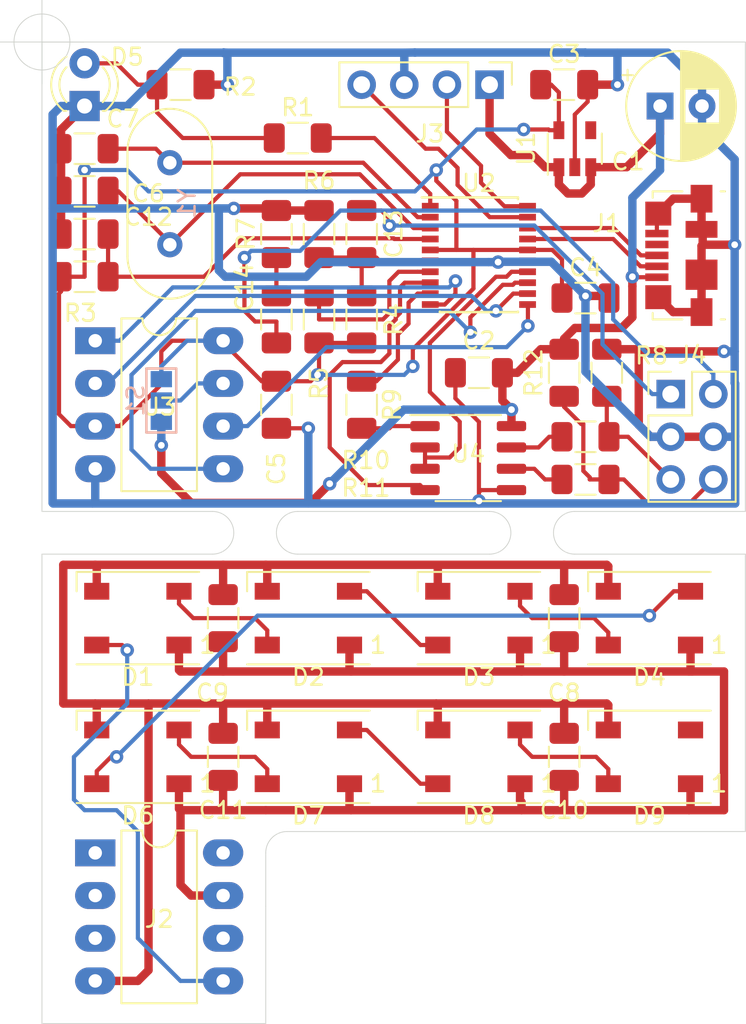
<source format=kicad_pcb>
(kicad_pcb (version 20171130) (host pcbnew 5.1.5+dfsg1-2build2)

  (general
    (thickness 1.6)
    (drawings 22)
    (tracks 512)
    (zones 0)
    (modules 45)
    (nets 47)
  )

  (page A4)
  (layers
    (0 F.Cu signal)
    (31 B.Cu signal)
    (32 B.Adhes user)
    (33 F.Adhes user)
    (34 B.Paste user)
    (35 F.Paste user)
    (36 B.SilkS user)
    (37 F.SilkS user)
    (38 B.Mask user)
    (39 F.Mask user)
    (40 Dwgs.User user)
    (41 Cmts.User user)
    (42 Eco1.User user)
    (43 Eco2.User user)
    (44 Edge.Cuts user)
    (45 Margin user)
    (46 B.CrtYd user)
    (47 F.CrtYd user)
    (48 B.Fab user)
    (49 F.Fab user hide)
  )

  (setup
    (last_trace_width 0.25)
    (user_trace_width 0.5)
    (trace_clearance 0.2)
    (zone_clearance 0.508)
    (zone_45_only no)
    (trace_min 0.2)
    (via_size 0.8)
    (via_drill 0.4)
    (via_min_size 0.4)
    (via_min_drill 0.3)
    (uvia_size 0.3)
    (uvia_drill 0.1)
    (uvias_allowed no)
    (uvia_min_size 0.2)
    (uvia_min_drill 0.1)
    (edge_width 0.05)
    (segment_width 0.2)
    (pcb_text_width 0.3)
    (pcb_text_size 1.5 1.5)
    (mod_edge_width 0.12)
    (mod_text_size 1 1)
    (mod_text_width 0.15)
    (pad_size 1.524 1.524)
    (pad_drill 0.762)
    (pad_to_mask_clearance 0.051)
    (solder_mask_min_width 0.25)
    (aux_axis_origin 120.65 132.715)
    (grid_origin 120.65 132.715)
    (visible_elements FFFFFF7F)
    (pcbplotparams
      (layerselection 0x010e0_ffffffff)
      (usegerberextensions false)
      (usegerberattributes false)
      (usegerberadvancedattributes false)
      (creategerberjobfile false)
      (excludeedgelayer true)
      (linewidth 0.100000)
      (plotframeref false)
      (viasonmask false)
      (mode 1)
      (useauxorigin false)
      (hpglpennumber 1)
      (hpglpenspeed 20)
      (hpglpendiameter 15.000000)
      (psnegative false)
      (psa4output false)
      (plotreference true)
      (plotvalue false)
      (plotinvisibletext false)
      (padsonsilk false)
      (subtractmaskfromsilk false)
      (outputformat 1)
      (mirror false)
      (drillshape 0)
      (scaleselection 1)
      (outputdirectory "gerber"))
  )

  (net 0 "")
  (net 1 +5V)
  (net 2 GND)
  (net 3 VCC)
  (net 4 "Net-(C6-Pad2)")
  (net 5 "Net-(C7-Pad2)")
  (net 6 /A0)
  (net 7 /A1)
  (net 8 "Net-(D1-Pad2)")
  (net 9 /USBDM)
  (net 10 /USBDP)
  (net 11 "Net-(J1-Pad4)")
  (net 12 "Net-(R1-Pad2)")
  (net 13 "Net-(R9-Pad2)")
  (net 14 /RX)
  (net 15 "Net-(R10-Pad2)")
  (net 16 "Net-(R11-Pad2)")
  (net 17 /TX)
  (net 18 /CS)
  (net 19 /SCLK)
  (net 20 /MISO)
  (net 21 /MOSI)
  (net 22 /DEN)
  (net 23 "Net-(J2-Pad2)")
  (net 24 "Net-(S1-Pad2)")
  (net 25 GNDA)
  (net 26 VDD)
  (net 27 "Net-(D2-Pad2)")
  (net 28 "Net-(D3-Pad2)")
  (net 29 "Net-(D4-Pad2)")
  (net 30 "Net-(D5-Pad2)")
  (net 31 "Net-(D6-Pad2)")
  (net 32 "Net-(D7-Pad2)")
  (net 33 "Net-(D8-Pad2)")
  (net 34 "Net-(D9-Pad2)")
  (net 35 "Net-(J4-Pad6)")
  (net 36 "Net-(C12-Pad1)")
  (net 37 "Net-(C13-Pad2)")
  (net 38 "Net-(C14-Pad2)")
  (net 39 "Net-(D1-Pad4)")
  (net 40 "Net-(J2-Pad8)")
  (net 41 "Net-(J2-Pad3)")
  (net 42 "Net-(J2-Pad6)")
  (net 43 "Net-(J2-Pad1)")
  (net 44 "Net-(J3-Pad4)")
  (net 45 "Net-(J3-Pad2)")
  (net 46 "Net-(J4-Pad5)")

  (net_class Default "This is the default net class."
    (clearance 0.2)
    (trace_width 0.25)
    (via_dia 0.8)
    (via_drill 0.4)
    (uvia_dia 0.3)
    (uvia_drill 0.1)
    (add_net +5V)
    (add_net /A0)
    (add_net /A1)
    (add_net /CS)
    (add_net /DEN)
    (add_net /MISO)
    (add_net /MOSI)
    (add_net /RX)
    (add_net /SCLK)
    (add_net /TX)
    (add_net /USBDM)
    (add_net /USBDP)
    (add_net GND)
    (add_net GNDA)
    (add_net "Net-(C12-Pad1)")
    (add_net "Net-(C13-Pad2)")
    (add_net "Net-(C14-Pad2)")
    (add_net "Net-(C6-Pad2)")
    (add_net "Net-(C7-Pad2)")
    (add_net "Net-(D1-Pad2)")
    (add_net "Net-(D1-Pad4)")
    (add_net "Net-(D2-Pad2)")
    (add_net "Net-(D3-Pad2)")
    (add_net "Net-(D4-Pad2)")
    (add_net "Net-(D5-Pad2)")
    (add_net "Net-(D6-Pad2)")
    (add_net "Net-(D7-Pad2)")
    (add_net "Net-(D8-Pad2)")
    (add_net "Net-(D9-Pad2)")
    (add_net "Net-(J1-Pad4)")
    (add_net "Net-(J2-Pad1)")
    (add_net "Net-(J2-Pad2)")
    (add_net "Net-(J2-Pad3)")
    (add_net "Net-(J2-Pad6)")
    (add_net "Net-(J2-Pad8)")
    (add_net "Net-(J3-Pad2)")
    (add_net "Net-(J3-Pad4)")
    (add_net "Net-(J4-Pad5)")
    (add_net "Net-(J4-Pad6)")
    (add_net "Net-(R1-Pad2)")
    (add_net "Net-(R10-Pad2)")
    (add_net "Net-(R11-Pad2)")
    (add_net "Net-(R9-Pad2)")
    (add_net "Net-(S1-Pad2)")
    (add_net VCC)
    (add_net VDD)
  )

  (module usbmodule:LED_WS2812B_PLCC4_5.0x5.0mm_P3.2mm (layer F.Cu) (tedit 5AA4B285) (tstamp 67899BA9)
    (at 156.845 175.26 180)
    (descr https://cdn-shop.adafruit.com/datasheets/WS2812B.pdf)
    (tags "LED RGB NeoPixel")
    (path /6790F9F9)
    (attr smd)
    (fp_text reference D9 (at 0 -3.5 180) (layer F.SilkS)
      (effects (font (size 1 1) (thickness 0.15)))
    )
    (fp_text value WS2812B (at 0 4 180) (layer F.Fab)
      (effects (font (size 1 1) (thickness 0.15)))
    )
    (fp_circle (center 0 0) (end 0 -2) (layer F.Fab) (width 0.1))
    (fp_line (start 3.65 2.75) (end 3.65 1.6) (layer F.SilkS) (width 0.12))
    (fp_line (start -3.65 2.75) (end 3.65 2.75) (layer F.SilkS) (width 0.12))
    (fp_line (start -3.65 -2.75) (end 3.65 -2.75) (layer F.SilkS) (width 0.12))
    (fp_line (start 2.5 -2.5) (end -2.5 -2.5) (layer F.Fab) (width 0.1))
    (fp_line (start 2.5 2.5) (end 2.5 -2.5) (layer F.Fab) (width 0.1))
    (fp_line (start -2.5 2.5) (end 2.5 2.5) (layer F.Fab) (width 0.1))
    (fp_line (start -2.5 -2.5) (end -2.5 2.5) (layer F.Fab) (width 0.1))
    (fp_line (start 2.5 1.5) (end 1.5 2.5) (layer F.Fab) (width 0.1))
    (fp_line (start -3.45 -2.75) (end -3.45 2.75) (layer F.CrtYd) (width 0.05))
    (fp_line (start -3.45 2.75) (end 3.45 2.75) (layer F.CrtYd) (width 0.05))
    (fp_line (start 3.45 2.75) (end 3.45 -2.75) (layer F.CrtYd) (width 0.05))
    (fp_line (start 3.45 -2.75) (end -3.45 -2.75) (layer F.CrtYd) (width 0.05))
    (fp_text user %R (at 0 0 180) (layer F.Fab)
      (effects (font (size 0.8 0.8) (thickness 0.15)))
    )
    (fp_text user 1 (at -4.15 -1.6 180) (layer F.SilkS)
      (effects (font (size 1 1) (thickness 0.15)))
    )
    (pad 1 smd rect (at -2.45 -1.6 180) (size 1.5 1) (layers F.Cu F.Paste F.Mask)
      (net 26 VDD))
    (pad 2 smd rect (at -2.45 1.6 180) (size 1.5 1) (layers F.Cu F.Paste F.Mask)
      (net 34 "Net-(D9-Pad2)"))
    (pad 4 smd rect (at 2.45 -1.6 180) (size 1.5 1) (layers F.Cu F.Paste F.Mask)
      (net 33 "Net-(D8-Pad2)"))
    (pad 3 smd rect (at 2.45 1.6 180) (size 1.5 1) (layers F.Cu F.Paste F.Mask)
      (net 25 GNDA))
    (model ${KISYS3DMOD}/LED_SMD.3dshapes/LED_WS2812B_PLCC4_5.0x5.0mm_P3.2mm.wrl
      (at (xyz 0 0 0))
      (scale (xyz 1 1 1))
      (rotate (xyz 0 0 0))
    )
  )

  (module usbmodule:LED_WS2812B_PLCC4_5.0x5.0mm_P3.2mm (layer F.Cu) (tedit 5AA4B285) (tstamp 67899B92)
    (at 146.685 175.26 180)
    (descr https://cdn-shop.adafruit.com/datasheets/WS2812B.pdf)
    (tags "LED RGB NeoPixel")
    (path /6790F9DB)
    (attr smd)
    (fp_text reference D8 (at 0 -3.5 180) (layer F.SilkS)
      (effects (font (size 1 1) (thickness 0.15)))
    )
    (fp_text value WS2812B (at 0 4 180) (layer F.Fab)
      (effects (font (size 1 1) (thickness 0.15)))
    )
    (fp_circle (center 0 0) (end 0 -2) (layer F.Fab) (width 0.1))
    (fp_line (start 3.65 2.75) (end 3.65 1.6) (layer F.SilkS) (width 0.12))
    (fp_line (start -3.65 2.75) (end 3.65 2.75) (layer F.SilkS) (width 0.12))
    (fp_line (start -3.65 -2.75) (end 3.65 -2.75) (layer F.SilkS) (width 0.12))
    (fp_line (start 2.5 -2.5) (end -2.5 -2.5) (layer F.Fab) (width 0.1))
    (fp_line (start 2.5 2.5) (end 2.5 -2.5) (layer F.Fab) (width 0.1))
    (fp_line (start -2.5 2.5) (end 2.5 2.5) (layer F.Fab) (width 0.1))
    (fp_line (start -2.5 -2.5) (end -2.5 2.5) (layer F.Fab) (width 0.1))
    (fp_line (start 2.5 1.5) (end 1.5 2.5) (layer F.Fab) (width 0.1))
    (fp_line (start -3.45 -2.75) (end -3.45 2.75) (layer F.CrtYd) (width 0.05))
    (fp_line (start -3.45 2.75) (end 3.45 2.75) (layer F.CrtYd) (width 0.05))
    (fp_line (start 3.45 2.75) (end 3.45 -2.75) (layer F.CrtYd) (width 0.05))
    (fp_line (start 3.45 -2.75) (end -3.45 -2.75) (layer F.CrtYd) (width 0.05))
    (fp_text user %R (at 0 0 180) (layer F.Fab)
      (effects (font (size 0.8 0.8) (thickness 0.15)))
    )
    (fp_text user 1 (at -4.15 -1.6 180) (layer F.SilkS)
      (effects (font (size 1 1) (thickness 0.15)))
    )
    (pad 1 smd rect (at -2.45 -1.6 180) (size 1.5 1) (layers F.Cu F.Paste F.Mask)
      (net 26 VDD))
    (pad 2 smd rect (at -2.45 1.6 180) (size 1.5 1) (layers F.Cu F.Paste F.Mask)
      (net 33 "Net-(D8-Pad2)"))
    (pad 4 smd rect (at 2.45 -1.6 180) (size 1.5 1) (layers F.Cu F.Paste F.Mask)
      (net 32 "Net-(D7-Pad2)"))
    (pad 3 smd rect (at 2.45 1.6 180) (size 1.5 1) (layers F.Cu F.Paste F.Mask)
      (net 25 GNDA))
    (model ${KISYS3DMOD}/LED_SMD.3dshapes/LED_WS2812B_PLCC4_5.0x5.0mm_P3.2mm.wrl
      (at (xyz 0 0 0))
      (scale (xyz 1 1 1))
      (rotate (xyz 0 0 0))
    )
  )

  (module usbmodule:LED_WS2812B_PLCC4_5.0x5.0mm_P3.2mm (layer F.Cu) (tedit 5AA4B285) (tstamp 67899B7B)
    (at 136.525 175.26 180)
    (descr https://cdn-shop.adafruit.com/datasheets/WS2812B.pdf)
    (tags "LED RGB NeoPixel")
    (path /6790F9BD)
    (attr smd)
    (fp_text reference D7 (at 0 -3.5 180) (layer F.SilkS)
      (effects (font (size 1 1) (thickness 0.15)))
    )
    (fp_text value WS2812B (at 0 4 180) (layer F.Fab)
      (effects (font (size 1 1) (thickness 0.15)))
    )
    (fp_circle (center 0 0) (end 0 -2) (layer F.Fab) (width 0.1))
    (fp_line (start 3.65 2.75) (end 3.65 1.6) (layer F.SilkS) (width 0.12))
    (fp_line (start -3.65 2.75) (end 3.65 2.75) (layer F.SilkS) (width 0.12))
    (fp_line (start -3.65 -2.75) (end 3.65 -2.75) (layer F.SilkS) (width 0.12))
    (fp_line (start 2.5 -2.5) (end -2.5 -2.5) (layer F.Fab) (width 0.1))
    (fp_line (start 2.5 2.5) (end 2.5 -2.5) (layer F.Fab) (width 0.1))
    (fp_line (start -2.5 2.5) (end 2.5 2.5) (layer F.Fab) (width 0.1))
    (fp_line (start -2.5 -2.5) (end -2.5 2.5) (layer F.Fab) (width 0.1))
    (fp_line (start 2.5 1.5) (end 1.5 2.5) (layer F.Fab) (width 0.1))
    (fp_line (start -3.45 -2.75) (end -3.45 2.75) (layer F.CrtYd) (width 0.05))
    (fp_line (start -3.45 2.75) (end 3.45 2.75) (layer F.CrtYd) (width 0.05))
    (fp_line (start 3.45 2.75) (end 3.45 -2.75) (layer F.CrtYd) (width 0.05))
    (fp_line (start 3.45 -2.75) (end -3.45 -2.75) (layer F.CrtYd) (width 0.05))
    (fp_text user %R (at 0 0 180) (layer F.Fab)
      (effects (font (size 0.8 0.8) (thickness 0.15)))
    )
    (fp_text user 1 (at -4.15 -1.6 180) (layer F.SilkS)
      (effects (font (size 1 1) (thickness 0.15)))
    )
    (pad 1 smd rect (at -2.45 -1.6 180) (size 1.5 1) (layers F.Cu F.Paste F.Mask)
      (net 26 VDD))
    (pad 2 smd rect (at -2.45 1.6 180) (size 1.5 1) (layers F.Cu F.Paste F.Mask)
      (net 32 "Net-(D7-Pad2)"))
    (pad 4 smd rect (at 2.45 -1.6 180) (size 1.5 1) (layers F.Cu F.Paste F.Mask)
      (net 31 "Net-(D6-Pad2)"))
    (pad 3 smd rect (at 2.45 1.6 180) (size 1.5 1) (layers F.Cu F.Paste F.Mask)
      (net 25 GNDA))
    (model ${KISYS3DMOD}/LED_SMD.3dshapes/LED_WS2812B_PLCC4_5.0x5.0mm_P3.2mm.wrl
      (at (xyz 0 0 0))
      (scale (xyz 1 1 1))
      (rotate (xyz 0 0 0))
    )
  )

  (module usbmodule:LED_WS2812B_PLCC4_5.0x5.0mm_P3.2mm (layer F.Cu) (tedit 5AA4B285) (tstamp 67899B64)
    (at 126.365 175.26 180)
    (descr https://cdn-shop.adafruit.com/datasheets/WS2812B.pdf)
    (tags "LED RGB NeoPixel")
    (path /6790F99F)
    (attr smd)
    (fp_text reference D6 (at 0 -3.5 180) (layer F.SilkS)
      (effects (font (size 1 1) (thickness 0.15)))
    )
    (fp_text value WS2812B (at 0 4 180) (layer F.Fab)
      (effects (font (size 1 1) (thickness 0.15)))
    )
    (fp_circle (center 0 0) (end 0 -2) (layer F.Fab) (width 0.1))
    (fp_line (start 3.65 2.75) (end 3.65 1.6) (layer F.SilkS) (width 0.12))
    (fp_line (start -3.65 2.75) (end 3.65 2.75) (layer F.SilkS) (width 0.12))
    (fp_line (start -3.65 -2.75) (end 3.65 -2.75) (layer F.SilkS) (width 0.12))
    (fp_line (start 2.5 -2.5) (end -2.5 -2.5) (layer F.Fab) (width 0.1))
    (fp_line (start 2.5 2.5) (end 2.5 -2.5) (layer F.Fab) (width 0.1))
    (fp_line (start -2.5 2.5) (end 2.5 2.5) (layer F.Fab) (width 0.1))
    (fp_line (start -2.5 -2.5) (end -2.5 2.5) (layer F.Fab) (width 0.1))
    (fp_line (start 2.5 1.5) (end 1.5 2.5) (layer F.Fab) (width 0.1))
    (fp_line (start -3.45 -2.75) (end -3.45 2.75) (layer F.CrtYd) (width 0.05))
    (fp_line (start -3.45 2.75) (end 3.45 2.75) (layer F.CrtYd) (width 0.05))
    (fp_line (start 3.45 2.75) (end 3.45 -2.75) (layer F.CrtYd) (width 0.05))
    (fp_line (start 3.45 -2.75) (end -3.45 -2.75) (layer F.CrtYd) (width 0.05))
    (fp_text user %R (at 0 0 180) (layer F.Fab)
      (effects (font (size 0.8 0.8) (thickness 0.15)))
    )
    (fp_text user 1 (at -4.15 -1.6 180) (layer F.SilkS)
      (effects (font (size 1 1) (thickness 0.15)))
    )
    (pad 1 smd rect (at -2.45 -1.6 180) (size 1.5 1) (layers F.Cu F.Paste F.Mask)
      (net 26 VDD))
    (pad 2 smd rect (at -2.45 1.6 180) (size 1.5 1) (layers F.Cu F.Paste F.Mask)
      (net 31 "Net-(D6-Pad2)"))
    (pad 4 smd rect (at 2.45 -1.6 180) (size 1.5 1) (layers F.Cu F.Paste F.Mask)
      (net 29 "Net-(D4-Pad2)"))
    (pad 3 smd rect (at 2.45 1.6 180) (size 1.5 1) (layers F.Cu F.Paste F.Mask)
      (net 25 GNDA))
    (model ${KISYS3DMOD}/LED_SMD.3dshapes/LED_WS2812B_PLCC4_5.0x5.0mm_P3.2mm.wrl
      (at (xyz 0 0 0))
      (scale (xyz 1 1 1))
      (rotate (xyz 0 0 0))
    )
  )

  (module usbmodule:LED_WS2812B_PLCC4_5.0x5.0mm_P3.2mm (layer F.Cu) (tedit 5AA4B285) (tstamp 67899B4D)
    (at 156.845 167.005 180)
    (descr https://cdn-shop.adafruit.com/datasheets/WS2812B.pdf)
    (tags "LED RGB NeoPixel")
    (path /67902B83)
    (attr smd)
    (fp_text reference D4 (at 0 -3.5 180) (layer F.SilkS)
      (effects (font (size 1 1) (thickness 0.15)))
    )
    (fp_text value WS2812B (at 0 4 180) (layer F.Fab)
      (effects (font (size 1 1) (thickness 0.15)))
    )
    (fp_circle (center 0 0) (end 0 -2) (layer F.Fab) (width 0.1))
    (fp_line (start 3.65 2.75) (end 3.65 1.6) (layer F.SilkS) (width 0.12))
    (fp_line (start -3.65 2.75) (end 3.65 2.75) (layer F.SilkS) (width 0.12))
    (fp_line (start -3.65 -2.75) (end 3.65 -2.75) (layer F.SilkS) (width 0.12))
    (fp_line (start 2.5 -2.5) (end -2.5 -2.5) (layer F.Fab) (width 0.1))
    (fp_line (start 2.5 2.5) (end 2.5 -2.5) (layer F.Fab) (width 0.1))
    (fp_line (start -2.5 2.5) (end 2.5 2.5) (layer F.Fab) (width 0.1))
    (fp_line (start -2.5 -2.5) (end -2.5 2.5) (layer F.Fab) (width 0.1))
    (fp_line (start 2.5 1.5) (end 1.5 2.5) (layer F.Fab) (width 0.1))
    (fp_line (start -3.45 -2.75) (end -3.45 2.75) (layer F.CrtYd) (width 0.05))
    (fp_line (start -3.45 2.75) (end 3.45 2.75) (layer F.CrtYd) (width 0.05))
    (fp_line (start 3.45 2.75) (end 3.45 -2.75) (layer F.CrtYd) (width 0.05))
    (fp_line (start 3.45 -2.75) (end -3.45 -2.75) (layer F.CrtYd) (width 0.05))
    (fp_text user %R (at 0 0 180) (layer F.Fab)
      (effects (font (size 0.8 0.8) (thickness 0.15)))
    )
    (fp_text user 1 (at -4.15 -1.6 180) (layer F.SilkS)
      (effects (font (size 1 1) (thickness 0.15)))
    )
    (pad 1 smd rect (at -2.45 -1.6 180) (size 1.5 1) (layers F.Cu F.Paste F.Mask)
      (net 26 VDD))
    (pad 2 smd rect (at -2.45 1.6 180) (size 1.5 1) (layers F.Cu F.Paste F.Mask)
      (net 29 "Net-(D4-Pad2)"))
    (pad 4 smd rect (at 2.45 -1.6 180) (size 1.5 1) (layers F.Cu F.Paste F.Mask)
      (net 28 "Net-(D3-Pad2)"))
    (pad 3 smd rect (at 2.45 1.6 180) (size 1.5 1) (layers F.Cu F.Paste F.Mask)
      (net 25 GNDA))
    (model ${KISYS3DMOD}/LED_SMD.3dshapes/LED_WS2812B_PLCC4_5.0x5.0mm_P3.2mm.wrl
      (at (xyz 0 0 0))
      (scale (xyz 1 1 1))
      (rotate (xyz 0 0 0))
    )
  )

  (module usbmodule:LED_WS2812B_PLCC4_5.0x5.0mm_P3.2mm (layer F.Cu) (tedit 5AA4B285) (tstamp 67899B36)
    (at 146.685 167.005 180)
    (descr https://cdn-shop.adafruit.com/datasheets/WS2812B.pdf)
    (tags "LED RGB NeoPixel")
    (path /67902B65)
    (attr smd)
    (fp_text reference D3 (at 0 -3.5 180) (layer F.SilkS)
      (effects (font (size 1 1) (thickness 0.15)))
    )
    (fp_text value WS2812B (at 0 4 180) (layer F.Fab)
      (effects (font (size 1 1) (thickness 0.15)))
    )
    (fp_circle (center 0 0) (end 0 -2) (layer F.Fab) (width 0.1))
    (fp_line (start 3.65 2.75) (end 3.65 1.6) (layer F.SilkS) (width 0.12))
    (fp_line (start -3.65 2.75) (end 3.65 2.75) (layer F.SilkS) (width 0.12))
    (fp_line (start -3.65 -2.75) (end 3.65 -2.75) (layer F.SilkS) (width 0.12))
    (fp_line (start 2.5 -2.5) (end -2.5 -2.5) (layer F.Fab) (width 0.1))
    (fp_line (start 2.5 2.5) (end 2.5 -2.5) (layer F.Fab) (width 0.1))
    (fp_line (start -2.5 2.5) (end 2.5 2.5) (layer F.Fab) (width 0.1))
    (fp_line (start -2.5 -2.5) (end -2.5 2.5) (layer F.Fab) (width 0.1))
    (fp_line (start 2.5 1.5) (end 1.5 2.5) (layer F.Fab) (width 0.1))
    (fp_line (start -3.45 -2.75) (end -3.45 2.75) (layer F.CrtYd) (width 0.05))
    (fp_line (start -3.45 2.75) (end 3.45 2.75) (layer F.CrtYd) (width 0.05))
    (fp_line (start 3.45 2.75) (end 3.45 -2.75) (layer F.CrtYd) (width 0.05))
    (fp_line (start 3.45 -2.75) (end -3.45 -2.75) (layer F.CrtYd) (width 0.05))
    (fp_text user %R (at 0 0 180) (layer F.Fab)
      (effects (font (size 0.8 0.8) (thickness 0.15)))
    )
    (fp_text user 1 (at -4.15 -1.6 180) (layer F.SilkS)
      (effects (font (size 1 1) (thickness 0.15)))
    )
    (pad 1 smd rect (at -2.45 -1.6 180) (size 1.5 1) (layers F.Cu F.Paste F.Mask)
      (net 26 VDD))
    (pad 2 smd rect (at -2.45 1.6 180) (size 1.5 1) (layers F.Cu F.Paste F.Mask)
      (net 28 "Net-(D3-Pad2)"))
    (pad 4 smd rect (at 2.45 -1.6 180) (size 1.5 1) (layers F.Cu F.Paste F.Mask)
      (net 27 "Net-(D2-Pad2)"))
    (pad 3 smd rect (at 2.45 1.6 180) (size 1.5 1) (layers F.Cu F.Paste F.Mask)
      (net 25 GNDA))
    (model ${KISYS3DMOD}/LED_SMD.3dshapes/LED_WS2812B_PLCC4_5.0x5.0mm_P3.2mm.wrl
      (at (xyz 0 0 0))
      (scale (xyz 1 1 1))
      (rotate (xyz 0 0 0))
    )
  )

  (module usbmodule:LED_WS2812B_PLCC4_5.0x5.0mm_P3.2mm (layer F.Cu) (tedit 5AA4B285) (tstamp 67899B1F)
    (at 136.525 167.005 180)
    (descr https://cdn-shop.adafruit.com/datasheets/WS2812B.pdf)
    (tags "LED RGB NeoPixel")
    (path /678FA33F)
    (attr smd)
    (fp_text reference D2 (at 0 -3.5 180) (layer F.SilkS)
      (effects (font (size 1 1) (thickness 0.15)))
    )
    (fp_text value WS2812B (at 0 4 180) (layer F.Fab)
      (effects (font (size 1 1) (thickness 0.15)))
    )
    (fp_circle (center 0 0) (end 0 -2) (layer F.Fab) (width 0.1))
    (fp_line (start 3.65 2.75) (end 3.65 1.6) (layer F.SilkS) (width 0.12))
    (fp_line (start -3.65 2.75) (end 3.65 2.75) (layer F.SilkS) (width 0.12))
    (fp_line (start -3.65 -2.75) (end 3.65 -2.75) (layer F.SilkS) (width 0.12))
    (fp_line (start 2.5 -2.5) (end -2.5 -2.5) (layer F.Fab) (width 0.1))
    (fp_line (start 2.5 2.5) (end 2.5 -2.5) (layer F.Fab) (width 0.1))
    (fp_line (start -2.5 2.5) (end 2.5 2.5) (layer F.Fab) (width 0.1))
    (fp_line (start -2.5 -2.5) (end -2.5 2.5) (layer F.Fab) (width 0.1))
    (fp_line (start 2.5 1.5) (end 1.5 2.5) (layer F.Fab) (width 0.1))
    (fp_line (start -3.45 -2.75) (end -3.45 2.75) (layer F.CrtYd) (width 0.05))
    (fp_line (start -3.45 2.75) (end 3.45 2.75) (layer F.CrtYd) (width 0.05))
    (fp_line (start 3.45 2.75) (end 3.45 -2.75) (layer F.CrtYd) (width 0.05))
    (fp_line (start 3.45 -2.75) (end -3.45 -2.75) (layer F.CrtYd) (width 0.05))
    (fp_text user %R (at 0 0 180) (layer F.Fab)
      (effects (font (size 0.8 0.8) (thickness 0.15)))
    )
    (fp_text user 1 (at -4.15 -1.6 180) (layer F.SilkS)
      (effects (font (size 1 1) (thickness 0.15)))
    )
    (pad 1 smd rect (at -2.45 -1.6 180) (size 1.5 1) (layers F.Cu F.Paste F.Mask)
      (net 26 VDD))
    (pad 2 smd rect (at -2.45 1.6 180) (size 1.5 1) (layers F.Cu F.Paste F.Mask)
      (net 27 "Net-(D2-Pad2)"))
    (pad 4 smd rect (at 2.45 -1.6 180) (size 1.5 1) (layers F.Cu F.Paste F.Mask)
      (net 8 "Net-(D1-Pad2)"))
    (pad 3 smd rect (at 2.45 1.6 180) (size 1.5 1) (layers F.Cu F.Paste F.Mask)
      (net 25 GNDA))
    (model ${KISYS3DMOD}/LED_SMD.3dshapes/LED_WS2812B_PLCC4_5.0x5.0mm_P3.2mm.wrl
      (at (xyz 0 0 0))
      (scale (xyz 1 1 1))
      (rotate (xyz 0 0 0))
    )
  )

  (module usbmodule:LED_WS2812B_PLCC4_5.0x5.0mm_P3.2mm (layer F.Cu) (tedit 5AA4B285) (tstamp 67899B08)
    (at 126.365 167.005 180)
    (descr https://cdn-shop.adafruit.com/datasheets/WS2812B.pdf)
    (tags "LED RGB NeoPixel")
    (path /678D546E)
    (attr smd)
    (fp_text reference D1 (at 0 -3.5 180) (layer F.SilkS)
      (effects (font (size 1 1) (thickness 0.15)))
    )
    (fp_text value WS2812B (at 0 4 180) (layer F.Fab)
      (effects (font (size 1 1) (thickness 0.15)))
    )
    (fp_circle (center 0 0) (end 0 -2) (layer F.Fab) (width 0.1))
    (fp_line (start 3.65 2.75) (end 3.65 1.6) (layer F.SilkS) (width 0.12))
    (fp_line (start -3.65 2.75) (end 3.65 2.75) (layer F.SilkS) (width 0.12))
    (fp_line (start -3.65 -2.75) (end 3.65 -2.75) (layer F.SilkS) (width 0.12))
    (fp_line (start 2.5 -2.5) (end -2.5 -2.5) (layer F.Fab) (width 0.1))
    (fp_line (start 2.5 2.5) (end 2.5 -2.5) (layer F.Fab) (width 0.1))
    (fp_line (start -2.5 2.5) (end 2.5 2.5) (layer F.Fab) (width 0.1))
    (fp_line (start -2.5 -2.5) (end -2.5 2.5) (layer F.Fab) (width 0.1))
    (fp_line (start 2.5 1.5) (end 1.5 2.5) (layer F.Fab) (width 0.1))
    (fp_line (start -3.45 -2.75) (end -3.45 2.75) (layer F.CrtYd) (width 0.05))
    (fp_line (start -3.45 2.75) (end 3.45 2.75) (layer F.CrtYd) (width 0.05))
    (fp_line (start 3.45 2.75) (end 3.45 -2.75) (layer F.CrtYd) (width 0.05))
    (fp_line (start 3.45 -2.75) (end -3.45 -2.75) (layer F.CrtYd) (width 0.05))
    (fp_text user %R (at 0 0 180) (layer F.Fab)
      (effects (font (size 0.8 0.8) (thickness 0.15)))
    )
    (fp_text user 1 (at -4.15 -1.6 180) (layer F.SilkS)
      (effects (font (size 1 1) (thickness 0.15)))
    )
    (pad 1 smd rect (at -2.45 -1.6 180) (size 1.5 1) (layers F.Cu F.Paste F.Mask)
      (net 26 VDD))
    (pad 2 smd rect (at -2.45 1.6 180) (size 1.5 1) (layers F.Cu F.Paste F.Mask)
      (net 8 "Net-(D1-Pad2)"))
    (pad 4 smd rect (at 2.45 -1.6 180) (size 1.5 1) (layers F.Cu F.Paste F.Mask)
      (net 39 "Net-(D1-Pad4)"))
    (pad 3 smd rect (at 2.45 1.6 180) (size 1.5 1) (layers F.Cu F.Paste F.Mask)
      (net 25 GNDA))
    (model ${KISYS3DMOD}/LED_SMD.3dshapes/LED_WS2812B_PLCC4_5.0x5.0mm_P3.2mm.wrl
      (at (xyz 0 0 0))
      (scale (xyz 1 1 1))
      (rotate (xyz 0 0 0))
    )
  )

  (module usbmodule:CP_Radial_D6.3mm_P2.50mm (layer F.Cu) (tedit 5AE50EF0) (tstamp 6789893A)
    (at 157.48 136.525)
    (descr "CP, Radial series, Radial, pin pitch=2.50mm, , diameter=6.3mm, Electrolytic Capacitor")
    (tags "CP Radial series Radial pin pitch 2.50mm  diameter 6.3mm Electrolytic Capacitor")
    (path /678DD17C)
    (fp_text reference C1 (at -1.905 3.302) (layer F.SilkS)
      (effects (font (size 1 1) (thickness 0.15)))
    )
    (fp_text value 100u (at 1.25 4.4) (layer F.Fab)
      (effects (font (size 1 1) (thickness 0.15)))
    )
    (fp_text user %R (at 1.25 0) (layer F.Fab)
      (effects (font (size 1 1) (thickness 0.15)))
    )
    (fp_line (start -1.935241 -2.154) (end -1.935241 -1.524) (layer F.SilkS) (width 0.12))
    (fp_line (start -2.250241 -1.839) (end -1.620241 -1.839) (layer F.SilkS) (width 0.12))
    (fp_line (start 4.491 -0.402) (end 4.491 0.402) (layer F.SilkS) (width 0.12))
    (fp_line (start 4.451 -0.633) (end 4.451 0.633) (layer F.SilkS) (width 0.12))
    (fp_line (start 4.411 -0.802) (end 4.411 0.802) (layer F.SilkS) (width 0.12))
    (fp_line (start 4.371 -0.94) (end 4.371 0.94) (layer F.SilkS) (width 0.12))
    (fp_line (start 4.331 -1.059) (end 4.331 1.059) (layer F.SilkS) (width 0.12))
    (fp_line (start 4.291 -1.165) (end 4.291 1.165) (layer F.SilkS) (width 0.12))
    (fp_line (start 4.251 -1.262) (end 4.251 1.262) (layer F.SilkS) (width 0.12))
    (fp_line (start 4.211 -1.35) (end 4.211 1.35) (layer F.SilkS) (width 0.12))
    (fp_line (start 4.171 -1.432) (end 4.171 1.432) (layer F.SilkS) (width 0.12))
    (fp_line (start 4.131 -1.509) (end 4.131 1.509) (layer F.SilkS) (width 0.12))
    (fp_line (start 4.091 -1.581) (end 4.091 1.581) (layer F.SilkS) (width 0.12))
    (fp_line (start 4.051 -1.65) (end 4.051 1.65) (layer F.SilkS) (width 0.12))
    (fp_line (start 4.011 -1.714) (end 4.011 1.714) (layer F.SilkS) (width 0.12))
    (fp_line (start 3.971 -1.776) (end 3.971 1.776) (layer F.SilkS) (width 0.12))
    (fp_line (start 3.931 -1.834) (end 3.931 1.834) (layer F.SilkS) (width 0.12))
    (fp_line (start 3.891 -1.89) (end 3.891 1.89) (layer F.SilkS) (width 0.12))
    (fp_line (start 3.851 -1.944) (end 3.851 1.944) (layer F.SilkS) (width 0.12))
    (fp_line (start 3.811 -1.995) (end 3.811 1.995) (layer F.SilkS) (width 0.12))
    (fp_line (start 3.771 -2.044) (end 3.771 2.044) (layer F.SilkS) (width 0.12))
    (fp_line (start 3.731 -2.092) (end 3.731 2.092) (layer F.SilkS) (width 0.12))
    (fp_line (start 3.691 -2.137) (end 3.691 2.137) (layer F.SilkS) (width 0.12))
    (fp_line (start 3.651 -2.182) (end 3.651 2.182) (layer F.SilkS) (width 0.12))
    (fp_line (start 3.611 -2.224) (end 3.611 2.224) (layer F.SilkS) (width 0.12))
    (fp_line (start 3.571 -2.265) (end 3.571 2.265) (layer F.SilkS) (width 0.12))
    (fp_line (start 3.531 1.04) (end 3.531 2.305) (layer F.SilkS) (width 0.12))
    (fp_line (start 3.531 -2.305) (end 3.531 -1.04) (layer F.SilkS) (width 0.12))
    (fp_line (start 3.491 1.04) (end 3.491 2.343) (layer F.SilkS) (width 0.12))
    (fp_line (start 3.491 -2.343) (end 3.491 -1.04) (layer F.SilkS) (width 0.12))
    (fp_line (start 3.451 1.04) (end 3.451 2.38) (layer F.SilkS) (width 0.12))
    (fp_line (start 3.451 -2.38) (end 3.451 -1.04) (layer F.SilkS) (width 0.12))
    (fp_line (start 3.411 1.04) (end 3.411 2.416) (layer F.SilkS) (width 0.12))
    (fp_line (start 3.411 -2.416) (end 3.411 -1.04) (layer F.SilkS) (width 0.12))
    (fp_line (start 3.371 1.04) (end 3.371 2.45) (layer F.SilkS) (width 0.12))
    (fp_line (start 3.371 -2.45) (end 3.371 -1.04) (layer F.SilkS) (width 0.12))
    (fp_line (start 3.331 1.04) (end 3.331 2.484) (layer F.SilkS) (width 0.12))
    (fp_line (start 3.331 -2.484) (end 3.331 -1.04) (layer F.SilkS) (width 0.12))
    (fp_line (start 3.291 1.04) (end 3.291 2.516) (layer F.SilkS) (width 0.12))
    (fp_line (start 3.291 -2.516) (end 3.291 -1.04) (layer F.SilkS) (width 0.12))
    (fp_line (start 3.251 1.04) (end 3.251 2.548) (layer F.SilkS) (width 0.12))
    (fp_line (start 3.251 -2.548) (end 3.251 -1.04) (layer F.SilkS) (width 0.12))
    (fp_line (start 3.211 1.04) (end 3.211 2.578) (layer F.SilkS) (width 0.12))
    (fp_line (start 3.211 -2.578) (end 3.211 -1.04) (layer F.SilkS) (width 0.12))
    (fp_line (start 3.171 1.04) (end 3.171 2.607) (layer F.SilkS) (width 0.12))
    (fp_line (start 3.171 -2.607) (end 3.171 -1.04) (layer F.SilkS) (width 0.12))
    (fp_line (start 3.131 1.04) (end 3.131 2.636) (layer F.SilkS) (width 0.12))
    (fp_line (start 3.131 -2.636) (end 3.131 -1.04) (layer F.SilkS) (width 0.12))
    (fp_line (start 3.091 1.04) (end 3.091 2.664) (layer F.SilkS) (width 0.12))
    (fp_line (start 3.091 -2.664) (end 3.091 -1.04) (layer F.SilkS) (width 0.12))
    (fp_line (start 3.051 1.04) (end 3.051 2.69) (layer F.SilkS) (width 0.12))
    (fp_line (start 3.051 -2.69) (end 3.051 -1.04) (layer F.SilkS) (width 0.12))
    (fp_line (start 3.011 1.04) (end 3.011 2.716) (layer F.SilkS) (width 0.12))
    (fp_line (start 3.011 -2.716) (end 3.011 -1.04) (layer F.SilkS) (width 0.12))
    (fp_line (start 2.971 1.04) (end 2.971 2.742) (layer F.SilkS) (width 0.12))
    (fp_line (start 2.971 -2.742) (end 2.971 -1.04) (layer F.SilkS) (width 0.12))
    (fp_line (start 2.931 1.04) (end 2.931 2.766) (layer F.SilkS) (width 0.12))
    (fp_line (start 2.931 -2.766) (end 2.931 -1.04) (layer F.SilkS) (width 0.12))
    (fp_line (start 2.891 1.04) (end 2.891 2.79) (layer F.SilkS) (width 0.12))
    (fp_line (start 2.891 -2.79) (end 2.891 -1.04) (layer F.SilkS) (width 0.12))
    (fp_line (start 2.851 1.04) (end 2.851 2.812) (layer F.SilkS) (width 0.12))
    (fp_line (start 2.851 -2.812) (end 2.851 -1.04) (layer F.SilkS) (width 0.12))
    (fp_line (start 2.811 1.04) (end 2.811 2.834) (layer F.SilkS) (width 0.12))
    (fp_line (start 2.811 -2.834) (end 2.811 -1.04) (layer F.SilkS) (width 0.12))
    (fp_line (start 2.771 1.04) (end 2.771 2.856) (layer F.SilkS) (width 0.12))
    (fp_line (start 2.771 -2.856) (end 2.771 -1.04) (layer F.SilkS) (width 0.12))
    (fp_line (start 2.731 1.04) (end 2.731 2.876) (layer F.SilkS) (width 0.12))
    (fp_line (start 2.731 -2.876) (end 2.731 -1.04) (layer F.SilkS) (width 0.12))
    (fp_line (start 2.691 1.04) (end 2.691 2.896) (layer F.SilkS) (width 0.12))
    (fp_line (start 2.691 -2.896) (end 2.691 -1.04) (layer F.SilkS) (width 0.12))
    (fp_line (start 2.651 1.04) (end 2.651 2.916) (layer F.SilkS) (width 0.12))
    (fp_line (start 2.651 -2.916) (end 2.651 -1.04) (layer F.SilkS) (width 0.12))
    (fp_line (start 2.611 1.04) (end 2.611 2.934) (layer F.SilkS) (width 0.12))
    (fp_line (start 2.611 -2.934) (end 2.611 -1.04) (layer F.SilkS) (width 0.12))
    (fp_line (start 2.571 1.04) (end 2.571 2.952) (layer F.SilkS) (width 0.12))
    (fp_line (start 2.571 -2.952) (end 2.571 -1.04) (layer F.SilkS) (width 0.12))
    (fp_line (start 2.531 1.04) (end 2.531 2.97) (layer F.SilkS) (width 0.12))
    (fp_line (start 2.531 -2.97) (end 2.531 -1.04) (layer F.SilkS) (width 0.12))
    (fp_line (start 2.491 1.04) (end 2.491 2.986) (layer F.SilkS) (width 0.12))
    (fp_line (start 2.491 -2.986) (end 2.491 -1.04) (layer F.SilkS) (width 0.12))
    (fp_line (start 2.451 1.04) (end 2.451 3.002) (layer F.SilkS) (width 0.12))
    (fp_line (start 2.451 -3.002) (end 2.451 -1.04) (layer F.SilkS) (width 0.12))
    (fp_line (start 2.411 1.04) (end 2.411 3.018) (layer F.SilkS) (width 0.12))
    (fp_line (start 2.411 -3.018) (end 2.411 -1.04) (layer F.SilkS) (width 0.12))
    (fp_line (start 2.371 1.04) (end 2.371 3.033) (layer F.SilkS) (width 0.12))
    (fp_line (start 2.371 -3.033) (end 2.371 -1.04) (layer F.SilkS) (width 0.12))
    (fp_line (start 2.331 1.04) (end 2.331 3.047) (layer F.SilkS) (width 0.12))
    (fp_line (start 2.331 -3.047) (end 2.331 -1.04) (layer F.SilkS) (width 0.12))
    (fp_line (start 2.291 1.04) (end 2.291 3.061) (layer F.SilkS) (width 0.12))
    (fp_line (start 2.291 -3.061) (end 2.291 -1.04) (layer F.SilkS) (width 0.12))
    (fp_line (start 2.251 1.04) (end 2.251 3.074) (layer F.SilkS) (width 0.12))
    (fp_line (start 2.251 -3.074) (end 2.251 -1.04) (layer F.SilkS) (width 0.12))
    (fp_line (start 2.211 1.04) (end 2.211 3.086) (layer F.SilkS) (width 0.12))
    (fp_line (start 2.211 -3.086) (end 2.211 -1.04) (layer F.SilkS) (width 0.12))
    (fp_line (start 2.171 1.04) (end 2.171 3.098) (layer F.SilkS) (width 0.12))
    (fp_line (start 2.171 -3.098) (end 2.171 -1.04) (layer F.SilkS) (width 0.12))
    (fp_line (start 2.131 1.04) (end 2.131 3.11) (layer F.SilkS) (width 0.12))
    (fp_line (start 2.131 -3.11) (end 2.131 -1.04) (layer F.SilkS) (width 0.12))
    (fp_line (start 2.091 1.04) (end 2.091 3.121) (layer F.SilkS) (width 0.12))
    (fp_line (start 2.091 -3.121) (end 2.091 -1.04) (layer F.SilkS) (width 0.12))
    (fp_line (start 2.051 1.04) (end 2.051 3.131) (layer F.SilkS) (width 0.12))
    (fp_line (start 2.051 -3.131) (end 2.051 -1.04) (layer F.SilkS) (width 0.12))
    (fp_line (start 2.011 1.04) (end 2.011 3.141) (layer F.SilkS) (width 0.12))
    (fp_line (start 2.011 -3.141) (end 2.011 -1.04) (layer F.SilkS) (width 0.12))
    (fp_line (start 1.971 1.04) (end 1.971 3.15) (layer F.SilkS) (width 0.12))
    (fp_line (start 1.971 -3.15) (end 1.971 -1.04) (layer F.SilkS) (width 0.12))
    (fp_line (start 1.93 1.04) (end 1.93 3.159) (layer F.SilkS) (width 0.12))
    (fp_line (start 1.93 -3.159) (end 1.93 -1.04) (layer F.SilkS) (width 0.12))
    (fp_line (start 1.89 1.04) (end 1.89 3.167) (layer F.SilkS) (width 0.12))
    (fp_line (start 1.89 -3.167) (end 1.89 -1.04) (layer F.SilkS) (width 0.12))
    (fp_line (start 1.85 1.04) (end 1.85 3.175) (layer F.SilkS) (width 0.12))
    (fp_line (start 1.85 -3.175) (end 1.85 -1.04) (layer F.SilkS) (width 0.12))
    (fp_line (start 1.81 1.04) (end 1.81 3.182) (layer F.SilkS) (width 0.12))
    (fp_line (start 1.81 -3.182) (end 1.81 -1.04) (layer F.SilkS) (width 0.12))
    (fp_line (start 1.77 1.04) (end 1.77 3.189) (layer F.SilkS) (width 0.12))
    (fp_line (start 1.77 -3.189) (end 1.77 -1.04) (layer F.SilkS) (width 0.12))
    (fp_line (start 1.73 1.04) (end 1.73 3.195) (layer F.SilkS) (width 0.12))
    (fp_line (start 1.73 -3.195) (end 1.73 -1.04) (layer F.SilkS) (width 0.12))
    (fp_line (start 1.69 1.04) (end 1.69 3.201) (layer F.SilkS) (width 0.12))
    (fp_line (start 1.69 -3.201) (end 1.69 -1.04) (layer F.SilkS) (width 0.12))
    (fp_line (start 1.65 1.04) (end 1.65 3.206) (layer F.SilkS) (width 0.12))
    (fp_line (start 1.65 -3.206) (end 1.65 -1.04) (layer F.SilkS) (width 0.12))
    (fp_line (start 1.61 1.04) (end 1.61 3.211) (layer F.SilkS) (width 0.12))
    (fp_line (start 1.61 -3.211) (end 1.61 -1.04) (layer F.SilkS) (width 0.12))
    (fp_line (start 1.57 1.04) (end 1.57 3.215) (layer F.SilkS) (width 0.12))
    (fp_line (start 1.57 -3.215) (end 1.57 -1.04) (layer F.SilkS) (width 0.12))
    (fp_line (start 1.53 1.04) (end 1.53 3.218) (layer F.SilkS) (width 0.12))
    (fp_line (start 1.53 -3.218) (end 1.53 -1.04) (layer F.SilkS) (width 0.12))
    (fp_line (start 1.49 1.04) (end 1.49 3.222) (layer F.SilkS) (width 0.12))
    (fp_line (start 1.49 -3.222) (end 1.49 -1.04) (layer F.SilkS) (width 0.12))
    (fp_line (start 1.45 -3.224) (end 1.45 3.224) (layer F.SilkS) (width 0.12))
    (fp_line (start 1.41 -3.227) (end 1.41 3.227) (layer F.SilkS) (width 0.12))
    (fp_line (start 1.37 -3.228) (end 1.37 3.228) (layer F.SilkS) (width 0.12))
    (fp_line (start 1.33 -3.23) (end 1.33 3.23) (layer F.SilkS) (width 0.12))
    (fp_line (start 1.29 -3.23) (end 1.29 3.23) (layer F.SilkS) (width 0.12))
    (fp_line (start 1.25 -3.23) (end 1.25 3.23) (layer F.SilkS) (width 0.12))
    (fp_line (start -1.128972 -1.6885) (end -1.128972 -1.0585) (layer F.Fab) (width 0.1))
    (fp_line (start -1.443972 -1.3735) (end -0.813972 -1.3735) (layer F.Fab) (width 0.1))
    (fp_circle (center 1.25 0) (end 4.65 0) (layer F.CrtYd) (width 0.05))
    (fp_circle (center 1.25 0) (end 4.52 0) (layer F.SilkS) (width 0.12))
    (fp_circle (center 1.25 0) (end 4.4 0) (layer F.Fab) (width 0.1))
    (pad 2 thru_hole circle (at 2.5 0) (size 1.6 1.6) (drill 0.8) (layers *.Cu *.Mask)
      (net 2 GND))
    (pad 1 thru_hole rect (at 0 0) (size 1.6 1.6) (drill 0.8) (layers *.Cu *.Mask)
      (net 1 +5V))
    (model ${KISYS3DMOD}/Capacitor_THT.3dshapes/CP_Radial_D6.3mm_P2.50mm.wrl
      (at (xyz 0 0 0))
      (scale (xyz 1 1 1))
      (rotate (xyz 0 0 0))
    )
  )

  (module usbmodule:C_1206_3216Metric (layer F.Cu) (tedit 5B301BBE) (tstamp 678989CD)
    (at 146.685 152.4 180)
    (descr "Capacitor SMD 1206 (3216 Metric), square (rectangular) end terminal, IPC_7351 nominal, (Body size source: http://www.tortai-tech.com/upload/download/2011102023233369053.pdf), generated with kicad-footprint-generator")
    (tags capacitor)
    (path /678DD74C)
    (attr smd)
    (fp_text reference C2 (at 0 1.905) (layer F.SilkS)
      (effects (font (size 1 1) (thickness 0.15)))
    )
    (fp_text value 220n (at 0 1.82) (layer F.Fab)
      (effects (font (size 1 1) (thickness 0.15)))
    )
    (fp_text user %R (at 0 0 180) (layer F.Fab)
      (effects (font (size 0.8 0.8) (thickness 0.12)))
    )
    (fp_line (start 2.28 1.12) (end -2.28 1.12) (layer F.CrtYd) (width 0.05))
    (fp_line (start 2.28 -1.12) (end 2.28 1.12) (layer F.CrtYd) (width 0.05))
    (fp_line (start -2.28 -1.12) (end 2.28 -1.12) (layer F.CrtYd) (width 0.05))
    (fp_line (start -2.28 1.12) (end -2.28 -1.12) (layer F.CrtYd) (width 0.05))
    (fp_line (start -0.602064 0.91) (end 0.602064 0.91) (layer F.SilkS) (width 0.12))
    (fp_line (start -0.602064 -0.91) (end 0.602064 -0.91) (layer F.SilkS) (width 0.12))
    (fp_line (start 1.6 0.8) (end -1.6 0.8) (layer F.Fab) (width 0.1))
    (fp_line (start 1.6 -0.8) (end 1.6 0.8) (layer F.Fab) (width 0.1))
    (fp_line (start -1.6 -0.8) (end 1.6 -0.8) (layer F.Fab) (width 0.1))
    (fp_line (start -1.6 0.8) (end -1.6 -0.8) (layer F.Fab) (width 0.1))
    (pad 2 smd roundrect (at 1.4 0 180) (size 1.25 1.75) (layers F.Cu F.Paste F.Mask) (roundrect_rratio 0.2)
      (net 2 GND))
    (pad 1 smd roundrect (at -1.4 0 180) (size 1.25 1.75) (layers F.Cu F.Paste F.Mask) (roundrect_rratio 0.2)
      (net 1 +5V))
    (model ${KISYS3DMOD}/Capacitor_SMD.3dshapes/C_1206_3216Metric.wrl
      (at (xyz 0 0 0))
      (scale (xyz 1 1 1))
      (rotate (xyz 0 0 0))
    )
  )

  (module usbmodule:C_1206_3216Metric (layer F.Cu) (tedit 5B301BBE) (tstamp 678989DD)
    (at 151.765 135.255)
    (descr "Capacitor SMD 1206 (3216 Metric), square (rectangular) end terminal, IPC_7351 nominal, (Body size source: http://www.tortai-tech.com/upload/download/2011102023233369053.pdf), generated with kicad-footprint-generator")
    (tags capacitor)
    (path /67924A7A)
    (attr smd)
    (fp_text reference C3 (at 0 -1.82) (layer F.SilkS)
      (effects (font (size 1 1) (thickness 0.15)))
    )
    (fp_text value 220n (at 0 1.82) (layer F.Fab)
      (effects (font (size 1 1) (thickness 0.15)))
    )
    (fp_text user %R (at 0 0 -180) (layer F.Fab)
      (effects (font (size 0.8 0.8) (thickness 0.12)))
    )
    (fp_line (start 2.28 1.12) (end -2.28 1.12) (layer F.CrtYd) (width 0.05))
    (fp_line (start 2.28 -1.12) (end 2.28 1.12) (layer F.CrtYd) (width 0.05))
    (fp_line (start -2.28 -1.12) (end 2.28 -1.12) (layer F.CrtYd) (width 0.05))
    (fp_line (start -2.28 1.12) (end -2.28 -1.12) (layer F.CrtYd) (width 0.05))
    (fp_line (start -0.602064 0.91) (end 0.602064 0.91) (layer F.SilkS) (width 0.12))
    (fp_line (start -0.602064 -0.91) (end 0.602064 -0.91) (layer F.SilkS) (width 0.12))
    (fp_line (start 1.6 0.8) (end -1.6 0.8) (layer F.Fab) (width 0.1))
    (fp_line (start 1.6 -0.8) (end 1.6 0.8) (layer F.Fab) (width 0.1))
    (fp_line (start -1.6 -0.8) (end 1.6 -0.8) (layer F.Fab) (width 0.1))
    (fp_line (start -1.6 0.8) (end -1.6 -0.8) (layer F.Fab) (width 0.1))
    (pad 2 smd roundrect (at 1.4 0) (size 1.25 1.75) (layers F.Cu F.Paste F.Mask) (roundrect_rratio 0.2)
      (net 2 GND))
    (pad 1 smd roundrect (at -1.4 0) (size 1.25 1.75) (layers F.Cu F.Paste F.Mask) (roundrect_rratio 0.2)
      (net 3 VCC))
    (model ${KISYS3DMOD}/Capacitor_SMD.3dshapes/C_1206_3216Metric.wrl
      (at (xyz 0 0 0))
      (scale (xyz 1 1 1))
      (rotate (xyz 0 0 0))
    )
  )

  (module usbmodule:C_1206_3216Metric (layer F.Cu) (tedit 5B301BBE) (tstamp 678989ED)
    (at 153.035 147.955)
    (descr "Capacitor SMD 1206 (3216 Metric), square (rectangular) end terminal, IPC_7351 nominal, (Body size source: http://www.tortai-tech.com/upload/download/2011102023233369053.pdf), generated with kicad-footprint-generator")
    (tags capacitor)
    (path /67925029)
    (attr smd)
    (fp_text reference C4 (at 0 -1.82) (layer F.SilkS)
      (effects (font (size 1 1) (thickness 0.15)))
    )
    (fp_text value 220n (at 0 1.82) (layer F.Fab)
      (effects (font (size 1 1) (thickness 0.15)))
    )
    (fp_line (start -1.6 0.8) (end -1.6 -0.8) (layer F.Fab) (width 0.1))
    (fp_line (start -1.6 -0.8) (end 1.6 -0.8) (layer F.Fab) (width 0.1))
    (fp_line (start 1.6 -0.8) (end 1.6 0.8) (layer F.Fab) (width 0.1))
    (fp_line (start 1.6 0.8) (end -1.6 0.8) (layer F.Fab) (width 0.1))
    (fp_line (start -0.602064 -0.91) (end 0.602064 -0.91) (layer F.SilkS) (width 0.12))
    (fp_line (start -0.602064 0.91) (end 0.602064 0.91) (layer F.SilkS) (width 0.12))
    (fp_line (start -2.28 1.12) (end -2.28 -1.12) (layer F.CrtYd) (width 0.05))
    (fp_line (start -2.28 -1.12) (end 2.28 -1.12) (layer F.CrtYd) (width 0.05))
    (fp_line (start 2.28 -1.12) (end 2.28 1.12) (layer F.CrtYd) (width 0.05))
    (fp_line (start 2.28 1.12) (end -2.28 1.12) (layer F.CrtYd) (width 0.05))
    (fp_text user %R (at 0 0 -180) (layer F.Fab)
      (effects (font (size 0.8 0.8) (thickness 0.12)))
    )
    (pad 1 smd roundrect (at -1.4 0) (size 1.25 1.75) (layers F.Cu F.Paste F.Mask) (roundrect_rratio 0.2)
      (net 3 VCC))
    (pad 2 smd roundrect (at 1.4 0) (size 1.25 1.75) (layers F.Cu F.Paste F.Mask) (roundrect_rratio 0.2)
      (net 2 GND))
    (model ${KISYS3DMOD}/Capacitor_SMD.3dshapes/C_1206_3216Metric.wrl
      (at (xyz 0 0 0))
      (scale (xyz 1 1 1))
      (rotate (xyz 0 0 0))
    )
  )

  (module usbmodule:C_1206_3216Metric (layer F.Cu) (tedit 5B301BBE) (tstamp 678989FD)
    (at 134.62 154.305 270)
    (descr "Capacitor SMD 1206 (3216 Metric), square (rectangular) end terminal, IPC_7351 nominal, (Body size source: http://www.tortai-tech.com/upload/download/2011102023233369053.pdf), generated with kicad-footprint-generator")
    (tags capacitor)
    (path /67926A99)
    (attr smd)
    (fp_text reference C5 (at 3.81 0 90) (layer F.SilkS)
      (effects (font (size 1 1) (thickness 0.15)))
    )
    (fp_text value 220n (at 0 1.82 90) (layer F.Fab)
      (effects (font (size 1 1) (thickness 0.15)))
    )
    (fp_text user %R (at 0 0 270) (layer F.Fab)
      (effects (font (size 0.8 0.8) (thickness 0.12)))
    )
    (fp_line (start 2.28 1.12) (end -2.28 1.12) (layer F.CrtYd) (width 0.05))
    (fp_line (start 2.28 -1.12) (end 2.28 1.12) (layer F.CrtYd) (width 0.05))
    (fp_line (start -2.28 -1.12) (end 2.28 -1.12) (layer F.CrtYd) (width 0.05))
    (fp_line (start -2.28 1.12) (end -2.28 -1.12) (layer F.CrtYd) (width 0.05))
    (fp_line (start -0.602064 0.91) (end 0.602064 0.91) (layer F.SilkS) (width 0.12))
    (fp_line (start -0.602064 -0.91) (end 0.602064 -0.91) (layer F.SilkS) (width 0.12))
    (fp_line (start 1.6 0.8) (end -1.6 0.8) (layer F.Fab) (width 0.1))
    (fp_line (start 1.6 -0.8) (end 1.6 0.8) (layer F.Fab) (width 0.1))
    (fp_line (start -1.6 -0.8) (end 1.6 -0.8) (layer F.Fab) (width 0.1))
    (fp_line (start -1.6 0.8) (end -1.6 -0.8) (layer F.Fab) (width 0.1))
    (pad 2 smd roundrect (at 1.4 0 270) (size 1.25 1.75) (layers F.Cu F.Paste F.Mask) (roundrect_rratio 0.2)
      (net 2 GND))
    (pad 1 smd roundrect (at -1.4 0 270) (size 1.25 1.75) (layers F.Cu F.Paste F.Mask) (roundrect_rratio 0.2)
      (net 3 VCC))
    (model ${KISYS3DMOD}/Capacitor_SMD.3dshapes/C_1206_3216Metric.wrl
      (at (xyz 0 0 0))
      (scale (xyz 1 1 1))
      (rotate (xyz 0 0 0))
    )
  )

  (module usbmodule:C_1206_3216Metric (layer F.Cu) (tedit 5B301BBE) (tstamp 67898A0D)
    (at 123.19 141.605)
    (descr "Capacitor SMD 1206 (3216 Metric), square (rectangular) end terminal, IPC_7351 nominal, (Body size source: http://www.tortai-tech.com/upload/download/2011102023233369053.pdf), generated with kicad-footprint-generator")
    (tags capacitor)
    (path /678EA3F3)
    (attr smd)
    (fp_text reference C6 (at 3.81 0.127) (layer F.SilkS)
      (effects (font (size 1 1) (thickness 0.15)))
    )
    (fp_text value 22 (at 0 1.82) (layer F.Fab)
      (effects (font (size 1 1) (thickness 0.15)))
    )
    (fp_line (start -1.6 0.8) (end -1.6 -0.8) (layer F.Fab) (width 0.1))
    (fp_line (start -1.6 -0.8) (end 1.6 -0.8) (layer F.Fab) (width 0.1))
    (fp_line (start 1.6 -0.8) (end 1.6 0.8) (layer F.Fab) (width 0.1))
    (fp_line (start 1.6 0.8) (end -1.6 0.8) (layer F.Fab) (width 0.1))
    (fp_line (start -0.602064 -0.91) (end 0.602064 -0.91) (layer F.SilkS) (width 0.12))
    (fp_line (start -0.602064 0.91) (end 0.602064 0.91) (layer F.SilkS) (width 0.12))
    (fp_line (start -2.28 1.12) (end -2.28 -1.12) (layer F.CrtYd) (width 0.05))
    (fp_line (start -2.28 -1.12) (end 2.28 -1.12) (layer F.CrtYd) (width 0.05))
    (fp_line (start 2.28 -1.12) (end 2.28 1.12) (layer F.CrtYd) (width 0.05))
    (fp_line (start 2.28 1.12) (end -2.28 1.12) (layer F.CrtYd) (width 0.05))
    (fp_text user %R (at 0 0 -180) (layer F.Fab)
      (effects (font (size 0.8 0.8) (thickness 0.12)))
    )
    (pad 1 smd roundrect (at -1.4 0) (size 1.25 1.75) (layers F.Cu F.Paste F.Mask) (roundrect_rratio 0.2)
      (net 2 GND))
    (pad 2 smd roundrect (at 1.4 0) (size 1.25 1.75) (layers F.Cu F.Paste F.Mask) (roundrect_rratio 0.2)
      (net 4 "Net-(C6-Pad2)"))
    (model ${KISYS3DMOD}/Capacitor_SMD.3dshapes/C_1206_3216Metric.wrl
      (at (xyz 0 0 0))
      (scale (xyz 1 1 1))
      (rotate (xyz 0 0 0))
    )
  )

  (module usbmodule:C_1206_3216Metric (layer F.Cu) (tedit 5B301BBE) (tstamp 67898A1D)
    (at 123.19 139.065)
    (descr "Capacitor SMD 1206 (3216 Metric), square (rectangular) end terminal, IPC_7351 nominal, (Body size source: http://www.tortai-tech.com/upload/download/2011102023233369053.pdf), generated with kicad-footprint-generator")
    (tags capacitor)
    (path /678FB630)
    (attr smd)
    (fp_text reference C7 (at 2.286 -1.778) (layer F.SilkS)
      (effects (font (size 1 1) (thickness 0.15)))
    )
    (fp_text value 22 (at 0 1.82) (layer F.Fab)
      (effects (font (size 1 1) (thickness 0.15)))
    )
    (fp_line (start -1.6 0.8) (end -1.6 -0.8) (layer F.Fab) (width 0.1))
    (fp_line (start -1.6 -0.8) (end 1.6 -0.8) (layer F.Fab) (width 0.1))
    (fp_line (start 1.6 -0.8) (end 1.6 0.8) (layer F.Fab) (width 0.1))
    (fp_line (start 1.6 0.8) (end -1.6 0.8) (layer F.Fab) (width 0.1))
    (fp_line (start -0.602064 -0.91) (end 0.602064 -0.91) (layer F.SilkS) (width 0.12))
    (fp_line (start -0.602064 0.91) (end 0.602064 0.91) (layer F.SilkS) (width 0.12))
    (fp_line (start -2.28 1.12) (end -2.28 -1.12) (layer F.CrtYd) (width 0.05))
    (fp_line (start -2.28 -1.12) (end 2.28 -1.12) (layer F.CrtYd) (width 0.05))
    (fp_line (start 2.28 -1.12) (end 2.28 1.12) (layer F.CrtYd) (width 0.05))
    (fp_line (start 2.28 1.12) (end -2.28 1.12) (layer F.CrtYd) (width 0.05))
    (fp_text user %R (at 0 0 -180) (layer F.Fab)
      (effects (font (size 0.8 0.8) (thickness 0.12)))
    )
    (pad 1 smd roundrect (at -1.4 0) (size 1.25 1.75) (layers F.Cu F.Paste F.Mask) (roundrect_rratio 0.2)
      (net 2 GND))
    (pad 2 smd roundrect (at 1.4 0) (size 1.25 1.75) (layers F.Cu F.Paste F.Mask) (roundrect_rratio 0.2)
      (net 5 "Net-(C7-Pad2)"))
    (model ${KISYS3DMOD}/Capacitor_SMD.3dshapes/C_1206_3216Metric.wrl
      (at (xyz 0 0 0))
      (scale (xyz 1 1 1))
      (rotate (xyz 0 0 0))
    )
  )

  (module usbmodule:C_1206_3216Metric (layer F.Cu) (tedit 5B301BBE) (tstamp 67898A2D)
    (at 123.19 144.145 180)
    (descr "Capacitor SMD 1206 (3216 Metric), square (rectangular) end terminal, IPC_7351 nominal, (Body size source: http://www.tortai-tech.com/upload/download/2011102023233369053.pdf), generated with kicad-footprint-generator")
    (tags capacitor)
    (path /678ED09C)
    (attr smd)
    (fp_text reference C12 (at -3.81 1.016) (layer F.SilkS)
      (effects (font (size 1 1) (thickness 0.15)))
    )
    (fp_text value 220n (at 0 1.82) (layer F.Fab)
      (effects (font (size 1 1) (thickness 0.15)))
    )
    (fp_text user %R (at 0 0 180) (layer F.Fab)
      (effects (font (size 0.8 0.8) (thickness 0.12)))
    )
    (fp_line (start 2.28 1.12) (end -2.28 1.12) (layer F.CrtYd) (width 0.05))
    (fp_line (start 2.28 -1.12) (end 2.28 1.12) (layer F.CrtYd) (width 0.05))
    (fp_line (start -2.28 -1.12) (end 2.28 -1.12) (layer F.CrtYd) (width 0.05))
    (fp_line (start -2.28 1.12) (end -2.28 -1.12) (layer F.CrtYd) (width 0.05))
    (fp_line (start -0.602064 0.91) (end 0.602064 0.91) (layer F.SilkS) (width 0.12))
    (fp_line (start -0.602064 -0.91) (end 0.602064 -0.91) (layer F.SilkS) (width 0.12))
    (fp_line (start 1.6 0.8) (end -1.6 0.8) (layer F.Fab) (width 0.1))
    (fp_line (start 1.6 -0.8) (end 1.6 0.8) (layer F.Fab) (width 0.1))
    (fp_line (start -1.6 -0.8) (end 1.6 -0.8) (layer F.Fab) (width 0.1))
    (fp_line (start -1.6 0.8) (end -1.6 -0.8) (layer F.Fab) (width 0.1))
    (pad 2 smd roundrect (at 1.4 0 180) (size 1.25 1.75) (layers F.Cu F.Paste F.Mask) (roundrect_rratio 0.2)
      (net 2 GND))
    (pad 1 smd roundrect (at -1.4 0 180) (size 1.25 1.75) (layers F.Cu F.Paste F.Mask) (roundrect_rratio 0.2)
      (net 36 "Net-(C12-Pad1)"))
    (model ${KISYS3DMOD}/Capacitor_SMD.3dshapes/C_1206_3216Metric.wrl
      (at (xyz 0 0 0))
      (scale (xyz 1 1 1))
      (rotate (xyz 0 0 0))
    )
  )

  (module usbmodule:C_1206_3216Metric (layer F.Cu) (tedit 5B301BBE) (tstamp 67898A3D)
    (at 139.7 144.145 90)
    (descr "Capacitor SMD 1206 (3216 Metric), square (rectangular) end terminal, IPC_7351 nominal, (Body size source: http://www.tortai-tech.com/upload/download/2011102023233369053.pdf), generated with kicad-footprint-generator")
    (tags capacitor)
    (path /67992AFF)
    (attr smd)
    (fp_text reference C13 (at 0 1.905 90) (layer F.SilkS)
      (effects (font (size 1 1) (thickness 0.15)))
    )
    (fp_text value 220n (at 0 1.82 90) (layer F.Fab)
      (effects (font (size 1 1) (thickness 0.15)))
    )
    (fp_line (start -1.6 0.8) (end -1.6 -0.8) (layer F.Fab) (width 0.1))
    (fp_line (start -1.6 -0.8) (end 1.6 -0.8) (layer F.Fab) (width 0.1))
    (fp_line (start 1.6 -0.8) (end 1.6 0.8) (layer F.Fab) (width 0.1))
    (fp_line (start 1.6 0.8) (end -1.6 0.8) (layer F.Fab) (width 0.1))
    (fp_line (start -0.602064 -0.91) (end 0.602064 -0.91) (layer F.SilkS) (width 0.12))
    (fp_line (start -0.602064 0.91) (end 0.602064 0.91) (layer F.SilkS) (width 0.12))
    (fp_line (start -2.28 1.12) (end -2.28 -1.12) (layer F.CrtYd) (width 0.05))
    (fp_line (start -2.28 -1.12) (end 2.28 -1.12) (layer F.CrtYd) (width 0.05))
    (fp_line (start 2.28 -1.12) (end 2.28 1.12) (layer F.CrtYd) (width 0.05))
    (fp_line (start 2.28 1.12) (end -2.28 1.12) (layer F.CrtYd) (width 0.05))
    (fp_text user %R (at 0 0 -90) (layer F.Fab)
      (effects (font (size 0.8 0.8) (thickness 0.12)))
    )
    (pad 1 smd roundrect (at -1.4 0 90) (size 1.25 1.75) (layers F.Cu F.Paste F.Mask) (roundrect_rratio 0.2)
      (net 6 /A0))
    (pad 2 smd roundrect (at 1.4 0 90) (size 1.25 1.75) (layers F.Cu F.Paste F.Mask) (roundrect_rratio 0.2)
      (net 37 "Net-(C13-Pad2)"))
    (model ${KISYS3DMOD}/Capacitor_SMD.3dshapes/C_1206_3216Metric.wrl
      (at (xyz 0 0 0))
      (scale (xyz 1 1 1))
      (rotate (xyz 0 0 0))
    )
  )

  (module usbmodule:C_1206_3216Metric (layer F.Cu) (tedit 5B301BBE) (tstamp 67898A4D)
    (at 134.62 149.225 270)
    (descr "Capacitor SMD 1206 (3216 Metric), square (rectangular) end terminal, IPC_7351 nominal, (Body size source: http://www.tortai-tech.com/upload/download/2011102023233369053.pdf), generated with kicad-footprint-generator")
    (tags capacitor)
    (path /6799350E)
    (attr smd)
    (fp_text reference C14 (at -1.905 1.905 90) (layer F.SilkS)
      (effects (font (size 1 1) (thickness 0.15)))
    )
    (fp_text value 220n (at 0 1.82 90) (layer F.Fab)
      (effects (font (size 1 1) (thickness 0.15)))
    )
    (fp_text user %R (at 0 0 270) (layer F.Fab)
      (effects (font (size 0.8 0.8) (thickness 0.12)))
    )
    (fp_line (start 2.28 1.12) (end -2.28 1.12) (layer F.CrtYd) (width 0.05))
    (fp_line (start 2.28 -1.12) (end 2.28 1.12) (layer F.CrtYd) (width 0.05))
    (fp_line (start -2.28 -1.12) (end 2.28 -1.12) (layer F.CrtYd) (width 0.05))
    (fp_line (start -2.28 1.12) (end -2.28 -1.12) (layer F.CrtYd) (width 0.05))
    (fp_line (start -0.602064 0.91) (end 0.602064 0.91) (layer F.SilkS) (width 0.12))
    (fp_line (start -0.602064 -0.91) (end 0.602064 -0.91) (layer F.SilkS) (width 0.12))
    (fp_line (start 1.6 0.8) (end -1.6 0.8) (layer F.Fab) (width 0.1))
    (fp_line (start 1.6 -0.8) (end 1.6 0.8) (layer F.Fab) (width 0.1))
    (fp_line (start -1.6 -0.8) (end 1.6 -0.8) (layer F.Fab) (width 0.1))
    (fp_line (start -1.6 0.8) (end -1.6 -0.8) (layer F.Fab) (width 0.1))
    (pad 2 smd roundrect (at 1.4 0 270) (size 1.25 1.75) (layers F.Cu F.Paste F.Mask) (roundrect_rratio 0.2)
      (net 38 "Net-(C14-Pad2)"))
    (pad 1 smd roundrect (at -1.4 0 270) (size 1.25 1.75) (layers F.Cu F.Paste F.Mask) (roundrect_rratio 0.2)
      (net 7 /A1))
    (model ${KISYS3DMOD}/Capacitor_SMD.3dshapes/C_1206_3216Metric.wrl
      (at (xyz 0 0 0))
      (scale (xyz 1 1 1))
      (rotate (xyz 0 0 0))
    )
  )

  (module usbmodule:LED_D3.0mm_Clear (layer F.Cu) (tedit 5A6C9BC0) (tstamp 67898A5D)
    (at 123.19 136.525 90)
    (descr "IR-LED, diameter 3.0mm, 2 pins, color: clear")
    (tags "IR infrared LED diameter 3.0mm 2 pins clear")
    (path /67905AAC)
    (fp_text reference D5 (at 2.921 2.54 180) (layer F.SilkS)
      (effects (font (size 1 1) (thickness 0.15)))
    )
    (fp_text value G (at 1.27 2.96 90) (layer F.Fab)
      (effects (font (size 1 1) (thickness 0.15)))
    )
    (fp_arc (start 1.27 0) (end 0.229039 1.08) (angle -87.9) (layer F.SilkS) (width 0.12))
    (fp_arc (start 1.27 0) (end 0.229039 -1.08) (angle 87.9) (layer F.SilkS) (width 0.12))
    (fp_arc (start 1.27 0) (end -0.29 1.235516) (angle -108.8) (layer F.SilkS) (width 0.12))
    (fp_arc (start 1.27 0) (end -0.29 -1.235516) (angle 108.8) (layer F.SilkS) (width 0.12))
    (fp_arc (start 1.27 0) (end -0.23 -1.16619) (angle 284.3) (layer F.Fab) (width 0.1))
    (fp_circle (center 1.27 0) (end 2.77 0) (layer F.Fab) (width 0.1))
    (fp_line (start 3.7 -2.25) (end -1.15 -2.25) (layer F.CrtYd) (width 0.05))
    (fp_line (start 3.7 2.25) (end 3.7 -2.25) (layer F.CrtYd) (width 0.05))
    (fp_line (start -1.15 2.25) (end 3.7 2.25) (layer F.CrtYd) (width 0.05))
    (fp_line (start -1.15 -2.25) (end -1.15 2.25) (layer F.CrtYd) (width 0.05))
    (fp_line (start -0.29 1.08) (end -0.29 1.236) (layer F.SilkS) (width 0.12))
    (fp_line (start -0.29 -1.236) (end -0.29 -1.08) (layer F.SilkS) (width 0.12))
    (fp_line (start -0.23 -1.16619) (end -0.23 1.16619) (layer F.Fab) (width 0.1))
    (fp_text user %R (at 1.47 0 90) (layer F.Fab)
      (effects (font (size 0.8 0.8) (thickness 0.12)))
    )
    (pad 2 thru_hole circle (at 2.54 0 90) (size 1.8 1.8) (drill 0.9) (layers *.Cu *.Mask)
      (net 30 "Net-(D5-Pad2)"))
    (pad 1 thru_hole rect (at 0 0 90) (size 1.8 1.8) (drill 0.9) (layers *.Cu *.Mask)
      (net 2 GND))
    (model ${KISYS3DMOD}/LED_THT.3dshapes/LED_D3.0mm_Clear.wrl
      (at (xyz 0 0 0))
      (scale (xyz 1 1 1))
      (rotate (xyz 0 0 0))
    )
  )

  (module usbmodule:USB_Micro-B_Molex_47346-0001 (layer F.Cu) (tedit 5D8620A7) (tstamp 67898A70)
    (at 158.75 145.415 90)
    (descr "Micro USB B receptable with flange, bottom-mount, SMD, right-angle (http://www.molex.com/pdm_docs/sd/473460001_sd.pdf)")
    (tags "Micro B USB SMD")
    (path /6787C4BC)
    (attr smd)
    (fp_text reference J1 (at 1.905 -4.445) (layer F.SilkS)
      (effects (font (size 1 1) (thickness 0.15)))
    )
    (fp_text value USB_B_Mini (at -0.127 1.524 270) (layer F.Fab)
      (effects (font (size 1 1) (thickness 0.15)))
    )
    (fp_line (start -3.25 2.65) (end 3.25 2.65) (layer F.Fab) (width 0.1))
    (fp_line (start -3.81 2.6) (end -3.81 2.34) (layer F.SilkS) (width 0.12))
    (fp_line (start -3.81 0.06) (end -3.81 -1.71) (layer F.SilkS) (width 0.12))
    (fp_line (start -3.81 -1.71) (end -3.43 -1.71) (layer F.SilkS) (width 0.12))
    (fp_line (start 3.81 -1.71) (end 3.81 0.06) (layer F.SilkS) (width 0.12))
    (fp_line (start 3.81 2.34) (end 3.81 2.6) (layer F.SilkS) (width 0.12))
    (fp_line (start -3.75 3.35) (end -3.75 -1.65) (layer F.Fab) (width 0.1))
    (fp_line (start -3.75 -1.65) (end 3.75 -1.65) (layer F.Fab) (width 0.1))
    (fp_line (start 3.75 -1.65) (end 3.75 3.35) (layer F.Fab) (width 0.1))
    (fp_line (start 3.75 3.35) (end -3.75 3.35) (layer F.Fab) (width 0.1))
    (fp_line (start -4.7 3.85) (end -4.7 -2.65) (layer F.CrtYd) (width 0.05))
    (fp_line (start -4.7 -2.65) (end 4.7 -2.65) (layer F.CrtYd) (width 0.05))
    (fp_line (start 4.7 -2.65) (end 4.7 3.85) (layer F.CrtYd) (width 0.05))
    (fp_line (start 4.7 3.85) (end -4.7 3.85) (layer F.CrtYd) (width 0.05))
    (fp_line (start 3.81 -1.71) (end 3.43 -1.71) (layer F.SilkS) (width 0.12))
    (fp_text user %R (at 0 1.2 90) (layer F.Fab)
      (effects (font (size 1 1) (thickness 0.15)))
    )
    (fp_text user "PCB Edge" (at 0 2.667 270) (layer Dwgs.User)
      (effects (font (size 0.4 0.4) (thickness 0.04)))
    )
    (pad 6 smd rect (at 1.55 1.2 90) (size 1 1.9) (layers F.Cu F.Paste F.Mask)
      (net 2 GND))
    (pad 6 smd rect (at -1.15 1.2 90) (size 1.8 1.9) (layers F.Cu F.Paste F.Mask)
      (net 2 GND))
    (pad 6 smd rect (at 3.375 1.2 90) (size 1.65 1.3) (layers F.Cu F.Paste F.Mask)
      (net 2 GND))
    (pad 6 smd rect (at -3.375 1.2 90) (size 1.65 1.3) (layers F.Cu F.Paste F.Mask)
      (net 2 GND))
    (pad 6 smd rect (at 2.4875 -1.375 90) (size 1.425 1.55) (layers F.Cu F.Paste F.Mask)
      (net 2 GND))
    (pad 6 smd rect (at -2.4875 -1.375 90) (size 1.425 1.55) (layers F.Cu F.Paste F.Mask)
      (net 2 GND))
    (pad 5 smd rect (at 1.3 -1.46 90) (size 0.45 1.38) (layers F.Cu F.Paste F.Mask)
      (net 2 GND))
    (pad 4 smd rect (at 0.65 -1.46 90) (size 0.45 1.38) (layers F.Cu F.Paste F.Mask)
      (net 11 "Net-(J1-Pad4)"))
    (pad 3 smd rect (at 0 -1.46 90) (size 0.45 1.38) (layers F.Cu F.Paste F.Mask)
      (net 10 /USBDP))
    (pad 2 smd rect (at -0.65 -1.46 90) (size 0.45 1.38) (layers F.Cu F.Paste F.Mask)
      (net 9 /USBDM))
    (pad 1 smd rect (at -1.3 -1.46 90) (size 0.45 1.38) (layers F.Cu F.Paste F.Mask)
      (net 1 +5V))
    (model ${KISYS3DMOD}/Connector_USB.3dshapes/USB_Micro-B_Molex_47346-0001.wrl
      (at (xyz 0 0 0))
      (scale (xyz 1 1 1))
      (rotate (xyz 0 0 0))
    )
  )

  (module usbmodule:PinHeader_1x04_P2.54mm_Vertical (layer F.Cu) (tedit 59FED5CC) (tstamp 67898A8F)
    (at 147.32 135.255 270)
    (descr "Through hole straight pin header, 1x04, 2.54mm pitch, single row")
    (tags "Through hole pin header THT 1x04 2.54mm single row")
    (path /6789077A)
    (fp_text reference J3 (at 2.921 3.556 180) (layer F.SilkS)
      (effects (font (size 1 1) (thickness 0.15)))
    )
    (fp_text value PRG (at 3.175 3.81 180) (layer F.Fab)
      (effects (font (size 1 1) (thickness 0.15)))
    )
    (fp_text user %R (at 0 3.81) (layer F.Fab)
      (effects (font (size 1 1) (thickness 0.15)))
    )
    (fp_line (start 1.8 -1.8) (end -1.8 -1.8) (layer F.CrtYd) (width 0.05))
    (fp_line (start 1.8 9.4) (end 1.8 -1.8) (layer F.CrtYd) (width 0.05))
    (fp_line (start -1.8 9.4) (end 1.8 9.4) (layer F.CrtYd) (width 0.05))
    (fp_line (start -1.8 -1.8) (end -1.8 9.4) (layer F.CrtYd) (width 0.05))
    (fp_line (start -1.33 -1.33) (end 0 -1.33) (layer F.SilkS) (width 0.12))
    (fp_line (start -1.33 0) (end -1.33 -1.33) (layer F.SilkS) (width 0.12))
    (fp_line (start -1.33 1.27) (end 1.33 1.27) (layer F.SilkS) (width 0.12))
    (fp_line (start 1.33 1.27) (end 1.33 8.95) (layer F.SilkS) (width 0.12))
    (fp_line (start -1.33 1.27) (end -1.33 8.95) (layer F.SilkS) (width 0.12))
    (fp_line (start -1.33 8.95) (end 1.33 8.95) (layer F.SilkS) (width 0.12))
    (fp_line (start -1.27 -0.635) (end -0.635 -1.27) (layer F.Fab) (width 0.1))
    (fp_line (start -1.27 8.89) (end -1.27 -0.635) (layer F.Fab) (width 0.1))
    (fp_line (start 1.27 8.89) (end -1.27 8.89) (layer F.Fab) (width 0.1))
    (fp_line (start 1.27 -1.27) (end 1.27 8.89) (layer F.Fab) (width 0.1))
    (fp_line (start -0.635 -1.27) (end 1.27 -1.27) (layer F.Fab) (width 0.1))
    (pad 4 thru_hole oval (at 0 7.62 270) (size 1.7 1.7) (drill 1) (layers *.Cu *.Mask)
      (net 44 "Net-(J3-Pad4)"))
    (pad 3 thru_hole oval (at 0 5.08 270) (size 1.7 1.7) (drill 1) (layers *.Cu *.Mask)
      (net 2 GND))
    (pad 2 thru_hole oval (at 0 2.54 270) (size 1.7 1.7) (drill 1) (layers *.Cu *.Mask)
      (net 45 "Net-(J3-Pad2)"))
    (pad 1 thru_hole rect (at 0 0 270) (size 1.7 1.7) (drill 1) (layers *.Cu *.Mask)
      (net 1 +5V))
    (model ${KISYS3DMOD}/Connector_PinHeader_2.54mm.3dshapes/PinHeader_1x04_P2.54mm_Vertical.wrl
      (at (xyz 0 0 0))
      (scale (xyz 1 1 1))
      (rotate (xyz 0 0 0))
    )
  )

  (module usbmodule:PinHeader_2x03_P2.54mm_Vertical (layer F.Cu) (tedit 59FED5CC) (tstamp 67898AA6)
    (at 158.115 153.67)
    (descr "Through hole straight pin header, 2x03, 2.54mm pitch, double rows")
    (tags "Through hole pin header THT 2x03 2.54mm double row")
    (path /6798AE87)
    (fp_text reference J4 (at 1.27 -2.33) (layer F.SilkS)
      (effects (font (size 1 1) (thickness 0.15)))
    )
    (fp_text value IO (at -1.905 -1.778 90) (layer F.Fab)
      (effects (font (size 1 1) (thickness 0.15)))
    )
    (fp_text user %R (at 1.27 2.54 90) (layer F.Fab)
      (effects (font (size 1 1) (thickness 0.15)))
    )
    (fp_line (start 4.35 -1.8) (end -1.8 -1.8) (layer F.CrtYd) (width 0.05))
    (fp_line (start 4.35 6.85) (end 4.35 -1.8) (layer F.CrtYd) (width 0.05))
    (fp_line (start -1.8 6.85) (end 4.35 6.85) (layer F.CrtYd) (width 0.05))
    (fp_line (start -1.8 -1.8) (end -1.8 6.85) (layer F.CrtYd) (width 0.05))
    (fp_line (start -1.33 -1.33) (end 0 -1.33) (layer F.SilkS) (width 0.12))
    (fp_line (start -1.33 0) (end -1.33 -1.33) (layer F.SilkS) (width 0.12))
    (fp_line (start 1.27 -1.33) (end 3.87 -1.33) (layer F.SilkS) (width 0.12))
    (fp_line (start 1.27 1.27) (end 1.27 -1.33) (layer F.SilkS) (width 0.12))
    (fp_line (start -1.33 1.27) (end 1.27 1.27) (layer F.SilkS) (width 0.12))
    (fp_line (start 3.87 -1.33) (end 3.87 6.41) (layer F.SilkS) (width 0.12))
    (fp_line (start -1.33 1.27) (end -1.33 6.41) (layer F.SilkS) (width 0.12))
    (fp_line (start -1.33 6.41) (end 3.87 6.41) (layer F.SilkS) (width 0.12))
    (fp_line (start -1.27 0) (end 0 -1.27) (layer F.Fab) (width 0.1))
    (fp_line (start -1.27 6.35) (end -1.27 0) (layer F.Fab) (width 0.1))
    (fp_line (start 3.81 6.35) (end -1.27 6.35) (layer F.Fab) (width 0.1))
    (fp_line (start 3.81 -1.27) (end 3.81 6.35) (layer F.Fab) (width 0.1))
    (fp_line (start 0 -1.27) (end 3.81 -1.27) (layer F.Fab) (width 0.1))
    (pad 6 thru_hole oval (at 2.54 5.08) (size 1.7 1.7) (drill 1) (layers *.Cu *.Mask)
      (net 35 "Net-(J4-Pad6)"))
    (pad 5 thru_hole oval (at 0 5.08) (size 1.7 1.7) (drill 1) (layers *.Cu *.Mask)
      (net 46 "Net-(J4-Pad5)"))
    (pad 4 thru_hole oval (at 2.54 2.54) (size 1.7 1.7) (drill 1) (layers *.Cu *.Mask)
      (net 2 GND))
    (pad 3 thru_hole oval (at 0 2.54) (size 1.7 1.7) (drill 1) (layers *.Cu *.Mask)
      (net 2 GND))
    (pad 2 thru_hole oval (at 2.54 0) (size 1.7 1.7) (drill 1) (layers *.Cu *.Mask)
      (net 38 "Net-(C14-Pad2)"))
    (pad 1 thru_hole rect (at 0 0) (size 1.7 1.7) (drill 1) (layers *.Cu *.Mask)
      (net 37 "Net-(C13-Pad2)"))
    (model ${KISYS3DMOD}/Connector_PinHeader_2.54mm.3dshapes/PinHeader_2x03_P2.54mm_Vertical.wrl
      (at (xyz 0 0 0))
      (scale (xyz 1 1 1))
      (rotate (xyz 0 0 0))
    )
  )

  (module usbmodule:R_1206_3216Metric (layer F.Cu) (tedit 5B301BBD) (tstamp 67898AC1)
    (at 135.89 138.43)
    (descr "Resistor SMD 1206 (3216 Metric), square (rectangular) end terminal, IPC_7351 nominal, (Body size source: http://www.tortai-tech.com/upload/download/2011102023233369053.pdf), generated with kicad-footprint-generator")
    (tags resistor)
    (path /67904833)
    (attr smd)
    (fp_text reference R1 (at 0 -1.82) (layer F.SilkS)
      (effects (font (size 1 1) (thickness 0.15)))
    )
    (fp_text value 1k (at 0 1.82) (layer F.Fab)
      (effects (font (size 1 1) (thickness 0.15)))
    )
    (fp_text user %R (at 0 0) (layer F.Fab)
      (effects (font (size 0.8 0.8) (thickness 0.12)))
    )
    (fp_line (start 2.28 1.12) (end -2.28 1.12) (layer F.CrtYd) (width 0.05))
    (fp_line (start 2.28 -1.12) (end 2.28 1.12) (layer F.CrtYd) (width 0.05))
    (fp_line (start -2.28 -1.12) (end 2.28 -1.12) (layer F.CrtYd) (width 0.05))
    (fp_line (start -2.28 1.12) (end -2.28 -1.12) (layer F.CrtYd) (width 0.05))
    (fp_line (start -0.602064 0.91) (end 0.602064 0.91) (layer F.SilkS) (width 0.12))
    (fp_line (start -0.602064 -0.91) (end 0.602064 -0.91) (layer F.SilkS) (width 0.12))
    (fp_line (start 1.6 0.8) (end -1.6 0.8) (layer F.Fab) (width 0.1))
    (fp_line (start 1.6 -0.8) (end 1.6 0.8) (layer F.Fab) (width 0.1))
    (fp_line (start -1.6 -0.8) (end 1.6 -0.8) (layer F.Fab) (width 0.1))
    (fp_line (start -1.6 0.8) (end -1.6 -0.8) (layer F.Fab) (width 0.1))
    (pad 2 smd roundrect (at 1.4 0) (size 1.25 1.75) (layers F.Cu F.Paste F.Mask) (roundrect_rratio 0.2)
      (net 12 "Net-(R1-Pad2)"))
    (pad 1 smd roundrect (at -1.4 0) (size 1.25 1.75) (layers F.Cu F.Paste F.Mask) (roundrect_rratio 0.2)
      (net 30 "Net-(D5-Pad2)"))
    (model ${KISYS3DMOD}/Resistor_SMD.3dshapes/R_1206_3216Metric.wrl
      (at (xyz 0 0 0))
      (scale (xyz 1 1 1))
      (rotate (xyz 0 0 0))
    )
  )

  (module usbmodule:R_1206_3216Metric (layer F.Cu) (tedit 5B301BBD) (tstamp 67898AD1)
    (at 128.905 135.255)
    (descr "Resistor SMD 1206 (3216 Metric), square (rectangular) end terminal, IPC_7351 nominal, (Body size source: http://www.tortai-tech.com/upload/download/2011102023233369053.pdf), generated with kicad-footprint-generator")
    (tags resistor)
    (path /67904B98)
    (attr smd)
    (fp_text reference R2 (at 3.556 0.127) (layer F.SilkS)
      (effects (font (size 1 1) (thickness 0.15)))
    )
    (fp_text value 10k (at 0 1.82) (layer F.Fab)
      (effects (font (size 1 1) (thickness 0.15)))
    )
    (fp_line (start -1.6 0.8) (end -1.6 -0.8) (layer F.Fab) (width 0.1))
    (fp_line (start -1.6 -0.8) (end 1.6 -0.8) (layer F.Fab) (width 0.1))
    (fp_line (start 1.6 -0.8) (end 1.6 0.8) (layer F.Fab) (width 0.1))
    (fp_line (start 1.6 0.8) (end -1.6 0.8) (layer F.Fab) (width 0.1))
    (fp_line (start -0.602064 -0.91) (end 0.602064 -0.91) (layer F.SilkS) (width 0.12))
    (fp_line (start -0.602064 0.91) (end 0.602064 0.91) (layer F.SilkS) (width 0.12))
    (fp_line (start -2.28 1.12) (end -2.28 -1.12) (layer F.CrtYd) (width 0.05))
    (fp_line (start -2.28 -1.12) (end 2.28 -1.12) (layer F.CrtYd) (width 0.05))
    (fp_line (start 2.28 -1.12) (end 2.28 1.12) (layer F.CrtYd) (width 0.05))
    (fp_line (start 2.28 1.12) (end -2.28 1.12) (layer F.CrtYd) (width 0.05))
    (fp_text user %R (at 0 0) (layer F.Fab)
      (effects (font (size 0.8 0.8) (thickness 0.12)))
    )
    (pad 1 smd roundrect (at -1.4 0) (size 1.25 1.75) (layers F.Cu F.Paste F.Mask) (roundrect_rratio 0.2)
      (net 30 "Net-(D5-Pad2)"))
    (pad 2 smd roundrect (at 1.4 0) (size 1.25 1.75) (layers F.Cu F.Paste F.Mask) (roundrect_rratio 0.2)
      (net 2 GND))
    (model ${KISYS3DMOD}/Resistor_SMD.3dshapes/R_1206_3216Metric.wrl
      (at (xyz 0 0 0))
      (scale (xyz 1 1 1))
      (rotate (xyz 0 0 0))
    )
  )

  (module usbmodule:R_1206_3216Metric (layer F.Cu) (tedit 5B301BBD) (tstamp 67898AE1)
    (at 123.19 146.685)
    (descr "Resistor SMD 1206 (3216 Metric), square (rectangular) end terminal, IPC_7351 nominal, (Body size source: http://www.tortai-tech.com/upload/download/2011102023233369053.pdf), generated with kicad-footprint-generator")
    (tags resistor)
    (path /678EDA88)
    (attr smd)
    (fp_text reference R3 (at -0.254 2.159) (layer F.SilkS)
      (effects (font (size 1 1) (thickness 0.15)))
    )
    (fp_text value 10k (at 0 1.82) (layer F.Fab)
      (effects (font (size 1 1) (thickness 0.15)))
    )
    (fp_line (start -1.6 0.8) (end -1.6 -0.8) (layer F.Fab) (width 0.1))
    (fp_line (start -1.6 -0.8) (end 1.6 -0.8) (layer F.Fab) (width 0.1))
    (fp_line (start 1.6 -0.8) (end 1.6 0.8) (layer F.Fab) (width 0.1))
    (fp_line (start 1.6 0.8) (end -1.6 0.8) (layer F.Fab) (width 0.1))
    (fp_line (start -0.602064 -0.91) (end 0.602064 -0.91) (layer F.SilkS) (width 0.12))
    (fp_line (start -0.602064 0.91) (end 0.602064 0.91) (layer F.SilkS) (width 0.12))
    (fp_line (start -2.28 1.12) (end -2.28 -1.12) (layer F.CrtYd) (width 0.05))
    (fp_line (start -2.28 -1.12) (end 2.28 -1.12) (layer F.CrtYd) (width 0.05))
    (fp_line (start 2.28 -1.12) (end 2.28 1.12) (layer F.CrtYd) (width 0.05))
    (fp_line (start 2.28 1.12) (end -2.28 1.12) (layer F.CrtYd) (width 0.05))
    (fp_text user %R (at 0 0) (layer F.Fab)
      (effects (font (size 0.8 0.8) (thickness 0.12)))
    )
    (pad 1 smd roundrect (at -1.4 0) (size 1.25 1.75) (layers F.Cu F.Paste F.Mask) (roundrect_rratio 0.2)
      (net 3 VCC))
    (pad 2 smd roundrect (at 1.4 0) (size 1.25 1.75) (layers F.Cu F.Paste F.Mask) (roundrect_rratio 0.2)
      (net 36 "Net-(C12-Pad1)"))
    (model ${KISYS3DMOD}/Resistor_SMD.3dshapes/R_1206_3216Metric.wrl
      (at (xyz 0 0 0))
      (scale (xyz 1 1 1))
      (rotate (xyz 0 0 0))
    )
  )

  (module usbmodule:R_1206_3216Metric (layer F.Cu) (tedit 5B301BBD) (tstamp 67898AF1)
    (at 139.7 149.225 90)
    (descr "Resistor SMD 1206 (3216 Metric), square (rectangular) end terminal, IPC_7351 nominal, (Body size source: http://www.tortai-tech.com/upload/download/2011102023233369053.pdf), generated with kicad-footprint-generator")
    (tags resistor)
    (path /67991622)
    (attr smd)
    (fp_text reference R4 (at 0 1.905 90) (layer F.SilkS)
      (effects (font (size 1 1) (thickness 0.15)))
    )
    (fp_text value 10k (at 0 1.82 90) (layer F.Fab)
      (effects (font (size 1 1) (thickness 0.15)))
    )
    (fp_text user %R (at 0 0 90) (layer F.Fab)
      (effects (font (size 0.8 0.8) (thickness 0.12)))
    )
    (fp_line (start 2.28 1.12) (end -2.28 1.12) (layer F.CrtYd) (width 0.05))
    (fp_line (start 2.28 -1.12) (end 2.28 1.12) (layer F.CrtYd) (width 0.05))
    (fp_line (start -2.28 -1.12) (end 2.28 -1.12) (layer F.CrtYd) (width 0.05))
    (fp_line (start -2.28 1.12) (end -2.28 -1.12) (layer F.CrtYd) (width 0.05))
    (fp_line (start -0.602064 0.91) (end 0.602064 0.91) (layer F.SilkS) (width 0.12))
    (fp_line (start -0.602064 -0.91) (end 0.602064 -0.91) (layer F.SilkS) (width 0.12))
    (fp_line (start 1.6 0.8) (end -1.6 0.8) (layer F.Fab) (width 0.1))
    (fp_line (start 1.6 -0.8) (end 1.6 0.8) (layer F.Fab) (width 0.1))
    (fp_line (start -1.6 -0.8) (end 1.6 -0.8) (layer F.Fab) (width 0.1))
    (fp_line (start -1.6 0.8) (end -1.6 -0.8) (layer F.Fab) (width 0.1))
    (pad 2 smd roundrect (at 1.4 0 90) (size 1.25 1.75) (layers F.Cu F.Paste F.Mask) (roundrect_rratio 0.2)
      (net 6 /A0))
    (pad 1 smd roundrect (at -1.4 0 90) (size 1.25 1.75) (layers F.Cu F.Paste F.Mask) (roundrect_rratio 0.2)
      (net 3 VCC))
    (model ${KISYS3DMOD}/Resistor_SMD.3dshapes/R_1206_3216Metric.wrl
      (at (xyz 0 0 0))
      (scale (xyz 1 1 1))
      (rotate (xyz 0 0 0))
    )
  )

  (module usbmodule:R_1206_3216Metric (layer F.Cu) (tedit 5B301BBD) (tstamp 67898B01)
    (at 137.16 149.225 90)
    (descr "Resistor SMD 1206 (3216 Metric), square (rectangular) end terminal, IPC_7351 nominal, (Body size source: http://www.tortai-tech.com/upload/download/2011102023233369053.pdf), generated with kicad-footprint-generator")
    (tags resistor)
    (path /679925BA)
    (attr smd)
    (fp_text reference R5 (at -3.81 0 90) (layer F.SilkS)
      (effects (font (size 1 1) (thickness 0.15)))
    )
    (fp_text value 10k (at 0 1.82 90) (layer F.Fab)
      (effects (font (size 1 1) (thickness 0.15)))
    )
    (fp_line (start -1.6 0.8) (end -1.6 -0.8) (layer F.Fab) (width 0.1))
    (fp_line (start -1.6 -0.8) (end 1.6 -0.8) (layer F.Fab) (width 0.1))
    (fp_line (start 1.6 -0.8) (end 1.6 0.8) (layer F.Fab) (width 0.1))
    (fp_line (start 1.6 0.8) (end -1.6 0.8) (layer F.Fab) (width 0.1))
    (fp_line (start -0.602064 -0.91) (end 0.602064 -0.91) (layer F.SilkS) (width 0.12))
    (fp_line (start -0.602064 0.91) (end 0.602064 0.91) (layer F.SilkS) (width 0.12))
    (fp_line (start -2.28 1.12) (end -2.28 -1.12) (layer F.CrtYd) (width 0.05))
    (fp_line (start -2.28 -1.12) (end 2.28 -1.12) (layer F.CrtYd) (width 0.05))
    (fp_line (start 2.28 -1.12) (end 2.28 1.12) (layer F.CrtYd) (width 0.05))
    (fp_line (start 2.28 1.12) (end -2.28 1.12) (layer F.CrtYd) (width 0.05))
    (fp_text user %R (at 0 0 90) (layer F.Fab)
      (effects (font (size 0.8 0.8) (thickness 0.12)))
    )
    (pad 1 smd roundrect (at -1.4 0 90) (size 1.25 1.75) (layers F.Cu F.Paste F.Mask) (roundrect_rratio 0.2)
      (net 3 VCC))
    (pad 2 smd roundrect (at 1.4 0 90) (size 1.25 1.75) (layers F.Cu F.Paste F.Mask) (roundrect_rratio 0.2)
      (net 7 /A1))
    (model ${KISYS3DMOD}/Resistor_SMD.3dshapes/R_1206_3216Metric.wrl
      (at (xyz 0 0 0))
      (scale (xyz 1 1 1))
      (rotate (xyz 0 0 0))
    )
  )

  (module usbmodule:R_1206_3216Metric (layer F.Cu) (tedit 5B301BBD) (tstamp 67898B11)
    (at 137.16 144.145 90)
    (descr "Resistor SMD 1206 (3216 Metric), square (rectangular) end terminal, IPC_7351 nominal, (Body size source: http://www.tortai-tech.com/upload/download/2011102023233369053.pdf), generated with kicad-footprint-generator")
    (tags resistor)
    (path /67991AB0)
    (attr smd)
    (fp_text reference R6 (at 3.175 0 180) (layer F.SilkS)
      (effects (font (size 1 1) (thickness 0.15)))
    )
    (fp_text value 10k (at 0 1.82 90) (layer F.Fab)
      (effects (font (size 1 1) (thickness 0.15)))
    )
    (fp_line (start -1.6 0.8) (end -1.6 -0.8) (layer F.Fab) (width 0.1))
    (fp_line (start -1.6 -0.8) (end 1.6 -0.8) (layer F.Fab) (width 0.1))
    (fp_line (start 1.6 -0.8) (end 1.6 0.8) (layer F.Fab) (width 0.1))
    (fp_line (start 1.6 0.8) (end -1.6 0.8) (layer F.Fab) (width 0.1))
    (fp_line (start -0.602064 -0.91) (end 0.602064 -0.91) (layer F.SilkS) (width 0.12))
    (fp_line (start -0.602064 0.91) (end 0.602064 0.91) (layer F.SilkS) (width 0.12))
    (fp_line (start -2.28 1.12) (end -2.28 -1.12) (layer F.CrtYd) (width 0.05))
    (fp_line (start -2.28 -1.12) (end 2.28 -1.12) (layer F.CrtYd) (width 0.05))
    (fp_line (start 2.28 -1.12) (end 2.28 1.12) (layer F.CrtYd) (width 0.05))
    (fp_line (start 2.28 1.12) (end -2.28 1.12) (layer F.CrtYd) (width 0.05))
    (fp_text user %R (at 0 0 90) (layer F.Fab)
      (effects (font (size 0.8 0.8) (thickness 0.12)))
    )
    (pad 1 smd roundrect (at -1.4 0 90) (size 1.25 1.75) (layers F.Cu F.Paste F.Mask) (roundrect_rratio 0.2)
      (net 6 /A0))
    (pad 2 smd roundrect (at 1.4 0 90) (size 1.25 1.75) (layers F.Cu F.Paste F.Mask) (roundrect_rratio 0.2)
      (net 2 GND))
    (model ${KISYS3DMOD}/Resistor_SMD.3dshapes/R_1206_3216Metric.wrl
      (at (xyz 0 0 0))
      (scale (xyz 1 1 1))
      (rotate (xyz 0 0 0))
    )
  )

  (module usbmodule:R_1206_3216Metric (layer F.Cu) (tedit 5B301BBD) (tstamp 67898B21)
    (at 134.62 144.145 90)
    (descr "Resistor SMD 1206 (3216 Metric), square (rectangular) end terminal, IPC_7351 nominal, (Body size source: http://www.tortai-tech.com/upload/download/2011102023233369053.pdf), generated with kicad-footprint-generator")
    (tags resistor)
    (path /67991F08)
    (attr smd)
    (fp_text reference R7 (at 0 -1.82 90) (layer F.SilkS)
      (effects (font (size 1 1) (thickness 0.15)))
    )
    (fp_text value 10k (at 0 1.82 90) (layer F.Fab)
      (effects (font (size 1 1) (thickness 0.15)))
    )
    (fp_text user %R (at 0 0 90) (layer F.Fab)
      (effects (font (size 0.8 0.8) (thickness 0.12)))
    )
    (fp_line (start 2.28 1.12) (end -2.28 1.12) (layer F.CrtYd) (width 0.05))
    (fp_line (start 2.28 -1.12) (end 2.28 1.12) (layer F.CrtYd) (width 0.05))
    (fp_line (start -2.28 -1.12) (end 2.28 -1.12) (layer F.CrtYd) (width 0.05))
    (fp_line (start -2.28 1.12) (end -2.28 -1.12) (layer F.CrtYd) (width 0.05))
    (fp_line (start -0.602064 0.91) (end 0.602064 0.91) (layer F.SilkS) (width 0.12))
    (fp_line (start -0.602064 -0.91) (end 0.602064 -0.91) (layer F.SilkS) (width 0.12))
    (fp_line (start 1.6 0.8) (end -1.6 0.8) (layer F.Fab) (width 0.1))
    (fp_line (start 1.6 -0.8) (end 1.6 0.8) (layer F.Fab) (width 0.1))
    (fp_line (start -1.6 -0.8) (end 1.6 -0.8) (layer F.Fab) (width 0.1))
    (fp_line (start -1.6 0.8) (end -1.6 -0.8) (layer F.Fab) (width 0.1))
    (pad 2 smd roundrect (at 1.4 0 90) (size 1.25 1.75) (layers F.Cu F.Paste F.Mask) (roundrect_rratio 0.2)
      (net 2 GND))
    (pad 1 smd roundrect (at -1.4 0 90) (size 1.25 1.75) (layers F.Cu F.Paste F.Mask) (roundrect_rratio 0.2)
      (net 7 /A1))
    (model ${KISYS3DMOD}/Resistor_SMD.3dshapes/R_1206_3216Metric.wrl
      (at (xyz 0 0 0))
      (scale (xyz 1 1 1))
      (rotate (xyz 0 0 0))
    )
  )

  (module usbmodule:R_1206_3216Metric (layer F.Cu) (tedit 5B301BBD) (tstamp 67898B31)
    (at 154.305 152.4 270)
    (descr "Resistor SMD 1206 (3216 Metric), square (rectangular) end terminal, IPC_7351 nominal, (Body size source: http://www.tortai-tech.com/upload/download/2011102023233369053.pdf), generated with kicad-footprint-generator")
    (tags resistor)
    (path /6796FC4B)
    (attr smd)
    (fp_text reference R8 (at -1.016 -2.667 180) (layer F.SilkS)
      (effects (font (size 1 1) (thickness 0.15)))
    )
    (fp_text value 2k2 (at 0 1.82 90) (layer F.Fab)
      (effects (font (size 1 1) (thickness 0.15)))
    )
    (fp_text user %R (at 0 0 90) (layer F.Fab)
      (effects (font (size 0.8 0.8) (thickness 0.12)))
    )
    (fp_line (start 2.28 1.12) (end -2.28 1.12) (layer F.CrtYd) (width 0.05))
    (fp_line (start 2.28 -1.12) (end 2.28 1.12) (layer F.CrtYd) (width 0.05))
    (fp_line (start -2.28 -1.12) (end 2.28 -1.12) (layer F.CrtYd) (width 0.05))
    (fp_line (start -2.28 1.12) (end -2.28 -1.12) (layer F.CrtYd) (width 0.05))
    (fp_line (start -0.602064 0.91) (end 0.602064 0.91) (layer F.SilkS) (width 0.12))
    (fp_line (start -0.602064 -0.91) (end 0.602064 -0.91) (layer F.SilkS) (width 0.12))
    (fp_line (start 1.6 0.8) (end -1.6 0.8) (layer F.Fab) (width 0.1))
    (fp_line (start 1.6 -0.8) (end 1.6 0.8) (layer F.Fab) (width 0.1))
    (fp_line (start -1.6 -0.8) (end 1.6 -0.8) (layer F.Fab) (width 0.1))
    (fp_line (start -1.6 0.8) (end -1.6 -0.8) (layer F.Fab) (width 0.1))
    (pad 2 smd roundrect (at 1.4 0 270) (size 1.25 1.75) (layers F.Cu F.Paste F.Mask) (roundrect_rratio 0.2)
      (net 46 "Net-(J4-Pad5)"))
    (pad 1 smd roundrect (at -1.4 0 270) (size 1.25 1.75) (layers F.Cu F.Paste F.Mask) (roundrect_rratio 0.2)
      (net 2 GND))
    (model ${KISYS3DMOD}/Resistor_SMD.3dshapes/R_1206_3216Metric.wrl
      (at (xyz 0 0 0))
      (scale (xyz 1 1 1))
      (rotate (xyz 0 0 0))
    )
  )

  (module usbmodule:R_1206_3216Metric (layer F.Cu) (tedit 5B301BBD) (tstamp 67898B41)
    (at 139.7 154.305 270)
    (descr "Resistor SMD 1206 (3216 Metric), square (rectangular) end terminal, IPC_7351 nominal, (Body size source: http://www.tortai-tech.com/upload/download/2011102023233369053.pdf), generated with kicad-footprint-generator")
    (tags resistor)
    (path /6797B6AC)
    (attr smd)
    (fp_text reference R9 (at 0 -1.82 90) (layer F.SilkS)
      (effects (font (size 1 1) (thickness 0.15)))
    )
    (fp_text value 1k (at 0 1.82 90) (layer F.Fab)
      (effects (font (size 1 1) (thickness 0.15)))
    )
    (fp_text user %R (at 0 0 90) (layer F.Fab)
      (effects (font (size 0.8 0.8) (thickness 0.12)))
    )
    (fp_line (start 2.28 1.12) (end -2.28 1.12) (layer F.CrtYd) (width 0.05))
    (fp_line (start 2.28 -1.12) (end 2.28 1.12) (layer F.CrtYd) (width 0.05))
    (fp_line (start -2.28 -1.12) (end 2.28 -1.12) (layer F.CrtYd) (width 0.05))
    (fp_line (start -2.28 1.12) (end -2.28 -1.12) (layer F.CrtYd) (width 0.05))
    (fp_line (start -0.602064 0.91) (end 0.602064 0.91) (layer F.SilkS) (width 0.12))
    (fp_line (start -0.602064 -0.91) (end 0.602064 -0.91) (layer F.SilkS) (width 0.12))
    (fp_line (start 1.6 0.8) (end -1.6 0.8) (layer F.Fab) (width 0.1))
    (fp_line (start 1.6 -0.8) (end 1.6 0.8) (layer F.Fab) (width 0.1))
    (fp_line (start -1.6 -0.8) (end 1.6 -0.8) (layer F.Fab) (width 0.1))
    (fp_line (start -1.6 0.8) (end -1.6 -0.8) (layer F.Fab) (width 0.1))
    (pad 2 smd roundrect (at 1.4 0 270) (size 1.25 1.75) (layers F.Cu F.Paste F.Mask) (roundrect_rratio 0.2)
      (net 13 "Net-(R9-Pad2)"))
    (pad 1 smd roundrect (at -1.4 0 270) (size 1.25 1.75) (layers F.Cu F.Paste F.Mask) (roundrect_rratio 0.2)
      (net 14 /RX))
    (model ${KISYS3DMOD}/Resistor_SMD.3dshapes/R_1206_3216Metric.wrl
      (at (xyz 0 0 0))
      (scale (xyz 1 1 1))
      (rotate (xyz 0 0 0))
    )
  )

  (module usbmodule:R_1206_3216Metric (layer F.Cu) (tedit 5B301BBD) (tstamp 67898B51)
    (at 153.035 156.21 180)
    (descr "Resistor SMD 1206 (3216 Metric), square (rectangular) end terminal, IPC_7351 nominal, (Body size source: http://www.tortai-tech.com/upload/download/2011102023233369053.pdf), generated with kicad-footprint-generator")
    (tags resistor)
    (path /679731D4)
    (attr smd)
    (fp_text reference R10 (at 13.081 -1.397) (layer F.SilkS)
      (effects (font (size 1 1) (thickness 0.15)))
    )
    (fp_text value 10 (at 0 1.82) (layer F.Fab)
      (effects (font (size 1 1) (thickness 0.15)))
    )
    (fp_text user %R (at 0 0) (layer F.Fab)
      (effects (font (size 0.8 0.8) (thickness 0.12)))
    )
    (fp_line (start 2.28 1.12) (end -2.28 1.12) (layer F.CrtYd) (width 0.05))
    (fp_line (start 2.28 -1.12) (end 2.28 1.12) (layer F.CrtYd) (width 0.05))
    (fp_line (start -2.28 -1.12) (end 2.28 -1.12) (layer F.CrtYd) (width 0.05))
    (fp_line (start -2.28 1.12) (end -2.28 -1.12) (layer F.CrtYd) (width 0.05))
    (fp_line (start -0.602064 0.91) (end 0.602064 0.91) (layer F.SilkS) (width 0.12))
    (fp_line (start -0.602064 -0.91) (end 0.602064 -0.91) (layer F.SilkS) (width 0.12))
    (fp_line (start 1.6 0.8) (end -1.6 0.8) (layer F.Fab) (width 0.1))
    (fp_line (start 1.6 -0.8) (end 1.6 0.8) (layer F.Fab) (width 0.1))
    (fp_line (start -1.6 -0.8) (end 1.6 -0.8) (layer F.Fab) (width 0.1))
    (fp_line (start -1.6 0.8) (end -1.6 -0.8) (layer F.Fab) (width 0.1))
    (pad 2 smd roundrect (at 1.4 0 180) (size 1.25 1.75) (layers F.Cu F.Paste F.Mask) (roundrect_rratio 0.2)
      (net 15 "Net-(R10-Pad2)"))
    (pad 1 smd roundrect (at -1.4 0 180) (size 1.25 1.75) (layers F.Cu F.Paste F.Mask) (roundrect_rratio 0.2)
      (net 46 "Net-(J4-Pad5)"))
    (model ${KISYS3DMOD}/Resistor_SMD.3dshapes/R_1206_3216Metric.wrl
      (at (xyz 0 0 0))
      (scale (xyz 1 1 1))
      (rotate (xyz 0 0 0))
    )
  )

  (module usbmodule:R_1206_3216Metric (layer F.Cu) (tedit 5B301BBD) (tstamp 67898B61)
    (at 153.035 158.75 180)
    (descr "Resistor SMD 1206 (3216 Metric), square (rectangular) end terminal, IPC_7351 nominal, (Body size source: http://www.tortai-tech.com/upload/download/2011102023233369053.pdf), generated with kicad-footprint-generator")
    (tags resistor)
    (path /6796F817)
    (attr smd)
    (fp_text reference R11 (at 13.081 -0.508) (layer F.SilkS)
      (effects (font (size 1 1) (thickness 0.15)))
    )
    (fp_text value 10 (at 0 1.82) (layer F.Fab)
      (effects (font (size 1 1) (thickness 0.15)))
    )
    (fp_line (start -1.6 0.8) (end -1.6 -0.8) (layer F.Fab) (width 0.1))
    (fp_line (start -1.6 -0.8) (end 1.6 -0.8) (layer F.Fab) (width 0.1))
    (fp_line (start 1.6 -0.8) (end 1.6 0.8) (layer F.Fab) (width 0.1))
    (fp_line (start 1.6 0.8) (end -1.6 0.8) (layer F.Fab) (width 0.1))
    (fp_line (start -0.602064 -0.91) (end 0.602064 -0.91) (layer F.SilkS) (width 0.12))
    (fp_line (start -0.602064 0.91) (end 0.602064 0.91) (layer F.SilkS) (width 0.12))
    (fp_line (start -2.28 1.12) (end -2.28 -1.12) (layer F.CrtYd) (width 0.05))
    (fp_line (start -2.28 -1.12) (end 2.28 -1.12) (layer F.CrtYd) (width 0.05))
    (fp_line (start 2.28 -1.12) (end 2.28 1.12) (layer F.CrtYd) (width 0.05))
    (fp_line (start 2.28 1.12) (end -2.28 1.12) (layer F.CrtYd) (width 0.05))
    (fp_text user %R (at 0 0) (layer F.Fab)
      (effects (font (size 0.8 0.8) (thickness 0.12)))
    )
    (pad 1 smd roundrect (at -1.4 0 180) (size 1.25 1.75) (layers F.Cu F.Paste F.Mask) (roundrect_rratio 0.2)
      (net 35 "Net-(J4-Pad6)"))
    (pad 2 smd roundrect (at 1.4 0 180) (size 1.25 1.75) (layers F.Cu F.Paste F.Mask) (roundrect_rratio 0.2)
      (net 16 "Net-(R11-Pad2)"))
    (model ${KISYS3DMOD}/Resistor_SMD.3dshapes/R_1206_3216Metric.wrl
      (at (xyz 0 0 0))
      (scale (xyz 1 1 1))
      (rotate (xyz 0 0 0))
    )
  )

  (module usbmodule:R_1206_3216Metric (layer F.Cu) (tedit 5B301BBD) (tstamp 67898B71)
    (at 151.765 152.4 90)
    (descr "Resistor SMD 1206 (3216 Metric), square (rectangular) end terminal, IPC_7351 nominal, (Body size source: http://www.tortai-tech.com/upload/download/2011102023233369053.pdf), generated with kicad-footprint-generator")
    (tags resistor)
    (path /67976D69)
    (attr smd)
    (fp_text reference R12 (at 0 -1.82 90) (layer F.SilkS)
      (effects (font (size 1 1) (thickness 0.15)))
    )
    (fp_text value 2k2 (at 0 1.82 90) (layer F.Fab)
      (effects (font (size 1 1) (thickness 0.15)))
    )
    (fp_line (start -1.6 0.8) (end -1.6 -0.8) (layer F.Fab) (width 0.1))
    (fp_line (start -1.6 -0.8) (end 1.6 -0.8) (layer F.Fab) (width 0.1))
    (fp_line (start 1.6 -0.8) (end 1.6 0.8) (layer F.Fab) (width 0.1))
    (fp_line (start 1.6 0.8) (end -1.6 0.8) (layer F.Fab) (width 0.1))
    (fp_line (start -0.602064 -0.91) (end 0.602064 -0.91) (layer F.SilkS) (width 0.12))
    (fp_line (start -0.602064 0.91) (end 0.602064 0.91) (layer F.SilkS) (width 0.12))
    (fp_line (start -2.28 1.12) (end -2.28 -1.12) (layer F.CrtYd) (width 0.05))
    (fp_line (start -2.28 -1.12) (end 2.28 -1.12) (layer F.CrtYd) (width 0.05))
    (fp_line (start 2.28 -1.12) (end 2.28 1.12) (layer F.CrtYd) (width 0.05))
    (fp_line (start 2.28 1.12) (end -2.28 1.12) (layer F.CrtYd) (width 0.05))
    (fp_text user %R (at 0 0 90) (layer F.Fab)
      (effects (font (size 0.8 0.8) (thickness 0.12)))
    )
    (pad 1 smd roundrect (at -1.4 0 90) (size 1.25 1.75) (layers F.Cu F.Paste F.Mask) (roundrect_rratio 0.2)
      (net 35 "Net-(J4-Pad6)"))
    (pad 2 smd roundrect (at 1.4 0 90) (size 1.25 1.75) (layers F.Cu F.Paste F.Mask) (roundrect_rratio 0.2)
      (net 1 +5V))
    (model ${KISYS3DMOD}/Resistor_SMD.3dshapes/R_1206_3216Metric.wrl
      (at (xyz 0 0 0))
      (scale (xyz 1 1 1))
      (rotate (xyz 0 0 0))
    )
  )

  (module usbmodule:GS3 (layer B.Cu) (tedit 0) (tstamp 67898B8B)
    (at 127.762 154.051 180)
    (descr "Pontet Goute de soudure")
    (path /678A8682)
    (attr virtual)
    (fp_text reference S1 (at 1.524 0 270) (layer B.SilkS)
      (effects (font (size 1 1) (thickness 0.15)) (justify mirror))
    )
    (fp_text value SET (at 1.524 0 270) (layer B.Fab)
      (effects (font (size 1 1) (thickness 0.15)) (justify mirror))
    )
    (fp_line (start -0.889 1.905) (end 0.889 1.905) (layer B.SilkS) (width 0.15))
    (fp_line (start 0.889 -1.905) (end 0.889 1.905) (layer B.SilkS) (width 0.15))
    (fp_line (start -0.889 -1.905) (end 0.889 -1.905) (layer B.SilkS) (width 0.15))
    (fp_line (start -0.889 1.905) (end -0.889 -1.905) (layer B.SilkS) (width 0.15))
    (pad 3 smd rect (at 0 -1.27 180) (size 1.27 0.9652) (layers B.Cu B.Paste B.Mask)
      (net 1 +5V))
    (pad 2 smd rect (at 0 0 180) (size 1.27 0.9652) (layers B.Cu B.Paste B.Mask)
      (net 24 "Net-(S1-Pad2)"))
    (pad 1 smd rect (at 0 1.27 180) (size 1.27 0.9652) (layers B.Cu B.Paste B.Mask)
      (net 3 VCC))
  )

  (module usbmodule:SOT-23-5 (layer F.Cu) (tedit 5A02FF57) (tstamp 67898B8C)
    (at 152.4 139.065 90)
    (descr "5-pin SOT23 package")
    (tags SOT-23-5)
    (path /678D7EC5)
    (attr smd)
    (fp_text reference U1 (at 0 -2.9 90) (layer F.SilkS)
      (effects (font (size 1 1) (thickness 0.15)))
    )
    (fp_text value TPS730 (at 0 2.9 90) (layer F.Fab)
      (effects (font (size 1 1) (thickness 0.15)))
    )
    (fp_line (start 0.9 -1.55) (end 0.9 1.55) (layer F.Fab) (width 0.1))
    (fp_line (start 0.9 1.55) (end -0.9 1.55) (layer F.Fab) (width 0.1))
    (fp_line (start -0.9 -0.9) (end -0.9 1.55) (layer F.Fab) (width 0.1))
    (fp_line (start 0.9 -1.55) (end -0.25 -1.55) (layer F.Fab) (width 0.1))
    (fp_line (start -0.9 -0.9) (end -0.25 -1.55) (layer F.Fab) (width 0.1))
    (fp_line (start -1.9 1.8) (end -1.9 -1.8) (layer F.CrtYd) (width 0.05))
    (fp_line (start 1.9 1.8) (end -1.9 1.8) (layer F.CrtYd) (width 0.05))
    (fp_line (start 1.9 -1.8) (end 1.9 1.8) (layer F.CrtYd) (width 0.05))
    (fp_line (start -1.9 -1.8) (end 1.9 -1.8) (layer F.CrtYd) (width 0.05))
    (fp_line (start 0.9 -1.61) (end -1.55 -1.61) (layer F.SilkS) (width 0.12))
    (fp_line (start -0.9 1.61) (end 0.9 1.61) (layer F.SilkS) (width 0.12))
    (fp_text user %R (at 0 0 180) (layer F.Fab)
      (effects (font (size 0.5 0.5) (thickness 0.075)))
    )
    (pad 5 smd rect (at 1.1 -0.95 90) (size 1.06 0.65) (layers F.Cu F.Paste F.Mask)
      (net 3 VCC))
    (pad 4 smd rect (at 1.1 0.95 90) (size 1.06 0.65) (layers F.Cu F.Paste F.Mask))
    (pad 3 smd rect (at -1.1 0.95 90) (size 1.06 0.65) (layers F.Cu F.Paste F.Mask)
      (net 1 +5V))
    (pad 2 smd rect (at -1.1 0 90) (size 1.06 0.65) (layers F.Cu F.Paste F.Mask)
      (net 2 GND))
    (pad 1 smd rect (at -1.1 -0.95 90) (size 1.06 0.65) (layers F.Cu F.Paste F.Mask)
      (net 1 +5V))
    (model ${KISYS3DMOD}/Package_TO_SOT_SMD.3dshapes/SOT-23-5.wrl
      (at (xyz 0 0 0))
      (scale (xyz 1 1 1))
      (rotate (xyz 0 0 0))
    )
  )

  (module usbmodule:SSOP-20_4.4x6.5mm_P0.65mm (layer F.Cu) (tedit 5A02F25C) (tstamp 67898BA0)
    (at 146.685 145.415)
    (descr "SSOP20: plastic shrink small outline package; 20 leads; body width 4.4 mm; (see NXP SSOP-TSSOP-VSO-REFLOW.pdf and sot266-1_po.pdf)")
    (tags "SSOP 0.65")
    (path /678D7067)
    (attr smd)
    (fp_text reference U2 (at 0 -4.3) (layer F.SilkS)
      (effects (font (size 1 1) (thickness 0.15)))
    )
    (fp_text value CH32V203F6P6 (at 0 4.3) (layer F.Fab)
      (effects (font (size 1 1) (thickness 0.15)))
    )
    (fp_text user %R (at 0 0) (layer F.Fab)
      (effects (font (size 0.8 0.8) (thickness 0.15)))
    )
    (fp_line (start -2.325 3.375) (end 2.325 3.375) (layer F.SilkS) (width 0.15))
    (fp_line (start -3.4 -3.45) (end 2.325 -3.45) (layer F.SilkS) (width 0.15))
    (fp_line (start -2.325 3.375) (end -2.325 3.35) (layer F.SilkS) (width 0.15))
    (fp_line (start 2.325 3.375) (end 2.325 3.35) (layer F.SilkS) (width 0.15))
    (fp_line (start 2.325 -3.45) (end 2.325 -3.35) (layer F.SilkS) (width 0.15))
    (fp_line (start -3.65 3.55) (end 3.65 3.55) (layer F.CrtYd) (width 0.05))
    (fp_line (start -3.65 -3.55) (end 3.65 -3.55) (layer F.CrtYd) (width 0.05))
    (fp_line (start 3.65 -3.55) (end 3.65 3.55) (layer F.CrtYd) (width 0.05))
    (fp_line (start -3.65 -3.55) (end -3.65 3.55) (layer F.CrtYd) (width 0.05))
    (fp_line (start -2.2 -2.25) (end -1.2 -3.25) (layer F.Fab) (width 0.15))
    (fp_line (start -2.2 3.25) (end -2.2 -2.25) (layer F.Fab) (width 0.15))
    (fp_line (start 2.2 3.25) (end -2.2 3.25) (layer F.Fab) (width 0.15))
    (fp_line (start 2.2 -3.25) (end 2.2 3.25) (layer F.Fab) (width 0.15))
    (fp_line (start -1.2 -3.25) (end 2.2 -3.25) (layer F.Fab) (width 0.15))
    (pad 20 smd rect (at 2.9 -2.925) (size 1 0.4) (layers F.Cu F.Paste F.Mask)
      (net 45 "Net-(J3-Pad2)"))
    (pad 19 smd rect (at 2.9 -2.275) (size 1 0.4) (layers F.Cu F.Paste F.Mask)
      (net 44 "Net-(J3-Pad4)"))
    (pad 18 smd rect (at 2.9 -1.625) (size 1 0.4) (layers F.Cu F.Paste F.Mask)
      (net 10 /USBDP))
    (pad 17 smd rect (at 2.9 -0.975) (size 1 0.4) (layers F.Cu F.Paste F.Mask)
      (net 9 /USBDM))
    (pad 16 smd rect (at 2.9 -0.325) (size 1 0.4) (layers F.Cu F.Paste F.Mask)
      (net 3 VCC))
    (pad 15 smd rect (at 2.9 0.325) (size 1 0.4) (layers F.Cu F.Paste F.Mask)
      (net 2 GND))
    (pad 14 smd rect (at 2.9 0.975) (size 1 0.4) (layers F.Cu F.Paste F.Mask)
      (net 22 /DEN))
    (pad 13 smd rect (at 2.9 1.625) (size 1 0.4) (layers F.Cu F.Paste F.Mask)
      (net 21 /MOSI))
    (pad 12 smd rect (at 2.9 2.275) (size 1 0.4) (layers F.Cu F.Paste F.Mask)
      (net 20 /MISO))
    (pad 11 smd rect (at 2.9 2.925) (size 1 0.4) (layers F.Cu F.Paste F.Mask)
      (net 19 /SCLK))
    (pad 10 smd rect (at -2.9 2.925) (size 1 0.4) (layers F.Cu F.Paste F.Mask)
      (net 18 /CS))
    (pad 9 smd rect (at -2.9 2.275) (size 1 0.4) (layers F.Cu F.Paste F.Mask)
      (net 14 /RX))
    (pad 8 smd rect (at -2.9 1.625) (size 1 0.4) (layers F.Cu F.Paste F.Mask)
      (net 17 /TX))
    (pad 7 smd rect (at -2.9 0.975) (size 1 0.4) (layers F.Cu F.Paste F.Mask)
      (net 7 /A1))
    (pad 6 smd rect (at -2.9 0.325) (size 1 0.4) (layers F.Cu F.Paste F.Mask)
      (net 6 /A0))
    (pad 5 smd rect (at -2.9 -0.325) (size 1 0.4) (layers F.Cu F.Paste F.Mask)
      (net 3 VCC))
    (pad 4 smd rect (at -2.9 -0.975) (size 1 0.4) (layers F.Cu F.Paste F.Mask)
      (net 36 "Net-(C12-Pad1)"))
    (pad 3 smd rect (at -2.9 -1.625) (size 1 0.4) (layers F.Cu F.Paste F.Mask)
      (net 4 "Net-(C6-Pad2)"))
    (pad 2 smd rect (at -2.9 -2.275) (size 1 0.4) (layers F.Cu F.Paste F.Mask)
      (net 5 "Net-(C7-Pad2)"))
    (pad 1 smd rect (at -2.9 -2.925) (size 1 0.4) (layers F.Cu F.Paste F.Mask)
      (net 12 "Net-(R1-Pad2)"))
    (model ${KISYS3DMOD}/Package_SO.3dshapes/SSOP-20_4.4x6.5mm_P0.65mm.wrl
      (at (xyz 0 0 0))
      (scale (xyz 1 1 1))
      (rotate (xyz 0 0 0))
    )
  )

  (module usbmodule:DIP-8_W7.62mm_LongPads (layer F.Cu) (tedit 5A02E8C5) (tstamp 67898BC6)
    (at 123.825 150.495)
    (descr "8-lead though-hole mounted DIP package, row spacing 7.62 mm (300 mils), LongPads")
    (tags "THT DIP DIL PDIP 2.54mm 7.62mm 300mil LongPads")
    (path /678D78AD)
    (fp_text reference U3 (at 3.81 3.937) (layer F.SilkS)
      (effects (font (size 1 1) (thickness 0.15)))
    )
    (fp_text value SPI_NOR (at 3.683 9.398) (layer F.Fab)
      (effects (font (size 1 1) (thickness 0.15)))
    )
    (fp_text user %R (at 3.81 3.81) (layer F.Fab)
      (effects (font (size 1 1) (thickness 0.15)))
    )
    (fp_line (start 9.1 -1.55) (end -1.45 -1.55) (layer F.CrtYd) (width 0.05))
    (fp_line (start 9.1 9.15) (end 9.1 -1.55) (layer F.CrtYd) (width 0.05))
    (fp_line (start -1.45 9.15) (end 9.1 9.15) (layer F.CrtYd) (width 0.05))
    (fp_line (start -1.45 -1.55) (end -1.45 9.15) (layer F.CrtYd) (width 0.05))
    (fp_line (start 6.06 -1.33) (end 4.81 -1.33) (layer F.SilkS) (width 0.12))
    (fp_line (start 6.06 8.95) (end 6.06 -1.33) (layer F.SilkS) (width 0.12))
    (fp_line (start 1.56 8.95) (end 6.06 8.95) (layer F.SilkS) (width 0.12))
    (fp_line (start 1.56 -1.33) (end 1.56 8.95) (layer F.SilkS) (width 0.12))
    (fp_line (start 2.81 -1.33) (end 1.56 -1.33) (layer F.SilkS) (width 0.12))
    (fp_line (start 0.635 -0.27) (end 1.635 -1.27) (layer F.Fab) (width 0.1))
    (fp_line (start 0.635 8.89) (end 0.635 -0.27) (layer F.Fab) (width 0.1))
    (fp_line (start 6.985 8.89) (end 0.635 8.89) (layer F.Fab) (width 0.1))
    (fp_line (start 6.985 -1.27) (end 6.985 8.89) (layer F.Fab) (width 0.1))
    (fp_line (start 1.635 -1.27) (end 6.985 -1.27) (layer F.Fab) (width 0.1))
    (fp_arc (start 3.81 -1.33) (end 2.81 -1.33) (angle -180) (layer F.SilkS) (width 0.12))
    (pad 8 thru_hole oval (at 7.62 0) (size 2.4 1.6) (drill 0.8) (layers *.Cu *.Mask)
      (net 3 VCC))
    (pad 4 thru_hole oval (at 0 7.62) (size 2.4 1.6) (drill 0.8) (layers *.Cu *.Mask)
      (net 2 GND))
    (pad 7 thru_hole oval (at 7.62 2.54) (size 2.4 1.6) (drill 0.8) (layers *.Cu *.Mask)
      (net 24 "Net-(S1-Pad2)"))
    (pad 3 thru_hole oval (at 0 5.08) (size 2.4 1.6) (drill 0.8) (layers *.Cu *.Mask)
      (net 3 VCC))
    (pad 6 thru_hole oval (at 7.62 5.08) (size 2.4 1.6) (drill 0.8) (layers *.Cu *.Mask)
      (net 19 /SCLK))
    (pad 2 thru_hole oval (at 0 2.54) (size 2.4 1.6) (drill 0.8) (layers *.Cu *.Mask)
      (net 20 /MISO))
    (pad 5 thru_hole oval (at 7.62 7.62) (size 2.4 1.6) (drill 0.8) (layers *.Cu *.Mask)
      (net 21 /MOSI))
    (pad 1 thru_hole rect (at 0 0) (size 2.4 1.6) (drill 0.8) (layers *.Cu *.Mask)
      (net 18 /CS))
    (model ${KISYS3DMOD}/Package_DIP.3dshapes/DIP-8_W7.62mm.wrl
      (at (xyz 0 0 0))
      (scale (xyz 1 1 1))
      (rotate (xyz 0 0 0))
    )
  )

  (module usbmodule:SO-8_3.9x4.9mm_P1.27mm (layer F.Cu) (tedit 5D9F72B1) (tstamp 67898BE1)
    (at 146.05 157.48)
    (descr "SO, 8 Pin (https://www.nxp.com/docs/en/data-sheet/PCF8523.pdf), generated with kicad-footprint-generator ipc_gullwing_generator.py")
    (tags "SO SO")
    (path /679554B1)
    (attr smd)
    (fp_text reference U4 (at 0 -0.254) (layer F.SilkS)
      (effects (font (size 1 1) (thickness 0.15)))
    )
    (fp_text value 75176 (at -6.604 1.778) (layer F.Fab)
      (effects (font (size 1 1) (thickness 0.15)))
    )
    (fp_text user %R (at 0 0) (layer F.Fab)
      (effects (font (size 0.98 0.98) (thickness 0.15)))
    )
    (fp_line (start 3.7 -2.7) (end -3.7 -2.7) (layer F.CrtYd) (width 0.05))
    (fp_line (start 3.7 2.7) (end 3.7 -2.7) (layer F.CrtYd) (width 0.05))
    (fp_line (start -3.7 2.7) (end 3.7 2.7) (layer F.CrtYd) (width 0.05))
    (fp_line (start -3.7 -2.7) (end -3.7 2.7) (layer F.CrtYd) (width 0.05))
    (fp_line (start -1.95 -1.475) (end -0.975 -2.45) (layer F.Fab) (width 0.1))
    (fp_line (start -1.95 2.45) (end -1.95 -1.475) (layer F.Fab) (width 0.1))
    (fp_line (start 1.95 2.45) (end -1.95 2.45) (layer F.Fab) (width 0.1))
    (fp_line (start 1.95 -2.45) (end 1.95 2.45) (layer F.Fab) (width 0.1))
    (fp_line (start -0.975 -2.45) (end 1.95 -2.45) (layer F.Fab) (width 0.1))
    (fp_line (start 0 -2.56) (end -3.45 -2.56) (layer F.SilkS) (width 0.12))
    (fp_line (start 0 -2.56) (end 1.95 -2.56) (layer F.SilkS) (width 0.12))
    (fp_line (start 0 2.56) (end -1.95 2.56) (layer F.SilkS) (width 0.12))
    (fp_line (start 0 2.56) (end 1.95 2.56) (layer F.SilkS) (width 0.12))
    (pad 8 smd roundrect (at 2.575 -1.905) (size 1.75 0.6) (layers F.Cu F.Paste F.Mask) (roundrect_rratio 0.25)
      (net 1 +5V))
    (pad 7 smd roundrect (at 2.575 -0.635) (size 1.75 0.6) (layers F.Cu F.Paste F.Mask) (roundrect_rratio 0.25)
      (net 15 "Net-(R10-Pad2)"))
    (pad 6 smd roundrect (at 2.575 0.635) (size 1.75 0.6) (layers F.Cu F.Paste F.Mask) (roundrect_rratio 0.25)
      (net 16 "Net-(R11-Pad2)"))
    (pad 5 smd roundrect (at 2.575 1.905) (size 1.75 0.6) (layers F.Cu F.Paste F.Mask) (roundrect_rratio 0.25)
      (net 2 GND))
    (pad 4 smd roundrect (at -2.575 1.905) (size 1.75 0.6) (layers F.Cu F.Paste F.Mask) (roundrect_rratio 0.25)
      (net 17 /TX))
    (pad 3 smd roundrect (at -2.575 0.635) (size 1.75 0.6) (layers F.Cu F.Paste F.Mask) (roundrect_rratio 0.25)
      (net 22 /DEN))
    (pad 2 smd roundrect (at -2.575 -0.635) (size 1.75 0.6) (layers F.Cu F.Paste F.Mask) (roundrect_rratio 0.25)
      (net 22 /DEN))
    (pad 1 smd roundrect (at -2.575 -1.905) (size 1.75 0.6) (layers F.Cu F.Paste F.Mask) (roundrect_rratio 0.25)
      (net 13 "Net-(R9-Pad2)"))
    (model ${KISYS3DMOD}/Package_SO.3dshapes/SO-8_3.9x4.9mm_P1.27mm.wrl
      (at (xyz 0 0 0))
      (scale (xyz 1 1 1))
      (rotate (xyz 0 0 0))
    )
  )

  (module usbmodule:Crystal_HC49-U_Vertical (layer F.Cu) (tedit 5A1AD3B8) (tstamp 67898BFA)
    (at 128.27 144.78 90)
    (descr "Crystal THT HC-49/U http://5hertz.com/pdfs/04404_D.pdf")
    (tags "THT crystalHC-49/U")
    (path /678E9F50)
    (fp_text reference Y1 (at 2.44 1.016 90) (layer B.SilkS)
      (effects (font (size 1 1) (thickness 0.15)) (justify mirror))
    )
    (fp_text value 8MHz (at 2.44 3.525 90) (layer F.Fab)
      (effects (font (size 1 1) (thickness 0.15)))
    )
    (fp_arc (start 5.565 0) (end 5.565 -2.525) (angle 180) (layer F.SilkS) (width 0.12))
    (fp_arc (start -0.685 0) (end -0.685 -2.525) (angle -180) (layer F.SilkS) (width 0.12))
    (fp_arc (start 5.44 0) (end 5.44 -2) (angle 180) (layer F.Fab) (width 0.1))
    (fp_arc (start -0.56 0) (end -0.56 -2) (angle -180) (layer F.Fab) (width 0.1))
    (fp_arc (start 5.565 0) (end 5.565 -2.325) (angle 180) (layer F.Fab) (width 0.1))
    (fp_arc (start -0.685 0) (end -0.685 -2.325) (angle -180) (layer F.Fab) (width 0.1))
    (fp_line (start 8.4 -2.8) (end -3.5 -2.8) (layer F.CrtYd) (width 0.05))
    (fp_line (start 8.4 2.8) (end 8.4 -2.8) (layer F.CrtYd) (width 0.05))
    (fp_line (start -3.5 2.8) (end 8.4 2.8) (layer F.CrtYd) (width 0.05))
    (fp_line (start -3.5 -2.8) (end -3.5 2.8) (layer F.CrtYd) (width 0.05))
    (fp_line (start -0.685 2.525) (end 5.565 2.525) (layer F.SilkS) (width 0.12))
    (fp_line (start -0.685 -2.525) (end 5.565 -2.525) (layer F.SilkS) (width 0.12))
    (fp_line (start -0.56 2) (end 5.44 2) (layer F.Fab) (width 0.1))
    (fp_line (start -0.56 -2) (end 5.44 -2) (layer F.Fab) (width 0.1))
    (fp_line (start -0.685 2.325) (end 5.565 2.325) (layer F.Fab) (width 0.1))
    (fp_line (start -0.685 -2.325) (end 5.565 -2.325) (layer F.Fab) (width 0.1))
    (fp_text user %R (at 2.44 0 90) (layer F.Fab)
      (effects (font (size 1 1) (thickness 0.15)))
    )
    (pad 2 thru_hole circle (at 4.88 0 90) (size 1.5 1.5) (drill 0.8) (layers *.Cu *.Mask)
      (net 5 "Net-(C7-Pad2)"))
    (pad 1 thru_hole circle (at 0 0 90) (size 1.5 1.5) (drill 0.8) (layers *.Cu *.Mask)
      (net 4 "Net-(C6-Pad2)"))
    (model ${KISYS3DMOD}/Crystal.3dshapes/Crystal_HC49-U_Vertical.wrl
      (at (xyz 0 0 0))
      (scale (xyz 1 1 1))
      (rotate (xyz 0 0 0))
    )
  )

  (module usbmodule:C_1206_3216Metric (layer F.Cu) (tedit 5B301BBE) (tstamp 67899ACF)
    (at 131.445 167.005 90)
    (descr "Capacitor SMD 1206 (3216 Metric), square (rectangular) end terminal, IPC_7351 nominal, (Body size source: http://www.tortai-tech.com/upload/download/2011102023233369053.pdf), generated with kicad-footprint-generator")
    (tags capacitor)
    (path /67935A70)
    (attr smd)
    (fp_text reference C9 (at -4.445 -0.635) (layer F.SilkS)
      (effects (font (size 1 1) (thickness 0.15)))
    )
    (fp_text value 220n (at 0 1.82 -90) (layer F.Fab)
      (effects (font (size 1 1) (thickness 0.15)))
    )
    (fp_text user %R (at 0 0 -90) (layer F.Fab)
      (effects (font (size 0.8 0.8) (thickness 0.12)))
    )
    (fp_line (start 2.28 1.12) (end -2.28 1.12) (layer F.CrtYd) (width 0.05))
    (fp_line (start 2.28 -1.12) (end 2.28 1.12) (layer F.CrtYd) (width 0.05))
    (fp_line (start -2.28 -1.12) (end 2.28 -1.12) (layer F.CrtYd) (width 0.05))
    (fp_line (start -2.28 1.12) (end -2.28 -1.12) (layer F.CrtYd) (width 0.05))
    (fp_line (start -0.602064 0.91) (end 0.602064 0.91) (layer F.SilkS) (width 0.12))
    (fp_line (start -0.602064 -0.91) (end 0.602064 -0.91) (layer F.SilkS) (width 0.12))
    (fp_line (start 1.6 0.8) (end -1.6 0.8) (layer F.Fab) (width 0.1))
    (fp_line (start 1.6 -0.8) (end 1.6 0.8) (layer F.Fab) (width 0.1))
    (fp_line (start -1.6 -0.8) (end 1.6 -0.8) (layer F.Fab) (width 0.1))
    (fp_line (start -1.6 0.8) (end -1.6 -0.8) (layer F.Fab) (width 0.1))
    (pad 2 smd roundrect (at 1.4 0 90) (size 1.25 1.75) (layers F.Cu F.Paste F.Mask) (roundrect_rratio 0.2)
      (net 25 GNDA))
    (pad 1 smd roundrect (at -1.4 0 90) (size 1.25 1.75) (layers F.Cu F.Paste F.Mask) (roundrect_rratio 0.2)
      (net 26 VDD))
    (model ${KISYS3DMOD}/Capacitor_SMD.3dshapes/C_1206_3216Metric.wrl
      (at (xyz 0 0 0))
      (scale (xyz 1 1 1))
      (rotate (xyz 0 0 0))
    )
  )

  (module usbmodule:C_1206_3216Metric (layer F.Cu) (tedit 5B301BBE) (tstamp 67899AE0)
    (at 151.765 175.26 90)
    (descr "Capacitor SMD 1206 (3216 Metric), square (rectangular) end terminal, IPC_7351 nominal, (Body size source: http://www.tortai-tech.com/upload/download/2011102023233369053.pdf), generated with kicad-footprint-generator")
    (tags capacitor)
    (path /679355E7)
    (attr smd)
    (fp_text reference C10 (at -3.175 0 180) (layer F.SilkS)
      (effects (font (size 1 1) (thickness 0.15)))
    )
    (fp_text value 220n (at 0 1.82 90) (layer F.Fab)
      (effects (font (size 1 1) (thickness 0.15)))
    )
    (fp_line (start -1.6 0.8) (end -1.6 -0.8) (layer F.Fab) (width 0.1))
    (fp_line (start -1.6 -0.8) (end 1.6 -0.8) (layer F.Fab) (width 0.1))
    (fp_line (start 1.6 -0.8) (end 1.6 0.8) (layer F.Fab) (width 0.1))
    (fp_line (start 1.6 0.8) (end -1.6 0.8) (layer F.Fab) (width 0.1))
    (fp_line (start -0.602064 -0.91) (end 0.602064 -0.91) (layer F.SilkS) (width 0.12))
    (fp_line (start -0.602064 0.91) (end 0.602064 0.91) (layer F.SilkS) (width 0.12))
    (fp_line (start -2.28 1.12) (end -2.28 -1.12) (layer F.CrtYd) (width 0.05))
    (fp_line (start -2.28 -1.12) (end 2.28 -1.12) (layer F.CrtYd) (width 0.05))
    (fp_line (start 2.28 -1.12) (end 2.28 1.12) (layer F.CrtYd) (width 0.05))
    (fp_line (start 2.28 1.12) (end -2.28 1.12) (layer F.CrtYd) (width 0.05))
    (fp_text user %R (at 0 0 90) (layer F.Fab)
      (effects (font (size 0.8 0.8) (thickness 0.12)))
    )
    (pad 1 smd roundrect (at -1.4 0 90) (size 1.25 1.75) (layers F.Cu F.Paste F.Mask) (roundrect_rratio 0.2)
      (net 26 VDD))
    (pad 2 smd roundrect (at 1.4 0 90) (size 1.25 1.75) (layers F.Cu F.Paste F.Mask) (roundrect_rratio 0.2)
      (net 25 GNDA))
    (model ${KISYS3DMOD}/Capacitor_SMD.3dshapes/C_1206_3216Metric.wrl
      (at (xyz 0 0 0))
      (scale (xyz 1 1 1))
      (rotate (xyz 0 0 0))
    )
  )

  (module usbmodule:C_1206_3216Metric (layer F.Cu) (tedit 5B301BBE) (tstamp 67899AF1)
    (at 131.445 175.26 90)
    (descr "Capacitor SMD 1206 (3216 Metric), square (rectangular) end terminal, IPC_7351 nominal, (Body size source: http://www.tortai-tech.com/upload/download/2011102023233369053.pdf), generated with kicad-footprint-generator")
    (tags capacitor)
    (path /678D5F1D)
    (attr smd)
    (fp_text reference C11 (at -3.175 0) (layer F.SilkS)
      (effects (font (size 1 1) (thickness 0.15)))
    )
    (fp_text value 220n (at 0 1.82 -90) (layer F.Fab)
      (effects (font (size 1 1) (thickness 0.15)))
    )
    (fp_text user %R (at 0 0 -90) (layer F.Fab)
      (effects (font (size 0.8 0.8) (thickness 0.12)))
    )
    (fp_line (start 2.28 1.12) (end -2.28 1.12) (layer F.CrtYd) (width 0.05))
    (fp_line (start 2.28 -1.12) (end 2.28 1.12) (layer F.CrtYd) (width 0.05))
    (fp_line (start -2.28 -1.12) (end 2.28 -1.12) (layer F.CrtYd) (width 0.05))
    (fp_line (start -2.28 1.12) (end -2.28 -1.12) (layer F.CrtYd) (width 0.05))
    (fp_line (start -0.602064 0.91) (end 0.602064 0.91) (layer F.SilkS) (width 0.12))
    (fp_line (start -0.602064 -0.91) (end 0.602064 -0.91) (layer F.SilkS) (width 0.12))
    (fp_line (start 1.6 0.8) (end -1.6 0.8) (layer F.Fab) (width 0.1))
    (fp_line (start 1.6 -0.8) (end 1.6 0.8) (layer F.Fab) (width 0.1))
    (fp_line (start -1.6 -0.8) (end 1.6 -0.8) (layer F.Fab) (width 0.1))
    (fp_line (start -1.6 0.8) (end -1.6 -0.8) (layer F.Fab) (width 0.1))
    (pad 2 smd roundrect (at 1.4 0 90) (size 1.25 1.75) (layers F.Cu F.Paste F.Mask) (roundrect_rratio 0.2)
      (net 25 GNDA))
    (pad 1 smd roundrect (at -1.4 0 90) (size 1.25 1.75) (layers F.Cu F.Paste F.Mask) (roundrect_rratio 0.2)
      (net 26 VDD))
    (model ${KISYS3DMOD}/Capacitor_SMD.3dshapes/C_1206_3216Metric.wrl
      (at (xyz 0 0 0))
      (scale (xyz 1 1 1))
      (rotate (xyz 0 0 0))
    )
  )

  (module usbmodule:DIP-8_W7.62mm_LongPads (layer F.Cu) (tedit 5A02E8C5) (tstamp 67899BC5)
    (at 123.825 180.975)
    (descr "8-lead though-hole mounted DIP package, row spacing 7.62 mm (300 mils), LongPads")
    (tags "THT DIP DIL PDIP 2.54mm 7.62mm 300mil LongPads")
    (path /678CEC1D)
    (fp_text reference J2 (at 3.81 3.937) (layer F.SilkS)
      (effects (font (size 1 1) (thickness 0.15)))
    )
    (fp_text value TOP (at 3.683 9.398) (layer F.Fab)
      (effects (font (size 1 1) (thickness 0.15)))
    )
    (fp_text user %R (at 3.81 3.81) (layer F.Fab)
      (effects (font (size 1 1) (thickness 0.15)))
    )
    (fp_line (start 9.1 -1.55) (end -1.45 -1.55) (layer F.CrtYd) (width 0.05))
    (fp_line (start 9.1 9.15) (end 9.1 -1.55) (layer F.CrtYd) (width 0.05))
    (fp_line (start -1.45 9.15) (end 9.1 9.15) (layer F.CrtYd) (width 0.05))
    (fp_line (start -1.45 -1.55) (end -1.45 9.15) (layer F.CrtYd) (width 0.05))
    (fp_line (start 6.06 -1.33) (end 4.81 -1.33) (layer F.SilkS) (width 0.12))
    (fp_line (start 6.06 8.95) (end 6.06 -1.33) (layer F.SilkS) (width 0.12))
    (fp_line (start 1.56 8.95) (end 6.06 8.95) (layer F.SilkS) (width 0.12))
    (fp_line (start 1.56 -1.33) (end 1.56 8.95) (layer F.SilkS) (width 0.12))
    (fp_line (start 2.81 -1.33) (end 1.56 -1.33) (layer F.SilkS) (width 0.12))
    (fp_line (start 0.635 -0.27) (end 1.635 -1.27) (layer F.Fab) (width 0.1))
    (fp_line (start 0.635 8.89) (end 0.635 -0.27) (layer F.Fab) (width 0.1))
    (fp_line (start 6.985 8.89) (end 0.635 8.89) (layer F.Fab) (width 0.1))
    (fp_line (start 6.985 -1.27) (end 6.985 8.89) (layer F.Fab) (width 0.1))
    (fp_line (start 1.635 -1.27) (end 6.985 -1.27) (layer F.Fab) (width 0.1))
    (fp_arc (start 3.81 -1.33) (end 2.81 -1.33) (angle -180) (layer F.SilkS) (width 0.12))
    (pad 8 thru_hole oval (at 7.62 0) (size 2.4 1.6) (drill 0.8) (layers *.Cu *.Mask)
      (net 40 "Net-(J2-Pad8)"))
    (pad 4 thru_hole oval (at 0 7.62) (size 2.4 1.6) (drill 0.8) (layers *.Cu *.Mask)
      (net 25 GNDA))
    (pad 7 thru_hole oval (at 7.62 2.54) (size 2.4 1.6) (drill 0.8) (layers *.Cu *.Mask)
      (net 26 VDD))
    (pad 3 thru_hole oval (at 0 5.08) (size 2.4 1.6) (drill 0.8) (layers *.Cu *.Mask)
      (net 41 "Net-(J2-Pad3)"))
    (pad 6 thru_hole oval (at 7.62 5.08) (size 2.4 1.6) (drill 0.8) (layers *.Cu *.Mask)
      (net 42 "Net-(J2-Pad6)"))
    (pad 2 thru_hole oval (at 0 2.54) (size 2.4 1.6) (drill 0.8) (layers *.Cu *.Mask)
      (net 23 "Net-(J2-Pad2)"))
    (pad 5 thru_hole oval (at 7.62 7.62) (size 2.4 1.6) (drill 0.8) (layers *.Cu *.Mask)
      (net 39 "Net-(D1-Pad4)"))
    (pad 1 thru_hole rect (at 0 0) (size 2.4 1.6) (drill 0.8) (layers *.Cu *.Mask)
      (net 43 "Net-(J2-Pad1)"))
    (model ${KISYS3DMOD}/Package_DIP.3dshapes/DIP-8_W7.62mm.wrl
      (at (xyz 0 0 0))
      (scale (xyz 1 1 1))
      (rotate (xyz 0 0 0))
    )
  )

  (module usbmodule:C_1206_3216Metric (layer F.Cu) (tedit 5B301BBE) (tstamp 6789A6CD)
    (at 151.765 167.005 90)
    (descr "Capacitor SMD 1206 (3216 Metric), square (rectangular) end terminal, IPC_7351 nominal, (Body size source: http://www.tortai-tech.com/upload/download/2011102023233369053.pdf), generated with kicad-footprint-generator")
    (tags capacitor)
    (path /6795285C)
    (attr smd)
    (fp_text reference C8 (at -4.445 0) (layer F.SilkS)
      (effects (font (size 1 1) (thickness 0.15)))
    )
    (fp_text value 220n (at 0 1.82 -90) (layer F.Fab)
      (effects (font (size 1 1) (thickness 0.15)))
    )
    (fp_text user %R (at 0 0 -90) (layer F.Fab)
      (effects (font (size 0.8 0.8) (thickness 0.12)))
    )
    (fp_line (start 2.28 1.12) (end -2.28 1.12) (layer F.CrtYd) (width 0.05))
    (fp_line (start 2.28 -1.12) (end 2.28 1.12) (layer F.CrtYd) (width 0.05))
    (fp_line (start -2.28 -1.12) (end 2.28 -1.12) (layer F.CrtYd) (width 0.05))
    (fp_line (start -2.28 1.12) (end -2.28 -1.12) (layer F.CrtYd) (width 0.05))
    (fp_line (start -0.602064 0.91) (end 0.602064 0.91) (layer F.SilkS) (width 0.12))
    (fp_line (start -0.602064 -0.91) (end 0.602064 -0.91) (layer F.SilkS) (width 0.12))
    (fp_line (start 1.6 0.8) (end -1.6 0.8) (layer F.Fab) (width 0.1))
    (fp_line (start 1.6 -0.8) (end 1.6 0.8) (layer F.Fab) (width 0.1))
    (fp_line (start -1.6 -0.8) (end 1.6 -0.8) (layer F.Fab) (width 0.1))
    (fp_line (start -1.6 0.8) (end -1.6 -0.8) (layer F.Fab) (width 0.1))
    (pad 2 smd roundrect (at 1.4 0 90) (size 1.25 1.75) (layers F.Cu F.Paste F.Mask) (roundrect_rratio 0.2)
      (net 25 GNDA))
    (pad 1 smd roundrect (at -1.4 0 90) (size 1.25 1.75) (layers F.Cu F.Paste F.Mask) (roundrect_rratio 0.2)
      (net 26 VDD))
    (model ${KISYS3DMOD}/Capacitor_SMD.3dshapes/C_1206_3216Metric.wrl
      (at (xyz 0 0 0))
      (scale (xyz 1 1 1))
      (rotate (xyz 0 0 0))
    )
  )

  (gr_line (start 135.255 179.705) (end 142.875 179.705) (layer Edge.Cuts) (width 0.05) (tstamp 6789ABCE))
  (gr_line (start 133.985 184.15) (end 133.985 180.975) (layer Edge.Cuts) (width 0.05) (tstamp 6789ABCD))
  (gr_arc (start 135.255 180.975) (end 135.255 179.705) (angle -90) (layer Edge.Cuts) (width 0.05))
  (gr_line (start 133.985 191.135) (end 133.985 184.15) (layer Edge.Cuts) (width 0.05))
  (gr_line (start 120.65 191.135) (end 133.985 191.135) (layer Edge.Cuts) (width 0.05))
  (gr_line (start 162.56 179.705) (end 142.875 179.705) (layer Edge.Cuts) (width 0.05))
  (gr_line (start 162.56 163.195) (end 162.56 179.705) (layer Edge.Cuts) (width 0.05))
  (gr_line (start 152.4 163.195) (end 162.56 163.195) (layer Edge.Cuts) (width 0.05) (tstamp 67899862))
  (gr_line (start 152.4 160.655) (end 162.56 160.655) (layer Edge.Cuts) (width 0.05) (tstamp 67899861))
  (gr_line (start 135.89 160.655) (end 147.32 160.655) (layer Edge.Cuts) (width 0.05) (tstamp 67899860))
  (gr_line (start 120.65 160.655) (end 130.81 160.655) (layer Edge.Cuts) (width 0.05) (tstamp 6789985F))
  (gr_line (start 135.89 163.195) (end 147.32 163.195) (layer Edge.Cuts) (width 0.05) (tstamp 6789985E))
  (gr_line (start 120.65 163.195) (end 130.81 163.195) (layer Edge.Cuts) (width 0.05) (tstamp 6789985D))
  (gr_arc (start 135.89 161.925) (end 135.89 160.655) (angle -180) (layer Edge.Cuts) (width 0.05))
  (gr_arc (start 130.81 161.925) (end 130.81 163.195) (angle -180) (layer Edge.Cuts) (width 0.05))
  (gr_arc (start 147.32 161.925) (end 147.32 163.195) (angle -180) (layer Edge.Cuts) (width 0.05))
  (gr_arc (start 152.4 161.925) (end 152.4 160.655) (angle -180) (layer Edge.Cuts) (width 0.05))
  (gr_line (start 120.65 163.195) (end 120.65 191.135) (layer Edge.Cuts) (width 0.05))
  (target plus (at 120.65 132.715) (size 5) (width 0.05) (layer Edge.Cuts))
  (gr_line (start 120.65 160.655) (end 120.65 132.715) (layer Edge.Cuts) (width 0.05) (tstamp 678872D8))
  (gr_line (start 162.56 132.715) (end 162.56 160.655) (layer Edge.Cuts) (width 0.05))
  (gr_line (start 120.65 132.715) (end 162.56 132.715) (layer Edge.Cuts) (width 0.05))

  (segment (start 147.32 138.176) (end 147.32 135.255) (width 0.5) (layer F.Cu) (net 1))
  (segment (start 148.59 139.446) (end 147.32 138.176) (width 0.5) (layer F.Cu) (net 1))
  (segment (start 149.906 139.446) (end 148.59 139.446) (width 0.5) (layer F.Cu) (net 1))
  (segment (start 150.625 140.165) (end 149.906 139.446) (width 0.5) (layer F.Cu) (net 1))
  (segment (start 151.45 140.165) (end 150.625 140.165) (width 0.5) (layer F.Cu) (net 1))
  (segment (start 151.45 141.195) (end 151.987 141.732) (width 0.5) (layer F.Cu) (net 1))
  (segment (start 151.45 140.165) (end 151.45 141.195) (width 0.5) (layer F.Cu) (net 1))
  (segment (start 153.35 141.195) (end 153.35 140.165) (width 0.5) (layer F.Cu) (net 1))
  (segment (start 152.813 141.732) (end 153.35 141.195) (width 0.5) (layer F.Cu) (net 1))
  (segment (start 151.987 141.732) (end 152.813 141.732) (width 0.5) (layer F.Cu) (net 1))
  (segment (start 153.35 140.165) (end 155.491 140.165) (width 0.5) (layer F.Cu) (net 1))
  (segment (start 157.48 138.176) (end 157.48 136.525) (width 0.5) (layer F.Cu) (net 1))
  (segment (start 155.491 140.165) (end 157.48 138.176) (width 0.5) (layer F.Cu) (net 1))
  (segment (start 127.762 158.369) (end 129.54 160.147) (width 0.5) (layer F.Cu) (net 1))
  (segment (start 129.54 160.147) (end 136.652 160.147) (width 0.5) (layer F.Cu) (net 1))
  (segment (start 136.652 160.147) (end 137.795 159.004) (width 0.5) (layer F.Cu) (net 1))
  (via (at 137.795 159.004) (size 0.8) (drill 0.4) (layers F.Cu B.Cu) (net 1))
  (segment (start 148.625 155.575) (end 148.625 154.594) (width 0.5) (layer F.Cu) (net 1))
  (segment (start 148.085 154.054) (end 148.085 152.4) (width 0.5) (layer F.Cu) (net 1))
  (segment (start 148.625 154.594) (end 148.085 154.054) (width 0.5) (layer F.Cu) (net 1))
  (segment (start 148.085 152.4) (end 148.971 152.4) (width 0.5) (layer F.Cu) (net 1))
  (segment (start 150.371 151) (end 151.765 151) (width 0.5) (layer F.Cu) (net 1))
  (segment (start 148.971 152.4) (end 150.371 151) (width 0.5) (layer F.Cu) (net 1))
  (segment (start 151.765 150.375) (end 152.407 149.733) (width 0.5) (layer F.Cu) (net 1))
  (segment (start 151.765 151) (end 151.765 150.375) (width 0.5) (layer F.Cu) (net 1))
  (via (at 155.829 146.685006) (size 0.8) (drill 0.4) (layers F.Cu B.Cu) (net 1))
  (segment (start 152.407 149.733) (end 155.194 149.733) (width 0.5) (layer F.Cu) (net 1))
  (segment (start 155.194 149.733) (end 155.829 149.098) (width 0.5) (layer F.Cu) (net 1))
  (segment (start 155.829 149.098) (end 155.829 147.250691) (width 0.5) (layer F.Cu) (net 1))
  (segment (start 155.829 147.250691) (end 155.829 146.685006) (width 0.5) (layer F.Cu) (net 1))
  (segment (start 155.829 146.685006) (end 155.829 141.986) (width 0.5) (layer B.Cu) (net 1))
  (segment (start 157.48 140.335) (end 157.48 136.525) (width 0.5) (layer B.Cu) (net 1))
  (segment (start 155.829 141.986) (end 157.48 140.335) (width 0.5) (layer B.Cu) (net 1))
  (via (at 148.625 154.594) (size 0.8) (drill 0.4) (layers F.Cu B.Cu) (net 1))
  (segment (start 142.205 154.594) (end 148.625 154.594) (width 0.5) (layer B.Cu) (net 1))
  (segment (start 137.795 159.004) (end 142.205 154.594) (width 0.5) (layer B.Cu) (net 1))
  (segment (start 155.858994 146.715) (end 155.829 146.685006) (width 0.25) (layer F.Cu) (net 1))
  (segment (start 157.29 146.715) (end 155.858994 146.715) (width 0.25) (layer F.Cu) (net 1))
  (segment (start 127.762 155.321) (end 127.762 156.3036) (width 0.5) (layer B.Cu) (net 1))
  (segment (start 127.762 156.3036) (end 127.762 156.718) (width 0.5) (layer B.Cu) (net 1))
  (via (at 127.762 156.718) (size 0.8) (drill 0.4) (layers F.Cu B.Cu) (net 1))
  (segment (start 127.762 158.369) (end 127.762 156.718) (width 0.5) (layer F.Cu) (net 1))
  (segment (start 159.98 135.39363) (end 157.93637 133.35) (width 0.5) (layer B.Cu) (net 2))
  (segment (start 159.98 136.525) (end 159.98 135.39363) (width 0.5) (layer B.Cu) (net 2))
  (segment (start 159.98 136.525) (end 159.98 137.755) (width 0.5) (layer B.Cu) (net 2))
  (segment (start 159.98 137.755) (end 161.925 139.7) (width 0.5) (layer B.Cu) (net 2))
  (segment (start 161.955001 153.045999) (end 161.955001 156.179999) (width 0.5) (layer B.Cu) (net 2))
  (segment (start 161.925 153.015998) (end 161.955001 153.045999) (width 0.5) (layer B.Cu) (net 2))
  (segment (start 161.925 156.21) (end 160.655 156.21) (width 0.5) (layer B.Cu) (net 2))
  (segment (start 161.955001 156.179999) (end 161.925 156.21) (width 0.5) (layer B.Cu) (net 2))
  (via (at 161.925 144.78) (size 0.8) (drill 0.4) (layers F.Cu B.Cu) (net 2))
  (segment (start 161.925 139.7) (end 161.925 144.78) (width 0.5) (layer B.Cu) (net 2))
  (segment (start 153.035 135.125) (end 153.165 135.255) (width 0.5) (layer F.Cu) (net 2))
  (segment (start 161.925 144.78) (end 160.02 144.78) (width 0.5) (layer F.Cu) (net 2))
  (segment (start 160.02 143.935) (end 159.95 143.865) (width 0.5) (layer F.Cu) (net 2))
  (segment (start 160.02 144.78) (end 160.02 143.935) (width 0.5) (layer F.Cu) (net 2))
  (segment (start 159.95 144.85) (end 159.95 146.565) (width 0.5) (layer F.Cu) (net 2))
  (segment (start 160.02 144.78) (end 159.95 144.85) (width 0.5) (layer F.Cu) (net 2))
  (segment (start 159.95 143.865) (end 159.95 142.04) (width 0.5) (layer F.Cu) (net 2))
  (segment (start 159.95 148.79) (end 159.95 146.565) (width 0.5) (layer F.Cu) (net 2))
  (segment (start 158.2625 142.04) (end 157.375 142.9275) (width 0.5) (layer F.Cu) (net 2))
  (segment (start 159.95 142.04) (end 158.2625 142.04) (width 0.5) (layer F.Cu) (net 2))
  (segment (start 158.2625 148.79) (end 157.375 147.9025) (width 0.5) (layer F.Cu) (net 2))
  (segment (start 159.95 148.79) (end 158.2625 148.79) (width 0.5) (layer F.Cu) (net 2))
  (segment (start 157.29 143.0125) (end 157.375 142.9275) (width 0.25) (layer F.Cu) (net 2))
  (segment (start 157.29 144.115) (end 157.29 143.0125) (width 0.25) (layer F.Cu) (net 2))
  (segment (start 154.4875 147.9025) (end 154.435 147.955) (width 0.5) (layer F.Cu) (net 2))
  (segment (start 154.435 150.87) (end 154.305 151) (width 0.5) (layer F.Cu) (net 2))
  (segment (start 160.655 156.21) (end 158.115 156.21) (width 0.5) (layer F.Cu) (net 2))
  (segment (start 121.79 144.145) (end 121.79 141.605) (width 0.5) (layer F.Cu) (net 2))
  (segment (start 121.79 141.605) (end 121.79 139.065) (width 0.5) (layer F.Cu) (net 2))
  (segment (start 121.79 137.925) (end 123.19 136.525) (width 0.5) (layer F.Cu) (net 2))
  (segment (start 121.79 139.065) (end 121.79 137.925) (width 0.5) (layer F.Cu) (net 2))
  (segment (start 153.025 133.34) (end 153.035 133.35) (width 0.5) (layer B.Cu) (net 2))
  (segment (start 142.865 133.34) (end 153.025 133.34) (width 0.5) (layer B.Cu) (net 2))
  (segment (start 142.865 133.34) (end 142.875 133.35) (width 0.5) (layer B.Cu) (net 2))
  (segment (start 137.16 142.745) (end 136.285 142.745) (width 0.25) (layer F.Cu) (net 2))
  (segment (start 152.4 140.165) (end 152.4 137.033) (width 0.25) (layer F.Cu) (net 2))
  (segment (start 153.165 136.268) (end 153.165 135.255) (width 0.25) (layer F.Cu) (net 2))
  (segment (start 152.4 137.033) (end 153.165 136.268) (width 0.25) (layer F.Cu) (net 2))
  (segment (start 161.955001 160.177001) (end 161.952012 160.17999) (width 0.5) (layer B.Cu) (net 2))
  (segment (start 161.955001 156.179999) (end 161.955001 160.177001) (width 0.5) (layer B.Cu) (net 2))
  (segment (start 121.31799 160.17999) (end 121.285 160.147) (width 0.5) (layer B.Cu) (net 2))
  (segment (start 121.79 136.525) (end 123.19 136.525) (width 0.5) (layer B.Cu) (net 2))
  (segment (start 121.285 137.03) (end 121.79 136.525) (width 0.5) (layer B.Cu) (net 2))
  (segment (start 123.825 160.02) (end 123.66501 160.17999) (width 0.5) (layer B.Cu) (net 2))
  (segment (start 123.825 158.115) (end 123.825 160.02) (width 0.5) (layer B.Cu) (net 2))
  (segment (start 123.66501 160.17999) (end 121.31799 160.17999) (width 0.5) (layer B.Cu) (net 2))
  (segment (start 134.62 155.705) (end 136.522 155.705) (width 0.25) (layer F.Cu) (net 2))
  (via (at 136.522 155.705) (size 0.8) (drill 0.4) (layers F.Cu B.Cu) (net 2))
  (segment (start 136.522 160.17699) (end 136.525 160.17999) (width 0.5) (layer B.Cu) (net 2))
  (segment (start 136.522 155.705) (end 136.522 160.17699) (width 0.5) (layer B.Cu) (net 2))
  (segment (start 121.285 160.147) (end 121.285 142.621) (width 0.5) (layer B.Cu) (net 2))
  (segment (start 121.285 142.621) (end 121.285 137.03) (width 0.5) (layer B.Cu) (net 2))
  (segment (start 134.49 142.875) (end 134.62 142.745) (width 0.25) (layer F.Cu) (net 2))
  (via (at 147.828 145.815) (size 0.8) (drill 0.4) (layers F.Cu B.Cu) (net 2))
  (segment (start 149.51 145.815) (end 149.585 145.74) (width 0.25) (layer F.Cu) (net 2))
  (segment (start 147.828 145.815) (end 149.51 145.815) (width 0.25) (layer F.Cu) (net 2))
  (via (at 146.685 160.03) (size 0.8) (drill 0.4) (layers F.Cu B.Cu) (net 2))
  (segment (start 146.77901 160.17999) (end 146.77901 160.12401) (width 0.25) (layer B.Cu) (net 2))
  (segment (start 146.77901 160.12401) (end 146.685 160.03) (width 0.25) (layer B.Cu) (net 2))
  (segment (start 161.952012 160.17999) (end 146.77901 160.17999) (width 0.5) (layer B.Cu) (net 2))
  (segment (start 146.77901 160.17999) (end 123.66501 160.17999) (width 0.5) (layer B.Cu) (net 2))
  (segment (start 146.812 159.385) (end 148.625 159.385) (width 0.25) (layer F.Cu) (net 2))
  (segment (start 146.685 160.03) (end 146.685 159.512) (width 0.25) (layer F.Cu) (net 2))
  (segment (start 146.685 159.512) (end 146.812 159.385) (width 0.25) (layer F.Cu) (net 2))
  (segment (start 145.285 153.921) (end 145.285 152.4) (width 0.25) (layer F.Cu) (net 2))
  (segment (start 146.685 155.321) (end 145.285 153.921) (width 0.25) (layer F.Cu) (net 2))
  (segment (start 146.685 159.512) (end 146.685 155.321) (width 0.25) (layer F.Cu) (net 2))
  (segment (start 147.828 145.796) (end 147.828 145.815) (width 0.5) (layer B.Cu) (net 2))
  (segment (start 153.035 147.828) (end 151.003 145.796) (width 0.5) (layer B.Cu) (net 2))
  (segment (start 151.003 145.796) (end 147.828 145.796) (width 0.5) (layer B.Cu) (net 2))
  (via (at 153.035 147.828) (size 0.8) (drill 0.4) (layers F.Cu B.Cu) (net 2))
  (segment (start 154.308 147.828) (end 154.435 147.955) (width 0.5) (layer F.Cu) (net 2))
  (segment (start 153.035 147.828) (end 154.308 147.828) (width 0.5) (layer F.Cu) (net 2))
  (segment (start 131.191 146.304) (end 131.572 146.685) (width 0.5) (layer B.Cu) (net 2))
  (segment (start 131.191 142.621) (end 131.191 146.304) (width 0.5) (layer B.Cu) (net 2))
  (segment (start 121.285 142.621) (end 131.191 142.621) (width 0.5) (layer B.Cu) (net 2))
  (segment (start 147.262315 145.815) (end 147.828 145.815) (width 0.5) (layer B.Cu) (net 2))
  (segment (start 137.268 145.815) (end 147.262315 145.815) (width 0.5) (layer B.Cu) (net 2))
  (segment (start 136.398 146.685) (end 137.268 145.815) (width 0.5) (layer B.Cu) (net 2))
  (segment (start 131.572 146.685) (end 136.398 146.685) (width 0.5) (layer B.Cu) (net 2))
  (via (at 132.08 142.621) (size 0.8) (drill 0.4) (layers F.Cu B.Cu) (net 2))
  (segment (start 131.191 142.621) (end 132.08 142.621) (width 0.5) (layer B.Cu) (net 2))
  (segment (start 134.496 142.621) (end 134.62 142.745) (width 0.5) (layer F.Cu) (net 2))
  (segment (start 132.08 142.621) (end 134.496 142.621) (width 0.5) (layer F.Cu) (net 2))
  (segment (start 134.62 142.745) (end 137.16 142.745) (width 0.5) (layer F.Cu) (net 2))
  (segment (start 161.925 151.13) (end 161.29 151.13) (width 0.5) (layer B.Cu) (net 2))
  (segment (start 161.925 144.78) (end 161.925 151.13) (width 0.5) (layer B.Cu) (net 2))
  (segment (start 161.925 151.13) (end 161.925 153.015998) (width 0.5) (layer B.Cu) (net 2))
  (via (at 161.29 151.13) (size 0.8) (drill 0.4) (layers F.Cu B.Cu) (net 2))
  (segment (start 156.21 155.507081) (end 156.21 151.13) (width 0.5) (layer F.Cu) (net 2))
  (segment (start 156.21 151.13) (end 161.29 151.13) (width 0.5) (layer F.Cu) (net 2))
  (segment (start 156.08 151) (end 154.305 151) (width 0.5) (layer F.Cu) (net 2))
  (segment (start 156.21 151.13) (end 156.08 151) (width 0.5) (layer F.Cu) (net 2))
  (segment (start 153.165 135.255) (end 154.94 135.255) (width 0.5) (layer F.Cu) (net 2))
  (via (at 154.94 135.255) (size 0.8) (drill 0.4) (layers F.Cu B.Cu) (net 2))
  (segment (start 131.445 133.370001) (end 131.475001 133.34) (width 0.5) (layer B.Cu) (net 2))
  (segment (start 154.94 135.255) (end 154.94 133.35) (width 0.5) (layer B.Cu) (net 2))
  (segment (start 154.94 133.35) (end 153.035 133.35) (width 0.5) (layer B.Cu) (net 2))
  (segment (start 157.93637 133.35) (end 154.94 133.35) (width 0.5) (layer B.Cu) (net 2))
  (segment (start 153.035 152.332081) (end 153.035 147.828) (width 0.5) (layer B.Cu) (net 2))
  (segment (start 156.912919 156.21) (end 153.035 152.332081) (width 0.5) (layer B.Cu) (net 2))
  (segment (start 158.115 156.21) (end 156.912919 156.21) (width 0.5) (layer B.Cu) (net 2))
  (segment (start 156.912919 156.21) (end 158.115 156.21) (width 0.5) (layer F.Cu) (net 2))
  (segment (start 156.21 155.507081) (end 156.912919 156.21) (width 0.5) (layer F.Cu) (net 2))
  (segment (start 130.305 135.255) (end 131.699 135.255) (width 0.5) (layer F.Cu) (net 2))
  (via (at 131.699 135.255) (size 0.8) (drill 0.4) (layers F.Cu B.Cu) (net 2))
  (segment (start 125.73 136.525) (end 123.19 136.525) (width 0.5) (layer B.Cu) (net 2))
  (segment (start 128.905 133.35) (end 125.73 136.525) (width 0.5) (layer B.Cu) (net 2))
  (segment (start 131.475001 133.35) (end 128.905 133.35) (width 0.5) (layer B.Cu) (net 2))
  (segment (start 131.475001 133.34) (end 131.475001 133.35) (width 0.5) (layer B.Cu) (net 2))
  (segment (start 131.699 135.255) (end 131.699 133.35) (width 0.5) (layer B.Cu) (net 2))
  (segment (start 131.475001 133.34) (end 131.699 133.35) (width 0.5) (layer B.Cu) (net 2))
  (segment (start 142.24 135.255) (end 142.24 133.35) (width 0.5) (layer B.Cu) (net 2))
  (segment (start 142.24 133.35) (end 142.865 133.34) (width 0.5) (layer B.Cu) (net 2))
  (segment (start 131.699 133.35) (end 142.24 133.35) (width 0.5) (layer B.Cu) (net 2))
  (segment (start 149.585 145.09) (end 151.059 145.09) (width 0.25) (layer F.Cu) (net 3))
  (segment (start 151.635 145.666) (end 151.635 147.955) (width 0.25) (layer F.Cu) (net 3))
  (segment (start 151.059 145.09) (end 151.635 145.666) (width 0.25) (layer F.Cu) (net 3))
  (segment (start 137.16 150.625) (end 139.7 150.625) (width 0.25) (layer F.Cu) (net 3))
  (segment (start 150.99 135.255) (end 150.365 135.255) (width 0.25) (layer F.Cu) (net 3))
  (segment (start 151.45 135.715) (end 150.99 135.255) (width 0.25) (layer F.Cu) (net 3))
  (segment (start 151.45 137.965) (end 151.45 135.715) (width 0.25) (layer F.Cu) (net 3))
  (segment (start 134.49 153.035) (end 134.62 152.905) (width 0.25) (layer F.Cu) (net 3))
  (segment (start 121.79 147.56) (end 121.666 147.684) (width 0.25) (layer F.Cu) (net 3))
  (segment (start 121.79 146.685) (end 121.79 147.56) (width 0.25) (layer F.Cu) (net 3))
  (segment (start 122.375 155.575) (end 123.825 155.575) (width 0.25) (layer F.Cu) (net 3))
  (segment (start 121.666 154.866) (end 122.375 155.575) (width 0.25) (layer F.Cu) (net 3))
  (segment (start 121.666 147.684) (end 121.666 154.866) (width 0.25) (layer F.Cu) (net 3))
  (segment (start 145.344 145.09) (end 145.344 142.169) (width 0.25) (layer F.Cu) (net 3))
  (segment (start 143.785 145.09) (end 145.344 145.09) (width 0.25) (layer F.Cu) (net 3))
  (segment (start 145.344 142.169) (end 144.145 140.97) (width 0.25) (layer F.Cu) (net 3))
  (segment (start 144.145 140.97) (end 144.145 140.335) (width 0.25) (layer F.Cu) (net 3))
  (via (at 144.145 140.335) (size 0.8) (drill 0.4) (layers F.Cu B.Cu) (net 3))
  (segment (start 150.875 137.965) (end 150.832 137.922) (width 0.25) (layer F.Cu) (net 3))
  (segment (start 151.45 137.965) (end 150.875 137.965) (width 0.25) (layer F.Cu) (net 3))
  (segment (start 150.832 137.922) (end 149.352 137.922) (width 0.25) (layer F.Cu) (net 3))
  (via (at 149.352 137.922) (size 0.8) (drill 0.4) (layers F.Cu B.Cu) (net 3))
  (segment (start 146.558 137.922) (end 144.145 140.335) (width 0.25) (layer B.Cu) (net 3))
  (segment (start 149.352 137.922) (end 146.558 137.922) (width 0.25) (layer B.Cu) (net 3))
  (segment (start 145.344 145.09) (end 146.36 145.09) (width 0.25) (layer F.Cu) (net 3))
  (segment (start 146.36 145.09) (end 149.585 145.09) (width 0.25) (layer F.Cu) (net 3))
  (via (at 142.748 152.019) (size 0.8) (drill 0.4) (layers F.Cu B.Cu) (net 3))
  (segment (start 137.16 152.4) (end 137.16 150.625) (width 0.25) (layer F.Cu) (net 3))
  (segment (start 136.655 152.905) (end 137.16 152.4) (width 0.25) (layer F.Cu) (net 3))
  (segment (start 134.62 152.905) (end 136.655 152.905) (width 0.25) (layer F.Cu) (net 3))
  (via (at 137.07 152.527) (size 0.8) (drill 0.4) (layers F.Cu B.Cu) (net 3))
  (segment (start 142.24 152.527) (end 142.748 152.019) (width 0.25) (layer B.Cu) (net 3))
  (segment (start 137.07 152.527) (end 142.24 152.527) (width 0.25) (layer B.Cu) (net 3))
  (segment (start 121.79 146.685) (end 122.415 146.685) (width 0.25) (layer F.Cu) (net 3))
  (segment (start 122.415 146.685) (end 123.19 146.685) (width 0.25) (layer F.Cu) (net 3))
  (segment (start 123.19 146.685) (end 123.19 140.335) (width 0.25) (layer F.Cu) (net 3))
  (via (at 123.19 140.335) (size 0.8) (drill 0.4) (layers F.Cu B.Cu) (net 3))
  (segment (start 123.19 140.335) (end 125.73 140.335) (width 0.25) (layer B.Cu) (net 3))
  (segment (start 125.73 140.335) (end 127 141.605) (width 0.25) (layer B.Cu) (net 3))
  (segment (start 142.875 141.605) (end 144.145 140.335) (width 0.25) (layer B.Cu) (net 3))
  (segment (start 127 141.605) (end 142.875 141.605) (width 0.25) (layer B.Cu) (net 3))
  (segment (start 142.748 151.00159) (end 142.748 152.019) (width 0.25) (layer F.Cu) (net 3))
  (segment (start 146.36 147.38959) (end 142.748 151.00159) (width 0.25) (layer F.Cu) (net 3))
  (segment (start 146.36 145.09) (end 146.36 147.38959) (width 0.25) (layer F.Cu) (net 3))
  (segment (start 131.445 150.495) (end 131.953 150.495) (width 0.25) (layer F.Cu) (net 3))
  (segment (start 133.745 152.905) (end 134.62 152.905) (width 0.25) (layer F.Cu) (net 3))
  (segment (start 131.953 151.113) (end 133.745 152.905) (width 0.25) (layer F.Cu) (net 3))
  (segment (start 131.953 150.495) (end 131.953 151.113) (width 0.25) (layer F.Cu) (net 3))
  (segment (start 127.762 152.019) (end 127.762 152.781) (width 0.25) (layer B.Cu) (net 3))
  (segment (start 129.286 150.495) (end 127.762 152.019) (width 0.25) (layer B.Cu) (net 3))
  (segment (start 131.445 150.495) (end 129.286 150.495) (width 0.25) (layer B.Cu) (net 3))
  (segment (start 125.275 155.575) (end 127.762 153.088) (width 0.25) (layer F.Cu) (net 3))
  (segment (start 123.825 155.575) (end 125.275 155.575) (width 0.25) (layer F.Cu) (net 3))
  (segment (start 127.762 153.088) (end 127.762 151.13) (width 0.25) (layer F.Cu) (net 3))
  (segment (start 128.397 150.495) (end 131.445 150.495) (width 0.25) (layer F.Cu) (net 3))
  (segment (start 127.762 151.13) (end 128.397 150.495) (width 0.25) (layer F.Cu) (net 3))
  (segment (start 128.27 144.66) (end 128.27 144.78) (width 0.25) (layer F.Cu) (net 4))
  (segment (start 125.215 141.605) (end 128.27 144.66) (width 0.25) (layer F.Cu) (net 4))
  (segment (start 124.59 141.605) (end 125.215 141.605) (width 0.25) (layer F.Cu) (net 4))
  (segment (start 142.793095 143.79) (end 143.785 143.79) (width 0.25) (layer F.Cu) (net 4))
  (segment (start 139.592095 140.589) (end 142.793095 143.79) (width 0.25) (layer F.Cu) (net 4))
  (segment (start 132.461 140.589) (end 139.592095 140.589) (width 0.25) (layer F.Cu) (net 4))
  (segment (start 128.27 144.78) (end 132.461 140.589) (width 0.25) (layer F.Cu) (net 4))
  (segment (start 127.435 139.065) (end 128.27 139.9) (width 0.25) (layer F.Cu) (net 5))
  (segment (start 124.59 139.065) (end 127.435 139.065) (width 0.25) (layer F.Cu) (net 5))
  (segment (start 143.035 143.14) (end 143.785 143.14) (width 0.25) (layer F.Cu) (net 5))
  (segment (start 139.795 139.9) (end 143.035 143.14) (width 0.25) (layer F.Cu) (net 5))
  (segment (start 128.27 139.9) (end 139.795 139.9) (width 0.25) (layer F.Cu) (net 5))
  (segment (start 124.59 145.81) (end 124.59 144.145) (width 0.25) (layer F.Cu) (net 36))
  (segment (start 124.59 146.685) (end 124.59 145.81) (width 0.25) (layer F.Cu) (net 36))
  (segment (start 124.59 146.685) (end 130.302 146.685) (width 0.25) (layer F.Cu) (net 36))
  (segment (start 130.302 146.685) (end 132.588 144.399) (width 0.25) (layer F.Cu) (net 36))
  (segment (start 132.588 144.399) (end 141.605 144.399) (width 0.25) (layer F.Cu) (net 36))
  (segment (start 141.646 144.44) (end 143.785 144.44) (width 0.25) (layer F.Cu) (net 36))
  (segment (start 141.605 144.399) (end 141.646 144.44) (width 0.25) (layer F.Cu) (net 36))
  (via (at 141.351 143.637) (size 0.8) (drill 0.4) (layers F.Cu B.Cu) (net 37))
  (segment (start 141.351 143.637) (end 141.351 143.21922) (width 0.25) (layer F.Cu) (net 37))
  (segment (start 140.87678 142.745) (end 139.7 142.745) (width 0.25) (layer F.Cu) (net 37))
  (segment (start 141.351 143.21922) (end 140.87678 142.745) (width 0.25) (layer F.Cu) (net 37))
  (segment (start 149.987 143.637) (end 141.351 143.637) (width 0.25) (layer B.Cu) (net 37))
  (segment (start 154.051 147.701) (end 149.987 143.637) (width 0.25) (layer B.Cu) (net 37))
  (segment (start 154.051 150.706) (end 154.051 147.701) (width 0.25) (layer B.Cu) (net 37))
  (segment (start 157.015 153.67) (end 154.051 150.706) (width 0.25) (layer B.Cu) (net 37))
  (segment (start 158.115 153.67) (end 157.015 153.67) (width 0.25) (layer B.Cu) (net 37))
  (segment (start 137.16 145.545) (end 139.7 145.545) (width 0.25) (layer F.Cu) (net 6))
  (segment (start 139.7 145.545) (end 139.7 147.825) (width 0.25) (layer F.Cu) (net 6))
  (segment (start 143.035 145.74) (end 143.785 145.74) (width 0.25) (layer F.Cu) (net 6))
  (segment (start 140.77 145.74) (end 143.035 145.74) (width 0.25) (layer F.Cu) (net 6))
  (segment (start 140.575 145.545) (end 140.77 145.74) (width 0.25) (layer F.Cu) (net 6))
  (segment (start 139.7 145.545) (end 140.575 145.545) (width 0.25) (layer F.Cu) (net 6))
  (segment (start 134.62 145.545) (end 134.62 147.825) (width 0.25) (layer F.Cu) (net 7))
  (segment (start 134.62 147.825) (end 137.16 147.825) (width 0.25) (layer F.Cu) (net 7))
  (segment (start 141.9 146.39) (end 143.035 146.39) (width 0.25) (layer F.Cu) (net 7))
  (segment (start 141.351 146.939) (end 141.9 146.39) (width 0.25) (layer F.Cu) (net 7))
  (segment (start 143.035 146.39) (end 143.785 146.39) (width 0.25) (layer F.Cu) (net 7))
  (segment (start 140.97 149.225) (end 141.351 148.844) (width 0.25) (layer F.Cu) (net 7))
  (segment (start 141.351 148.844) (end 141.351 146.939) (width 0.25) (layer F.Cu) (net 7))
  (segment (start 137.16 149.225) (end 140.97 149.225) (width 0.25) (layer F.Cu) (net 7))
  (segment (start 137.16 147.825) (end 137.16 149.225) (width 0.25) (layer F.Cu) (net 7))
  (segment (start 134.62 149.352) (end 134.62 150.625) (width 0.25) (layer F.Cu) (net 38))
  (segment (start 134.62 149.352) (end 133.35 149.352) (width 0.25) (layer F.Cu) (net 38))
  (segment (start 133.35 149.352) (end 132.715 148.717) (width 0.25) (layer F.Cu) (net 38))
  (segment (start 132.715 148.717) (end 132.715 145.542) (width 0.25) (layer F.Cu) (net 38))
  (via (at 132.715 145.542) (size 0.8) (drill 0.4) (layers F.Cu B.Cu) (net 38))
  (segment (start 160.655 152.467919) (end 160.655 153.67) (width 0.25) (layer B.Cu) (net 38))
  (segment (start 159.571081 151.384) (end 160.655 152.467919) (width 0.25) (layer B.Cu) (net 38))
  (segment (start 156.845 151.384) (end 159.571081 151.384) (width 0.25) (layer B.Cu) (net 38))
  (segment (start 154.686 149.225) (end 156.845 151.384) (width 0.25) (layer B.Cu) (net 38))
  (segment (start 154.686 147.066) (end 154.686 149.225) (width 0.25) (layer B.Cu) (net 38))
  (segment (start 150.368 142.748) (end 154.686 147.066) (width 0.25) (layer B.Cu) (net 38))
  (segment (start 138.43 142.748) (end 150.368 142.748) (width 0.25) (layer B.Cu) (net 38))
  (segment (start 136.035999 145.142001) (end 138.43 142.748) (width 0.25) (layer B.Cu) (net 38))
  (segment (start 133.114999 145.142001) (end 136.035999 145.142001) (width 0.25) (layer B.Cu) (net 38))
  (segment (start 132.715 145.542) (end 133.114999 145.142001) (width 0.25) (layer B.Cu) (net 38))
  (segment (start 123.19 133.985) (end 125.095 133.985) (width 0.25) (layer F.Cu) (net 30))
  (segment (start 126.365 135.255) (end 127.505 135.255) (width 0.25) (layer F.Cu) (net 30))
  (segment (start 125.095 133.985) (end 126.365 135.255) (width 0.25) (layer F.Cu) (net 30))
  (segment (start 127.505 136.13) (end 127.508 136.133) (width 0.25) (layer F.Cu) (net 30))
  (segment (start 127.505 135.255) (end 127.505 136.13) (width 0.25) (layer F.Cu) (net 30))
  (segment (start 127.508 136.133) (end 127.508 136.906) (width 0.25) (layer F.Cu) (net 30))
  (segment (start 129.032 138.43) (end 134.49 138.43) (width 0.25) (layer F.Cu) (net 30))
  (segment (start 127.508 136.906) (end 129.032 138.43) (width 0.25) (layer F.Cu) (net 30))
  (segment (start 156.317002 146.065) (end 157.29 146.065) (width 0.25) (layer F.Cu) (net 9))
  (segment (start 154.692002 144.44) (end 156.317002 146.065) (width 0.25) (layer F.Cu) (net 9))
  (segment (start 149.585 144.44) (end 154.692002 144.44) (width 0.25) (layer F.Cu) (net 9))
  (segment (start 156.337 145.415) (end 157.29 145.415) (width 0.25) (layer F.Cu) (net 10))
  (segment (start 154.712 143.79) (end 156.337 145.415) (width 0.25) (layer F.Cu) (net 10))
  (segment (start 149.585 143.79) (end 154.712 143.79) (width 0.25) (layer F.Cu) (net 10))
  (segment (start 154.305 156.08) (end 154.435 156.21) (width 0.25) (layer F.Cu) (net 46))
  (segment (start 154.305 153.8) (end 154.305 156.08) (width 0.25) (layer F.Cu) (net 46))
  (segment (start 155.575 156.21) (end 158.115 158.75) (width 0.25) (layer F.Cu) (net 46))
  (segment (start 154.435 156.21) (end 155.575 156.21) (width 0.25) (layer F.Cu) (net 46))
  (segment (start 154.435 158.75) (end 153.289 158.75) (width 0.25) (layer F.Cu) (net 35))
  (segment (start 153.289 158.75) (end 153.289 158.623) (width 0.25) (layer F.Cu) (net 35))
  (segment (start 153.289 158.623) (end 152.908 158.242) (width 0.25) (layer F.Cu) (net 35))
  (segment (start 152.908 158.242) (end 152.908 155.448) (width 0.25) (layer F.Cu) (net 35))
  (segment (start 152.908 155.448) (end 152.781 155.448) (width 0.25) (layer F.Cu) (net 35))
  (segment (start 151.765 154.432) (end 151.765 153.8) (width 0.25) (layer F.Cu) (net 35))
  (segment (start 152.781 155.448) (end 151.765 154.432) (width 0.25) (layer F.Cu) (net 35))
  (segment (start 160.655 158.75) (end 159.131 160.274) (width 0.25) (layer F.Cu) (net 35))
  (segment (start 159.131 160.274) (end 156.845 160.274) (width 0.25) (layer F.Cu) (net 35))
  (segment (start 155.321 158.75) (end 154.435 158.75) (width 0.25) (layer F.Cu) (net 35))
  (segment (start 156.845 160.274) (end 155.321 158.75) (width 0.25) (layer F.Cu) (net 35))
  (segment (start 140.462 138.43) (end 137.29 138.43) (width 0.25) (layer F.Cu) (net 12))
  (segment (start 143.785 141.753) (end 140.462 138.43) (width 0.25) (layer F.Cu) (net 12))
  (segment (start 143.785 142.49) (end 143.785 141.753) (width 0.25) (layer F.Cu) (net 12))
  (segment (start 139.7 155.705) (end 141.348 155.705) (width 0.25) (layer F.Cu) (net 13))
  (segment (start 141.478 155.575) (end 143.475 155.575) (width 0.25) (layer F.Cu) (net 13))
  (segment (start 141.348 155.705) (end 141.478 155.575) (width 0.25) (layer F.Cu) (net 13))
  (segment (start 143.035 147.69) (end 143.785 147.69) (width 0.25) (layer F.Cu) (net 14))
  (segment (start 142.494 148.231) (end 143.035 147.69) (width 0.25) (layer F.Cu) (net 14))
  (segment (start 142.494 149.479) (end 142.494 148.231) (width 0.25) (layer F.Cu) (net 14))
  (segment (start 141.859 150.114) (end 142.494 149.479) (width 0.25) (layer F.Cu) (net 14))
  (segment (start 141.859 151.621) (end 141.859 150.114) (width 0.25) (layer F.Cu) (net 14))
  (segment (start 140.575 152.905) (end 141.859 151.621) (width 0.25) (layer F.Cu) (net 14))
  (segment (start 139.7 152.905) (end 140.575 152.905) (width 0.25) (layer F.Cu) (net 14))
  (segment (start 150.241 156.845) (end 148.625 156.845) (width 0.25) (layer F.Cu) (net 15))
  (segment (start 150.876 156.21) (end 150.241 156.845) (width 0.25) (layer F.Cu) (net 15))
  (segment (start 151.635 156.21) (end 150.876 156.21) (width 0.25) (layer F.Cu) (net 15))
  (segment (start 149.987 158.115) (end 148.625 158.115) (width 0.25) (layer F.Cu) (net 16))
  (segment (start 150.622 158.75) (end 149.987 158.115) (width 0.25) (layer F.Cu) (net 16))
  (segment (start 151.635 158.75) (end 150.622 158.75) (width 0.25) (layer F.Cu) (net 16))
  (segment (start 141.986 147.32) (end 142.266 147.04) (width 0.25) (layer F.Cu) (net 17))
  (segment (start 140.035 159.085) (end 137.795 156.845) (width 0.25) (layer F.Cu) (net 17))
  (segment (start 143.175 159.085) (end 140.035 159.085) (width 0.25) (layer F.Cu) (net 17))
  (segment (start 137.795 156.845) (end 137.795 152.527) (width 0.25) (layer F.Cu) (net 17))
  (segment (start 137.795 152.527) (end 138.557 151.765) (width 0.25) (layer F.Cu) (net 17))
  (segment (start 143.475 159.385) (end 143.175 159.085) (width 0.25) (layer F.Cu) (net 17))
  (segment (start 141.732 149.225) (end 141.732 149.09941) (width 0.25) (layer F.Cu) (net 17))
  (segment (start 141.986 148.84541) (end 141.986 147.32) (width 0.25) (layer F.Cu) (net 17))
  (segment (start 142.266 147.04) (end 143.785 147.04) (width 0.25) (layer F.Cu) (net 17))
  (segment (start 140.843 151.765) (end 141.351 151.257) (width 0.25) (layer F.Cu) (net 17))
  (segment (start 138.557 151.765) (end 140.843 151.765) (width 0.25) (layer F.Cu) (net 17))
  (segment (start 141.351 149.606) (end 141.732 149.225) (width 0.25) (layer F.Cu) (net 17))
  (segment (start 141.351 151.257) (end 141.351 149.606) (width 0.25) (layer F.Cu) (net 17))
  (segment (start 141.732 149.09941) (end 141.986 148.84541) (width 0.25) (layer F.Cu) (net 17))
  (via (at 145.288 146.939) (size 0.8) (drill 0.4) (layers F.Cu B.Cu) (net 18))
  (segment (start 145.288 146.939) (end 145.288 147.701) (width 0.25) (layer F.Cu) (net 18))
  (segment (start 144.649 148.34) (end 143.785 148.34) (width 0.25) (layer F.Cu) (net 18))
  (segment (start 145.288 147.701) (end 144.649 148.34) (width 0.25) (layer F.Cu) (net 18))
  (segment (start 144.907 147.32) (end 145.288 146.939) (width 0.25) (layer B.Cu) (net 18))
  (segment (start 128.45 147.32) (end 144.907 147.32) (width 0.25) (layer B.Cu) (net 18))
  (segment (start 125.275 150.495) (end 128.45 147.32) (width 0.25) (layer B.Cu) (net 18))
  (segment (start 123.825 150.495) (end 125.275 150.495) (width 0.25) (layer B.Cu) (net 18))
  (via (at 149.606 149.606) (size 0.8) (drill 0.4) (layers F.Cu B.Cu) (net 19))
  (segment (start 149.606 148.361) (end 149.585 148.34) (width 0.25) (layer F.Cu) (net 19))
  (segment (start 149.606 149.606) (end 149.606 148.361) (width 0.25) (layer F.Cu) (net 19))
  (segment (start 148.336 150.876) (end 149.606 149.606) (width 0.25) (layer B.Cu) (net 19))
  (segment (start 137.594 150.876) (end 148.336 150.876) (width 0.25) (layer B.Cu) (net 19))
  (segment (start 132.895 155.575) (end 137.594 150.876) (width 0.25) (layer B.Cu) (net 19))
  (segment (start 131.445 155.575) (end 132.895 155.575) (width 0.25) (layer B.Cu) (net 19))
  (via (at 147.701 148.717) (size 0.8) (drill 0.4) (layers F.Cu B.Cu) (net 20))
  (segment (start 148.728 147.69) (end 147.701 148.717) (width 0.25) (layer F.Cu) (net 20))
  (segment (start 149.585 147.69) (end 148.728 147.69) (width 0.25) (layer F.Cu) (net 20))
  (segment (start 129.794 147.828) (end 124.587 153.035) (width 0.25) (layer B.Cu) (net 20))
  (segment (start 146.246315 147.828) (end 129.794 147.828) (width 0.25) (layer B.Cu) (net 20))
  (segment (start 147.135315 148.717) (end 146.246315 147.828) (width 0.25) (layer B.Cu) (net 20))
  (segment (start 124.587 153.035) (end 123.825 153.035) (width 0.25) (layer B.Cu) (net 20))
  (segment (start 147.701 148.717) (end 147.135315 148.717) (width 0.25) (layer B.Cu) (net 20))
  (via (at 146.177 149.987) (size 0.8) (drill 0.4) (layers F.Cu B.Cu) (net 21))
  (segment (start 146.177 149.987) (end 146.177 149.098) (width 0.25) (layer F.Cu) (net 21))
  (segment (start 148.835 147.04) (end 149.585 147.04) (width 0.25) (layer F.Cu) (net 21))
  (segment (start 148.710001 147.164999) (end 148.835 147.04) (width 0.25) (layer F.Cu) (net 21))
  (segment (start 148.110001 147.164999) (end 148.710001 147.164999) (width 0.25) (layer F.Cu) (net 21))
  (segment (start 146.177 149.098) (end 148.110001 147.164999) (width 0.25) (layer F.Cu) (net 21))
  (segment (start 129.794 148.717) (end 144.907 148.717) (width 0.25) (layer B.Cu) (net 21))
  (segment (start 125.984 152.527) (end 129.794 148.717) (width 0.25) (layer B.Cu) (net 21))
  (segment (start 125.984 156.972) (end 125.984 152.527) (width 0.25) (layer B.Cu) (net 21))
  (segment (start 144.907 148.717) (end 146.177 149.987) (width 0.25) (layer B.Cu) (net 21))
  (segment (start 127.127 158.115) (end 125.984 156.972) (width 0.25) (layer B.Cu) (net 21))
  (segment (start 131.445 158.115) (end 127.127 158.115) (width 0.25) (layer B.Cu) (net 21))
  (segment (start 143.475 158.115) (end 143.475 157.445) (width 0.25) (layer F.Cu) (net 22))
  (segment (start 143.475 157.445) (end 143.475 156.845) (width 0.25) (layer F.Cu) (net 22))
  (segment (start 148.336 146.685) (end 148.631 146.39) (width 0.25) (layer F.Cu) (net 22))
  (segment (start 143.764 150.622) (end 147.701 146.685) (width 0.25) (layer F.Cu) (net 22))
  (segment (start 148.631 146.39) (end 149.585 146.39) (width 0.25) (layer F.Cu) (net 22))
  (segment (start 143.764 153.543) (end 143.764 150.622) (width 0.25) (layer F.Cu) (net 22))
  (segment (start 147.701 146.685) (end 148.336 146.685) (width 0.25) (layer F.Cu) (net 22))
  (segment (start 145.542 155.321) (end 143.764 153.543) (width 0.25) (layer F.Cu) (net 22))
  (segment (start 145.542 156.845) (end 145.542 155.321) (width 0.25) (layer F.Cu) (net 22))
  (segment (start 144.942 157.445) (end 145.542 156.845) (width 0.25) (layer F.Cu) (net 22))
  (segment (start 143.475 157.445) (end 144.942 157.445) (width 0.25) (layer F.Cu) (net 22))
  (segment (start 144.78 138.049) (end 144.78 135.255) (width 0.25) (layer F.Cu) (net 45))
  (segment (start 146.812 141.097) (end 146.812 140.081) (width 0.25) (layer F.Cu) (net 45))
  (segment (start 148.205 142.49) (end 146.812 141.097) (width 0.25) (layer F.Cu) (net 45))
  (segment (start 146.812 140.081) (end 144.78 138.049) (width 0.25) (layer F.Cu) (net 45))
  (segment (start 149.585 142.49) (end 148.205 142.49) (width 0.25) (layer F.Cu) (net 45))
  (segment (start 143.51 139.065) (end 139.7 135.255) (width 0.25) (layer F.Cu) (net 44))
  (segment (start 144.272 139.065) (end 143.51 139.065) (width 0.25) (layer F.Cu) (net 44))
  (segment (start 145.415 140.208) (end 144.272 139.065) (width 0.25) (layer F.Cu) (net 44))
  (segment (start 145.415 141.224) (end 145.415 140.208) (width 0.25) (layer F.Cu) (net 44))
  (segment (start 147.331 143.14) (end 145.415 141.224) (width 0.25) (layer F.Cu) (net 44))
  (segment (start 149.585 143.14) (end 147.331 143.14) (width 0.25) (layer F.Cu) (net 44))
  (segment (start 129.921 153.035) (end 131.445 153.035) (width 0.25) (layer B.Cu) (net 24))
  (segment (start 128.905 154.051) (end 129.921 153.035) (width 0.25) (layer B.Cu) (net 24))
  (segment (start 127.762 154.051) (end 128.905 154.051) (width 0.25) (layer B.Cu) (net 24))
  (segment (start 154.395 165.405) (end 154.395 163.92) (width 0.5) (layer F.Cu) (net 25))
  (segment (start 154.395 163.92) (end 154.305 163.83) (width 0.5) (layer F.Cu) (net 25))
  (segment (start 134.075 163.92) (end 134.075 165.405) (width 0.5) (layer F.Cu) (net 25))
  (segment (start 133.985 163.83) (end 134.075 163.92) (width 0.5) (layer F.Cu) (net 25))
  (segment (start 123.915 163.92) (end 123.915 165.405) (width 0.5) (layer F.Cu) (net 25))
  (segment (start 123.825 163.83) (end 123.915 163.92) (width 0.5) (layer F.Cu) (net 25))
  (segment (start 144.235 165.405) (end 144.235 163.92) (width 0.5) (layer F.Cu) (net 25))
  (segment (start 123.915 172.175) (end 123.915 173.66) (width 0.5) (layer F.Cu) (net 25))
  (segment (start 123.825 172.085) (end 123.915 172.175) (width 0.5) (layer F.Cu) (net 25))
  (segment (start 154.395 172.175) (end 154.305 172.085) (width 0.5) (layer F.Cu) (net 25))
  (segment (start 154.395 173.66) (end 154.395 172.175) (width 0.5) (layer F.Cu) (net 25))
  (segment (start 134.075 173.66) (end 134.075 172.175) (width 0.5) (layer F.Cu) (net 25))
  (segment (start 144.235 172.175) (end 144.145 172.085) (width 0.5) (layer F.Cu) (net 25))
  (segment (start 144.235 173.66) (end 144.235 172.175) (width 0.5) (layer F.Cu) (net 25))
  (segment (start 154.305 172.085) (end 144.145 172.085) (width 0.5) (layer F.Cu) (net 25))
  (segment (start 121.92 163.83) (end 123.825 163.83) (width 0.5) (layer F.Cu) (net 25))
  (segment (start 121.92 172.085) (end 121.92 163.83) (width 0.5) (layer F.Cu) (net 25))
  (segment (start 123.825 172.085) (end 121.92 172.085) (width 0.5) (layer F.Cu) (net 25))
  (segment (start 123.825 188.595) (end 126.365 188.595) (width 0.5) (layer F.Cu) (net 25))
  (segment (start 126.365 188.595) (end 127 187.96) (width 0.5) (layer F.Cu) (net 25))
  (segment (start 127 172.085) (end 123.825 172.085) (width 0.5) (layer F.Cu) (net 25))
  (segment (start 127 187.96) (end 127 172.085) (width 0.5) (layer F.Cu) (net 25))
  (segment (start 131.445 165.605) (end 131.445 163.83) (width 0.5) (layer F.Cu) (net 25))
  (segment (start 131.445 163.83) (end 123.825 163.83) (width 0.5) (layer F.Cu) (net 25))
  (segment (start 133.985 163.83) (end 131.445 163.83) (width 0.5) (layer F.Cu) (net 25))
  (segment (start 151.765 165.605) (end 151.765 163.83) (width 0.5) (layer F.Cu) (net 25))
  (segment (start 151.765 163.83) (end 133.985 163.83) (width 0.5) (layer F.Cu) (net 25))
  (segment (start 154.305 163.83) (end 151.765 163.83) (width 0.5) (layer F.Cu) (net 25))
  (segment (start 131.445 173.86) (end 131.445 172.085) (width 0.5) (layer F.Cu) (net 25))
  (segment (start 131.445 172.085) (end 127 172.085) (width 0.5) (layer F.Cu) (net 25))
  (segment (start 144.145 172.085) (end 131.445 172.085) (width 0.5) (layer F.Cu) (net 25))
  (segment (start 151.765 173.86) (end 151.765 172.085) (width 0.5) (layer F.Cu) (net 25))
  (segment (start 159.295 168.605) (end 159.295 170.09) (width 0.5) (layer F.Cu) (net 26))
  (segment (start 159.295 170.09) (end 159.205 170.18) (width 0.5) (layer F.Cu) (net 26))
  (segment (start 128.815 170.09) (end 128.815 168.605) (width 0.5) (layer F.Cu) (net 26))
  (segment (start 128.905 170.18) (end 128.815 170.09) (width 0.5) (layer F.Cu) (net 26))
  (segment (start 138.975 168.605) (end 138.975 170.09) (width 0.5) (layer F.Cu) (net 26))
  (segment (start 138.975 170.09) (end 139.065 170.18) (width 0.5) (layer F.Cu) (net 26))
  (segment (start 149.135 170.09) (end 149.225 170.18) (width 0.5) (layer F.Cu) (net 26))
  (segment (start 149.225 170.18) (end 139.065 170.18) (width 0.5) (layer F.Cu) (net 26))
  (segment (start 149.135 168.605) (end 149.135 170.09) (width 0.5) (layer F.Cu) (net 26))
  (segment (start 128.905 178.435) (end 128.815 178.345) (width 0.5) (layer F.Cu) (net 26))
  (segment (start 128.815 178.345) (end 128.815 176.86) (width 0.5) (layer F.Cu) (net 26))
  (segment (start 159.295 178.345) (end 159.205 178.435) (width 0.5) (layer F.Cu) (net 26))
  (segment (start 159.295 176.86) (end 159.295 178.345) (width 0.5) (layer F.Cu) (net 26))
  (segment (start 138.975 178.345) (end 139.065 178.435) (width 0.5) (layer F.Cu) (net 26))
  (segment (start 138.975 176.86) (end 138.975 178.345) (width 0.5) (layer F.Cu) (net 26))
  (segment (start 149.225 177.95) (end 149.225 178.435) (width 0.5) (layer F.Cu) (net 26))
  (segment (start 149.135 177.86) (end 149.225 177.95) (width 0.5) (layer F.Cu) (net 26))
  (segment (start 149.135 176.86) (end 149.135 177.86) (width 0.5) (layer F.Cu) (net 26))
  (segment (start 149.225 178.435) (end 139.065 178.435) (width 0.5) (layer F.Cu) (net 26))
  (segment (start 159.205 178.435) (end 161.29 178.435) (width 0.5) (layer F.Cu) (net 26))
  (segment (start 161.29 178.435) (end 161.29 170.18) (width 0.5) (layer F.Cu) (net 26))
  (segment (start 161.29 170.18) (end 159.385 170.18) (width 0.5) (layer F.Cu) (net 26))
  (segment (start 159.205 170.18) (end 159.385 170.18) (width 0.5) (layer F.Cu) (net 26))
  (segment (start 139.065 178.435) (end 133.985 178.435) (width 0.5) (layer F.Cu) (net 26))
  (segment (start 131.445 168.405) (end 131.445 170.18) (width 0.5) (layer F.Cu) (net 26))
  (segment (start 131.445 170.18) (end 128.905 170.18) (width 0.5) (layer F.Cu) (net 26))
  (segment (start 139.065 170.18) (end 131.445 170.18) (width 0.5) (layer F.Cu) (net 26))
  (segment (start 151.765 168.405) (end 151.765 170.18) (width 0.5) (layer F.Cu) (net 26))
  (segment (start 151.765 170.18) (end 149.225 170.18) (width 0.5) (layer F.Cu) (net 26))
  (segment (start 159.385 170.18) (end 151.765 170.18) (width 0.5) (layer F.Cu) (net 26))
  (segment (start 131.445 177.285) (end 131.445 178.435) (width 0.5) (layer F.Cu) (net 26))
  (segment (start 131.445 176.66) (end 131.445 177.285) (width 0.5) (layer F.Cu) (net 26))
  (segment (start 131.445 178.435) (end 128.905 178.435) (width 0.5) (layer F.Cu) (net 26))
  (segment (start 133.985 178.435) (end 131.445 178.435) (width 0.5) (layer F.Cu) (net 26))
  (segment (start 151.765 176.66) (end 151.765 178.435) (width 0.5) (layer F.Cu) (net 26))
  (segment (start 151.765 178.435) (end 149.225 178.435) (width 0.5) (layer F.Cu) (net 26))
  (segment (start 159.205 178.435) (end 151.765 178.435) (width 0.5) (layer F.Cu) (net 26))
  (segment (start 128.905 178.435) (end 128.905 182.88) (width 0.5) (layer F.Cu) (net 26))
  (segment (start 129.54 183.515) (end 131.445 183.515) (width 0.5) (layer F.Cu) (net 26))
  (segment (start 128.905 182.88) (end 129.54 183.515) (width 0.5) (layer F.Cu) (net 26))
  (via (at 125.73 168.91) (size 0.8) (drill 0.4) (layers F.Cu B.Cu) (net 39))
  (segment (start 125.425 168.605) (end 125.73 168.91) (width 0.25) (layer F.Cu) (net 39))
  (segment (start 123.915 168.605) (end 125.425 168.605) (width 0.25) (layer F.Cu) (net 39))
  (segment (start 125.73 172.085) (end 125.73 168.91) (width 0.25) (layer B.Cu) (net 39))
  (segment (start 123.19 178.435) (end 122.555 177.8) (width 0.25) (layer B.Cu) (net 39))
  (segment (start 122.555 177.8) (end 122.555 175.26) (width 0.25) (layer B.Cu) (net 39))
  (segment (start 125.095 178.435) (end 123.19 178.435) (width 0.25) (layer B.Cu) (net 39))
  (segment (start 126.365 186.055) (end 126.365 179.705) (width 0.25) (layer B.Cu) (net 39))
  (segment (start 128.905 188.595) (end 126.365 186.055) (width 0.25) (layer B.Cu) (net 39))
  (segment (start 122.555 175.26) (end 125.73 172.085) (width 0.25) (layer B.Cu) (net 39))
  (segment (start 126.365 179.705) (end 125.095 178.435) (width 0.25) (layer B.Cu) (net 39))
  (segment (start 131.445 188.595) (end 128.905 188.595) (width 0.25) (layer B.Cu) (net 39))
  (segment (start 128.815 166.155) (end 129.665 167.005) (width 0.25) (layer F.Cu) (net 8))
  (segment (start 128.815 165.405) (end 128.815 166.155) (width 0.25) (layer F.Cu) (net 8))
  (segment (start 129.665 167.005) (end 133.35 167.005) (width 0.25) (layer F.Cu) (net 8))
  (segment (start 134.075 167.73) (end 134.075 168.605) (width 0.25) (layer F.Cu) (net 8))
  (segment (start 133.35 167.005) (end 134.075 167.73) (width 0.25) (layer F.Cu) (net 8))
  (segment (start 138.975 165.405) (end 140.005 165.405) (width 0.25) (layer F.Cu) (net 27))
  (segment (start 143.205 168.605) (end 144.235 168.605) (width 0.25) (layer F.Cu) (net 27))
  (segment (start 140.005 165.405) (end 143.205 168.605) (width 0.25) (layer F.Cu) (net 27))
  (segment (start 149.135 165.405) (end 149.135 166.28) (width 0.25) (layer F.Cu) (net 28))
  (segment (start 149.135 166.28) (end 149.86 167.005) (width 0.25) (layer F.Cu) (net 28))
  (segment (start 154.395 167.855) (end 154.395 168.605) (width 0.25) (layer F.Cu) (net 28))
  (segment (start 153.545 167.005) (end 154.395 167.855) (width 0.25) (layer F.Cu) (net 28))
  (segment (start 149.86 167.005) (end 153.545 167.005) (width 0.25) (layer F.Cu) (net 28))
  (segment (start 123.915 176.11) (end 124.765 175.26) (width 0.25) (layer F.Cu) (net 29))
  (segment (start 123.915 176.86) (end 123.915 176.11) (width 0.25) (layer F.Cu) (net 29))
  (segment (start 124.765 175.26) (end 125.095 175.26) (width 0.25) (layer F.Cu) (net 29))
  (via (at 125.095 175.26) (size 0.8) (drill 0.4) (layers F.Cu B.Cu) (net 29))
  (segment (start 158.295 165.405) (end 156.845 166.855) (width 0.25) (layer F.Cu) (net 29))
  (segment (start 159.295 165.405) (end 158.295 165.405) (width 0.25) (layer F.Cu) (net 29))
  (via (at 156.845 166.855) (size 0.8) (drill 0.4) (layers F.Cu B.Cu) (net 29))
  (segment (start 133.5 166.855) (end 125.095 175.26) (width 0.25) (layer B.Cu) (net 29))
  (segment (start 156.845 166.855) (end 133.5 166.855) (width 0.25) (layer B.Cu) (net 29))
  (segment (start 128.815 173.66) (end 128.815 174.535) (width 0.25) (layer F.Cu) (net 31))
  (segment (start 128.815 174.535) (end 129.54 175.26) (width 0.25) (layer F.Cu) (net 31))
  (segment (start 129.54 175.26) (end 133.35 175.26) (width 0.25) (layer F.Cu) (net 31))
  (segment (start 134.075 175.985) (end 134.075 176.86) (width 0.25) (layer F.Cu) (net 31))
  (segment (start 133.35 175.26) (end 134.075 175.985) (width 0.25) (layer F.Cu) (net 31))
  (segment (start 138.975 173.66) (end 140.005 173.66) (width 0.25) (layer F.Cu) (net 32))
  (segment (start 143.205 176.86) (end 144.235 176.86) (width 0.25) (layer F.Cu) (net 32))
  (segment (start 140.005 173.66) (end 143.205 176.86) (width 0.25) (layer F.Cu) (net 32))
  (segment (start 149.135 173.66) (end 149.135 174.535) (width 0.25) (layer F.Cu) (net 33))
  (segment (start 149.135 174.535) (end 149.86 175.26) (width 0.25) (layer F.Cu) (net 33))
  (segment (start 149.86 175.26) (end 153.67 175.26) (width 0.25) (layer F.Cu) (net 33))
  (segment (start 154.395 175.985) (end 154.395 176.86) (width 0.25) (layer F.Cu) (net 33))
  (segment (start 153.67 175.26) (end 154.395 175.985) (width 0.25) (layer F.Cu) (net 33))

)

</source>
